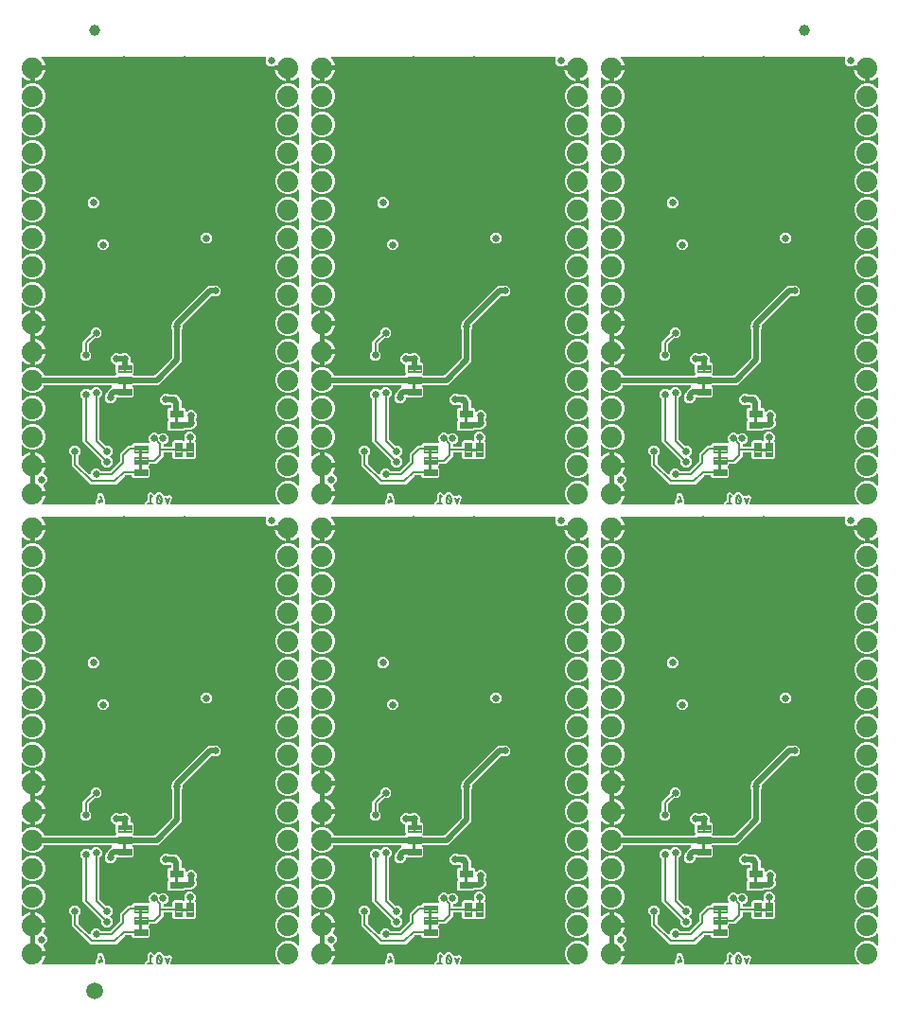
<source format=gbl>
G04 EAGLE Gerber RS-274X export*
G75*
%MOMM*%
%FSLAX34Y34*%
%LPD*%
%INBottom Copper*%
%IPPOS*%
%AMOC8*
5,1,8,0,0,1.08239X$1,22.5*%
G01*
%ADD10C,0.127000*%
%ADD11C,0.203200*%
%ADD12C,0.099059*%
%ADD13C,0.635000*%
%ADD14C,1.879600*%
%ADD15C,1.000000*%
%ADD16C,1.500000*%
%ADD17C,0.508000*%

G36*
X68199Y414279D02*
X68199Y414279D01*
X68229Y414276D01*
X68340Y414299D01*
X68452Y414315D01*
X68479Y414327D01*
X68507Y414332D01*
X68608Y414384D01*
X68711Y414431D01*
X68734Y414450D01*
X68760Y414463D01*
X68842Y414541D01*
X68928Y414614D01*
X68944Y414639D01*
X68966Y414659D01*
X69023Y414757D01*
X69086Y414851D01*
X69095Y414879D01*
X69109Y414904D01*
X69137Y415014D01*
X69172Y415122D01*
X69172Y415151D01*
X69180Y415180D01*
X69176Y415293D01*
X69179Y415406D01*
X69171Y415435D01*
X69171Y415464D01*
X69136Y415572D01*
X69107Y415681D01*
X69092Y415707D01*
X69083Y415735D01*
X69037Y415798D01*
X68962Y415926D01*
X68916Y415969D01*
X68888Y416008D01*
X68876Y416020D01*
X68876Y418336D01*
X69594Y419054D01*
X69647Y419124D01*
X69707Y419188D01*
X69732Y419237D01*
X69765Y419282D01*
X69796Y419363D01*
X69836Y419441D01*
X69844Y419489D01*
X69866Y419547D01*
X69877Y419676D01*
X70668Y420466D01*
X70720Y420535D01*
X70779Y420598D01*
X70805Y420648D01*
X70839Y420694D01*
X70869Y420774D01*
X70909Y420851D01*
X70920Y420906D01*
X70940Y420959D01*
X70947Y421045D01*
X70964Y421130D01*
X70958Y421179D01*
X70963Y421243D01*
X70935Y421385D01*
X70926Y421463D01*
X70697Y422265D01*
X71822Y424289D01*
X74048Y424925D01*
X76072Y423800D01*
X77473Y418895D01*
X77509Y418814D01*
X77536Y418729D01*
X77564Y418691D01*
X77589Y418635D01*
X77686Y418520D01*
X77731Y418456D01*
X77852Y418336D01*
X77852Y417712D01*
X77889Y417446D01*
X77891Y417433D01*
X78062Y416833D01*
X77980Y416684D01*
X77948Y416601D01*
X77907Y416522D01*
X77899Y416475D01*
X77878Y416418D01*
X77865Y416268D01*
X77852Y416191D01*
X77852Y416020D01*
X77839Y416008D01*
X77822Y415984D01*
X77799Y415965D01*
X77736Y415871D01*
X77668Y415781D01*
X77658Y415753D01*
X77642Y415729D01*
X77607Y415621D01*
X77567Y415515D01*
X77565Y415486D01*
X77556Y415458D01*
X77553Y415345D01*
X77543Y415232D01*
X77549Y415203D01*
X77548Y415174D01*
X77577Y415064D01*
X77599Y414953D01*
X77613Y414927D01*
X77620Y414899D01*
X77678Y414801D01*
X77730Y414701D01*
X77751Y414679D01*
X77766Y414654D01*
X77848Y414577D01*
X77926Y414495D01*
X77951Y414480D01*
X77973Y414460D01*
X78074Y414408D01*
X78171Y414351D01*
X78200Y414344D01*
X78226Y414330D01*
X78303Y414317D01*
X78447Y414281D01*
X78509Y414283D01*
X78557Y414275D01*
X112566Y414275D01*
X112624Y414283D01*
X112683Y414281D01*
X112764Y414303D01*
X112848Y414315D01*
X112901Y414338D01*
X112958Y414353D01*
X113030Y414396D01*
X113107Y414431D01*
X113152Y414469D01*
X113202Y414498D01*
X113260Y414560D01*
X113324Y414614D01*
X113357Y414663D01*
X113397Y414706D01*
X113435Y414781D01*
X113482Y414851D01*
X113500Y414907D01*
X113526Y414959D01*
X113538Y415027D01*
X113568Y415122D01*
X113570Y415222D01*
X113582Y415290D01*
X113582Y416112D01*
X115074Y417604D01*
X115075Y417604D01*
X115147Y417648D01*
X115224Y417682D01*
X115269Y417720D01*
X115319Y417750D01*
X115377Y417811D01*
X115441Y417866D01*
X115473Y417914D01*
X115513Y417957D01*
X115552Y418032D01*
X115599Y418102D01*
X115616Y418158D01*
X115643Y418210D01*
X115654Y418278D01*
X115684Y418373D01*
X115687Y418473D01*
X115698Y418541D01*
X115698Y422542D01*
X115689Y422605D01*
X115692Y422654D01*
X115597Y423506D01*
X115621Y423545D01*
X115629Y423576D01*
X115643Y423604D01*
X115656Y423681D01*
X115659Y423692D01*
X116271Y424305D01*
X116309Y424356D01*
X116346Y424388D01*
X116881Y425058D01*
X116925Y425069D01*
X116953Y425085D01*
X116983Y425095D01*
X117047Y425140D01*
X117056Y425146D01*
X117922Y425146D01*
X117985Y425155D01*
X118034Y425152D01*
X118886Y425247D01*
X118925Y425224D01*
X118956Y425216D01*
X118984Y425201D01*
X119061Y425188D01*
X119072Y425186D01*
X119684Y424573D01*
X119735Y424535D01*
X119768Y424498D01*
X121216Y423341D01*
X121294Y423294D01*
X121366Y423241D01*
X121415Y423222D01*
X121460Y423196D01*
X121548Y423173D01*
X121633Y423142D01*
X121685Y423138D01*
X121735Y423125D01*
X121826Y423127D01*
X121916Y423120D01*
X121967Y423131D01*
X122020Y423132D01*
X122106Y423160D01*
X122195Y423178D01*
X122241Y423203D01*
X122290Y423219D01*
X122366Y423269D01*
X122446Y423311D01*
X122483Y423348D01*
X122527Y423377D01*
X122585Y423446D01*
X122650Y423509D01*
X122672Y423549D01*
X122710Y423594D01*
X122731Y423641D01*
X124838Y425146D01*
X127389Y425146D01*
X129464Y423663D01*
X129644Y423139D01*
X129669Y423090D01*
X129685Y423039D01*
X129733Y422964D01*
X129773Y422885D01*
X129810Y422846D01*
X129840Y422800D01*
X129907Y422742D01*
X129967Y422678D01*
X130014Y422650D01*
X130055Y422614D01*
X130135Y422577D01*
X130211Y422532D01*
X130264Y422518D01*
X130313Y422495D01*
X130401Y422482D01*
X130486Y422460D01*
X130540Y422461D01*
X130594Y422453D01*
X130665Y422464D01*
X130770Y422466D01*
X130860Y422494D01*
X130926Y422505D01*
X131806Y422798D01*
X132860Y422271D01*
X132876Y422266D01*
X132890Y422257D01*
X133011Y422221D01*
X133130Y422181D01*
X133146Y422180D01*
X133163Y422175D01*
X133289Y422174D01*
X133414Y422169D01*
X133430Y422173D01*
X133447Y422173D01*
X133515Y422194D01*
X133690Y422236D01*
X133731Y422260D01*
X133768Y422271D01*
X134822Y422798D01*
X136719Y422166D01*
X137613Y420377D01*
X136025Y415611D01*
X136010Y415533D01*
X135986Y415458D01*
X135985Y415394D01*
X135973Y415331D01*
X135981Y415253D01*
X135979Y415174D01*
X135995Y415112D01*
X136002Y415049D01*
X136031Y414975D01*
X136051Y414899D01*
X136083Y414844D01*
X136107Y414785D01*
X136156Y414722D01*
X136196Y414654D01*
X136243Y414611D01*
X136282Y414560D01*
X136346Y414514D01*
X136404Y414460D01*
X136460Y414431D01*
X136512Y414393D01*
X136586Y414366D01*
X136657Y414330D01*
X136711Y414321D01*
X136779Y414296D01*
X136911Y414288D01*
X136988Y414275D01*
X232948Y414275D01*
X232977Y414279D01*
X233006Y414276D01*
X233117Y414299D01*
X233229Y414315D01*
X233256Y414327D01*
X233285Y414332D01*
X233386Y414385D01*
X233489Y414431D01*
X233511Y414450D01*
X233537Y414463D01*
X233619Y414541D01*
X233706Y414614D01*
X233722Y414639D01*
X233743Y414659D01*
X233801Y414757D01*
X233863Y414851D01*
X233872Y414879D01*
X233887Y414904D01*
X233915Y415014D01*
X233949Y415122D01*
X233950Y415152D01*
X233957Y415180D01*
X233954Y415293D01*
X233957Y415406D01*
X233949Y415435D01*
X233948Y415464D01*
X233913Y415572D01*
X233885Y415681D01*
X233870Y415707D01*
X233861Y415735D01*
X233815Y415798D01*
X233739Y415926D01*
X233694Y415969D01*
X233666Y416008D01*
X231825Y417849D01*
X230123Y421957D01*
X230123Y426403D01*
X231825Y430511D01*
X234969Y433655D01*
X239077Y435357D01*
X243523Y435357D01*
X247631Y433655D01*
X249472Y431814D01*
X249496Y431796D01*
X249515Y431774D01*
X249567Y431739D01*
X249589Y431719D01*
X249620Y431703D01*
X249699Y431643D01*
X249727Y431633D01*
X249751Y431617D01*
X249859Y431582D01*
X249965Y431542D01*
X249994Y431540D01*
X250022Y431531D01*
X250136Y431528D01*
X250248Y431518D01*
X250277Y431524D01*
X250306Y431523D01*
X250416Y431552D01*
X250527Y431574D01*
X250553Y431588D01*
X250581Y431595D01*
X250679Y431653D01*
X250779Y431705D01*
X250801Y431726D01*
X250826Y431741D01*
X250903Y431823D01*
X250985Y431901D01*
X251000Y431926D01*
X251020Y431948D01*
X251072Y432049D01*
X251129Y432146D01*
X251136Y432175D01*
X251150Y432201D01*
X251163Y432278D01*
X251179Y432344D01*
X251191Y432381D01*
X251192Y432392D01*
X251199Y432422D01*
X251197Y432484D01*
X251205Y432532D01*
X251205Y441228D01*
X251201Y441257D01*
X251204Y441286D01*
X251181Y441397D01*
X251165Y441509D01*
X251153Y441536D01*
X251148Y441565D01*
X251095Y441666D01*
X251049Y441769D01*
X251030Y441791D01*
X251017Y441817D01*
X250939Y441899D01*
X250866Y441986D01*
X250841Y442002D01*
X250821Y442023D01*
X250723Y442081D01*
X250629Y442143D01*
X250601Y442152D01*
X250576Y442167D01*
X250466Y442195D01*
X250358Y442229D01*
X250328Y442230D01*
X250300Y442237D01*
X250187Y442234D01*
X250074Y442237D01*
X250045Y442229D01*
X250016Y442228D01*
X249908Y442193D01*
X249799Y442165D01*
X249773Y442150D01*
X249745Y442141D01*
X249682Y442095D01*
X249554Y442019D01*
X249511Y441974D01*
X249472Y441946D01*
X247631Y440105D01*
X243523Y438403D01*
X239077Y438403D01*
X234969Y440105D01*
X231825Y443249D01*
X230123Y447357D01*
X230123Y451803D01*
X231825Y455911D01*
X234969Y459055D01*
X239077Y460757D01*
X243523Y460757D01*
X247631Y459055D01*
X249472Y457214D01*
X249496Y457196D01*
X249515Y457174D01*
X249609Y457111D01*
X249699Y457043D01*
X249727Y457033D01*
X249751Y457017D01*
X249859Y456982D01*
X249965Y456942D01*
X249994Y456940D01*
X250022Y456931D01*
X250136Y456928D01*
X250248Y456918D01*
X250277Y456924D01*
X250306Y456923D01*
X250416Y456952D01*
X250527Y456974D01*
X250553Y456988D01*
X250581Y456995D01*
X250679Y457053D01*
X250779Y457105D01*
X250801Y457126D01*
X250826Y457141D01*
X250903Y457223D01*
X250985Y457301D01*
X251000Y457326D01*
X251020Y457348D01*
X251072Y457449D01*
X251129Y457546D01*
X251136Y457575D01*
X251150Y457601D01*
X251163Y457678D01*
X251199Y457822D01*
X251197Y457884D01*
X251205Y457932D01*
X251205Y466628D01*
X251201Y466657D01*
X251204Y466686D01*
X251181Y466797D01*
X251165Y466909D01*
X251153Y466936D01*
X251148Y466965D01*
X251095Y467066D01*
X251049Y467169D01*
X251030Y467191D01*
X251017Y467217D01*
X250939Y467299D01*
X250866Y467386D01*
X250841Y467402D01*
X250821Y467423D01*
X250723Y467481D01*
X250629Y467543D01*
X250601Y467552D01*
X250576Y467567D01*
X250466Y467595D01*
X250358Y467629D01*
X250328Y467630D01*
X250300Y467637D01*
X250187Y467634D01*
X250074Y467637D01*
X250045Y467629D01*
X250016Y467628D01*
X249908Y467593D01*
X249799Y467565D01*
X249773Y467550D01*
X249745Y467541D01*
X249682Y467495D01*
X249554Y467419D01*
X249511Y467374D01*
X249472Y467346D01*
X247631Y465505D01*
X243523Y463803D01*
X239077Y463803D01*
X234969Y465505D01*
X231825Y468649D01*
X230123Y472757D01*
X230123Y477203D01*
X231825Y481311D01*
X234969Y484455D01*
X239077Y486157D01*
X243523Y486157D01*
X247631Y484455D01*
X249472Y482614D01*
X249496Y482596D01*
X249515Y482574D01*
X249609Y482511D01*
X249699Y482443D01*
X249727Y482433D01*
X249751Y482417D01*
X249859Y482382D01*
X249965Y482342D01*
X249994Y482340D01*
X250022Y482331D01*
X250136Y482328D01*
X250248Y482318D01*
X250277Y482324D01*
X250306Y482323D01*
X250416Y482352D01*
X250527Y482374D01*
X250553Y482388D01*
X250581Y482395D01*
X250679Y482453D01*
X250779Y482505D01*
X250801Y482526D01*
X250826Y482541D01*
X250903Y482623D01*
X250985Y482701D01*
X251000Y482726D01*
X251020Y482748D01*
X251072Y482849D01*
X251129Y482946D01*
X251136Y482975D01*
X251150Y483001D01*
X251163Y483078D01*
X251199Y483222D01*
X251197Y483284D01*
X251205Y483332D01*
X251205Y492028D01*
X251201Y492057D01*
X251204Y492086D01*
X251181Y492197D01*
X251165Y492309D01*
X251153Y492336D01*
X251148Y492365D01*
X251095Y492466D01*
X251049Y492569D01*
X251030Y492591D01*
X251017Y492617D01*
X250939Y492699D01*
X250866Y492786D01*
X250841Y492802D01*
X250821Y492823D01*
X250723Y492881D01*
X250629Y492943D01*
X250601Y492952D01*
X250576Y492967D01*
X250466Y492995D01*
X250358Y493029D01*
X250328Y493030D01*
X250300Y493037D01*
X250187Y493034D01*
X250074Y493037D01*
X250045Y493029D01*
X250016Y493028D01*
X249908Y492993D01*
X249799Y492965D01*
X249773Y492950D01*
X249745Y492941D01*
X249682Y492895D01*
X249554Y492819D01*
X249511Y492774D01*
X249472Y492746D01*
X247631Y490905D01*
X243523Y489203D01*
X239077Y489203D01*
X234969Y490905D01*
X231825Y494049D01*
X230123Y498157D01*
X230123Y502603D01*
X231825Y506711D01*
X234969Y509855D01*
X239077Y511557D01*
X243523Y511557D01*
X247631Y509855D01*
X249472Y508014D01*
X249496Y507996D01*
X249515Y507974D01*
X249609Y507911D01*
X249699Y507843D01*
X249727Y507833D01*
X249751Y507817D01*
X249859Y507782D01*
X249965Y507742D01*
X249994Y507740D01*
X250022Y507731D01*
X250136Y507728D01*
X250248Y507718D01*
X250277Y507724D01*
X250306Y507723D01*
X250416Y507752D01*
X250527Y507774D01*
X250553Y507788D01*
X250581Y507795D01*
X250679Y507853D01*
X250779Y507905D01*
X250801Y507926D01*
X250826Y507941D01*
X250903Y508023D01*
X250985Y508101D01*
X251000Y508126D01*
X251020Y508148D01*
X251072Y508249D01*
X251129Y508346D01*
X251136Y508375D01*
X251150Y508401D01*
X251163Y508478D01*
X251199Y508622D01*
X251197Y508684D01*
X251205Y508732D01*
X251205Y517428D01*
X251201Y517457D01*
X251204Y517486D01*
X251181Y517597D01*
X251165Y517709D01*
X251153Y517736D01*
X251148Y517765D01*
X251095Y517866D01*
X251049Y517969D01*
X251030Y517991D01*
X251017Y518017D01*
X250939Y518099D01*
X250866Y518186D01*
X250841Y518202D01*
X250821Y518223D01*
X250723Y518281D01*
X250629Y518343D01*
X250601Y518352D01*
X250576Y518367D01*
X250466Y518395D01*
X250358Y518429D01*
X250328Y518430D01*
X250300Y518437D01*
X250187Y518434D01*
X250074Y518437D01*
X250045Y518429D01*
X250016Y518428D01*
X249908Y518393D01*
X249799Y518365D01*
X249773Y518350D01*
X249745Y518341D01*
X249682Y518295D01*
X249554Y518219D01*
X249511Y518174D01*
X249472Y518146D01*
X247631Y516305D01*
X243523Y514603D01*
X239077Y514603D01*
X234969Y516305D01*
X231825Y519449D01*
X230123Y523557D01*
X230123Y528003D01*
X231825Y532111D01*
X234969Y535255D01*
X239077Y536957D01*
X243523Y536957D01*
X247631Y535255D01*
X249472Y533414D01*
X249496Y533396D01*
X249515Y533374D01*
X249609Y533311D01*
X249699Y533243D01*
X249727Y533233D01*
X249751Y533217D01*
X249859Y533182D01*
X249965Y533142D01*
X249994Y533140D01*
X250022Y533131D01*
X250136Y533128D01*
X250248Y533118D01*
X250277Y533124D01*
X250306Y533123D01*
X250416Y533152D01*
X250527Y533174D01*
X250553Y533188D01*
X250581Y533195D01*
X250679Y533253D01*
X250779Y533305D01*
X250801Y533326D01*
X250826Y533341D01*
X250903Y533423D01*
X250985Y533501D01*
X251000Y533526D01*
X251020Y533548D01*
X251072Y533649D01*
X251129Y533746D01*
X251136Y533775D01*
X251150Y533801D01*
X251163Y533878D01*
X251199Y534022D01*
X251197Y534084D01*
X251205Y534132D01*
X251205Y542828D01*
X251201Y542857D01*
X251204Y542886D01*
X251181Y542997D01*
X251165Y543109D01*
X251153Y543136D01*
X251148Y543165D01*
X251095Y543266D01*
X251049Y543369D01*
X251030Y543391D01*
X251017Y543417D01*
X250939Y543499D01*
X250866Y543586D01*
X250841Y543602D01*
X250821Y543623D01*
X250723Y543681D01*
X250629Y543743D01*
X250601Y543752D01*
X250576Y543767D01*
X250466Y543795D01*
X250358Y543829D01*
X250328Y543830D01*
X250300Y543837D01*
X250187Y543834D01*
X250074Y543837D01*
X250045Y543829D01*
X250016Y543828D01*
X249908Y543793D01*
X249799Y543765D01*
X249773Y543750D01*
X249745Y543741D01*
X249682Y543695D01*
X249554Y543619D01*
X249511Y543574D01*
X249472Y543546D01*
X247631Y541705D01*
X243523Y540003D01*
X239077Y540003D01*
X234969Y541705D01*
X231825Y544849D01*
X230123Y548957D01*
X230123Y553403D01*
X231825Y557511D01*
X234969Y560655D01*
X239077Y562357D01*
X243523Y562357D01*
X247631Y560655D01*
X249472Y558814D01*
X249496Y558796D01*
X249515Y558774D01*
X249609Y558711D01*
X249699Y558643D01*
X249727Y558633D01*
X249751Y558617D01*
X249859Y558582D01*
X249965Y558542D01*
X249994Y558540D01*
X250022Y558531D01*
X250136Y558528D01*
X250248Y558518D01*
X250277Y558524D01*
X250306Y558523D01*
X250416Y558552D01*
X250527Y558574D01*
X250553Y558588D01*
X250581Y558595D01*
X250679Y558653D01*
X250779Y558705D01*
X250801Y558726D01*
X250826Y558741D01*
X250903Y558823D01*
X250985Y558901D01*
X251000Y558926D01*
X251020Y558948D01*
X251072Y559049D01*
X251129Y559146D01*
X251136Y559175D01*
X251150Y559201D01*
X251163Y559278D01*
X251199Y559422D01*
X251197Y559484D01*
X251205Y559532D01*
X251205Y568228D01*
X251201Y568257D01*
X251204Y568286D01*
X251181Y568397D01*
X251165Y568509D01*
X251153Y568536D01*
X251148Y568565D01*
X251095Y568666D01*
X251049Y568769D01*
X251030Y568791D01*
X251017Y568817D01*
X250939Y568899D01*
X250866Y568986D01*
X250841Y569002D01*
X250821Y569023D01*
X250723Y569081D01*
X250629Y569143D01*
X250601Y569152D01*
X250576Y569167D01*
X250466Y569195D01*
X250358Y569229D01*
X250328Y569230D01*
X250300Y569237D01*
X250187Y569234D01*
X250074Y569237D01*
X250045Y569229D01*
X250016Y569228D01*
X249908Y569193D01*
X249799Y569165D01*
X249773Y569150D01*
X249745Y569141D01*
X249682Y569095D01*
X249554Y569019D01*
X249511Y568974D01*
X249472Y568946D01*
X247631Y567105D01*
X243523Y565403D01*
X239077Y565403D01*
X234969Y567105D01*
X231825Y570249D01*
X230123Y574357D01*
X230123Y578803D01*
X231825Y582911D01*
X234969Y586055D01*
X239077Y587757D01*
X243523Y587757D01*
X247631Y586055D01*
X249472Y584214D01*
X249496Y584196D01*
X249515Y584174D01*
X249609Y584111D01*
X249699Y584043D01*
X249727Y584033D01*
X249751Y584017D01*
X249859Y583982D01*
X249965Y583942D01*
X249994Y583940D01*
X250022Y583931D01*
X250136Y583928D01*
X250248Y583918D01*
X250277Y583924D01*
X250306Y583923D01*
X250416Y583952D01*
X250527Y583974D01*
X250553Y583988D01*
X250581Y583995D01*
X250679Y584053D01*
X250779Y584105D01*
X250801Y584126D01*
X250826Y584141D01*
X250903Y584223D01*
X250985Y584301D01*
X251000Y584326D01*
X251020Y584348D01*
X251072Y584449D01*
X251129Y584546D01*
X251136Y584575D01*
X251150Y584601D01*
X251163Y584678D01*
X251199Y584822D01*
X251197Y584884D01*
X251205Y584932D01*
X251205Y593628D01*
X251201Y593657D01*
X251204Y593686D01*
X251181Y593797D01*
X251165Y593909D01*
X251153Y593936D01*
X251148Y593965D01*
X251095Y594066D01*
X251049Y594169D01*
X251030Y594191D01*
X251017Y594217D01*
X250939Y594299D01*
X250866Y594386D01*
X250841Y594402D01*
X250821Y594423D01*
X250723Y594481D01*
X250629Y594543D01*
X250601Y594552D01*
X250576Y594567D01*
X250466Y594595D01*
X250358Y594629D01*
X250328Y594630D01*
X250300Y594637D01*
X250187Y594634D01*
X250074Y594637D01*
X250045Y594629D01*
X250016Y594628D01*
X249908Y594593D01*
X249799Y594565D01*
X249773Y594550D01*
X249745Y594541D01*
X249682Y594495D01*
X249554Y594419D01*
X249511Y594374D01*
X249472Y594346D01*
X247631Y592505D01*
X243523Y590803D01*
X239077Y590803D01*
X234969Y592505D01*
X231825Y595649D01*
X230123Y599757D01*
X230123Y604203D01*
X231825Y608311D01*
X234969Y611455D01*
X239077Y613157D01*
X243523Y613157D01*
X247631Y611455D01*
X249472Y609614D01*
X249496Y609596D01*
X249515Y609574D01*
X249609Y609511D01*
X249699Y609443D01*
X249727Y609433D01*
X249751Y609417D01*
X249859Y609382D01*
X249965Y609342D01*
X249994Y609340D01*
X250022Y609331D01*
X250136Y609328D01*
X250248Y609318D01*
X250277Y609324D01*
X250306Y609323D01*
X250416Y609352D01*
X250527Y609374D01*
X250553Y609388D01*
X250581Y609395D01*
X250679Y609453D01*
X250779Y609505D01*
X250801Y609526D01*
X250826Y609541D01*
X250903Y609623D01*
X250985Y609701D01*
X251000Y609726D01*
X251020Y609748D01*
X251072Y609849D01*
X251129Y609946D01*
X251136Y609975D01*
X251150Y610001D01*
X251163Y610078D01*
X251199Y610222D01*
X251197Y610284D01*
X251205Y610332D01*
X251205Y619028D01*
X251201Y619057D01*
X251204Y619086D01*
X251181Y619197D01*
X251165Y619309D01*
X251153Y619336D01*
X251148Y619365D01*
X251095Y619466D01*
X251049Y619569D01*
X251030Y619591D01*
X251017Y619617D01*
X250939Y619699D01*
X250866Y619786D01*
X250841Y619802D01*
X250821Y619823D01*
X250723Y619881D01*
X250629Y619943D01*
X250601Y619952D01*
X250576Y619967D01*
X250466Y619995D01*
X250358Y620029D01*
X250328Y620030D01*
X250300Y620037D01*
X250187Y620034D01*
X250074Y620037D01*
X250045Y620029D01*
X250016Y620028D01*
X249908Y619993D01*
X249799Y619965D01*
X249773Y619950D01*
X249745Y619941D01*
X249682Y619895D01*
X249554Y619819D01*
X249511Y619774D01*
X249472Y619746D01*
X247631Y617905D01*
X243523Y616203D01*
X239077Y616203D01*
X234969Y617905D01*
X231825Y621049D01*
X230123Y625157D01*
X230123Y629603D01*
X231825Y633711D01*
X234969Y636855D01*
X239077Y638557D01*
X243523Y638557D01*
X247631Y636855D01*
X249472Y635014D01*
X249496Y634996D01*
X249515Y634974D01*
X249609Y634911D01*
X249699Y634843D01*
X249727Y634833D01*
X249751Y634817D01*
X249859Y634782D01*
X249965Y634742D01*
X249994Y634740D01*
X250022Y634731D01*
X250136Y634728D01*
X250248Y634718D01*
X250277Y634724D01*
X250306Y634723D01*
X250416Y634752D01*
X250527Y634774D01*
X250553Y634788D01*
X250581Y634795D01*
X250679Y634853D01*
X250779Y634905D01*
X250801Y634926D01*
X250826Y634941D01*
X250903Y635023D01*
X250985Y635101D01*
X251000Y635126D01*
X251020Y635148D01*
X251072Y635249D01*
X251129Y635346D01*
X251136Y635375D01*
X251150Y635401D01*
X251163Y635478D01*
X251199Y635622D01*
X251197Y635684D01*
X251205Y635732D01*
X251205Y644428D01*
X251201Y644457D01*
X251204Y644486D01*
X251181Y644597D01*
X251165Y644709D01*
X251153Y644736D01*
X251148Y644765D01*
X251095Y644866D01*
X251049Y644969D01*
X251030Y644991D01*
X251017Y645017D01*
X250939Y645099D01*
X250866Y645186D01*
X250841Y645202D01*
X250821Y645223D01*
X250723Y645281D01*
X250629Y645343D01*
X250601Y645352D01*
X250576Y645367D01*
X250466Y645395D01*
X250358Y645429D01*
X250328Y645430D01*
X250300Y645437D01*
X250187Y645434D01*
X250074Y645437D01*
X250045Y645429D01*
X250016Y645428D01*
X249908Y645393D01*
X249799Y645365D01*
X249773Y645350D01*
X249745Y645341D01*
X249682Y645295D01*
X249554Y645219D01*
X249511Y645174D01*
X249472Y645146D01*
X247631Y643305D01*
X243523Y641603D01*
X239077Y641603D01*
X234969Y643305D01*
X231825Y646449D01*
X230123Y650557D01*
X230123Y655003D01*
X231825Y659111D01*
X234969Y662255D01*
X239077Y663957D01*
X243523Y663957D01*
X247631Y662255D01*
X249472Y660414D01*
X249496Y660396D01*
X249515Y660374D01*
X249609Y660311D01*
X249699Y660243D01*
X249727Y660233D01*
X249751Y660217D01*
X249859Y660182D01*
X249965Y660142D01*
X249994Y660140D01*
X250022Y660131D01*
X250136Y660128D01*
X250248Y660118D01*
X250277Y660124D01*
X250306Y660123D01*
X250416Y660152D01*
X250527Y660174D01*
X250553Y660188D01*
X250581Y660195D01*
X250679Y660253D01*
X250779Y660305D01*
X250801Y660326D01*
X250826Y660341D01*
X250903Y660423D01*
X250985Y660501D01*
X251000Y660526D01*
X251020Y660548D01*
X251072Y660649D01*
X251129Y660746D01*
X251136Y660775D01*
X251150Y660801D01*
X251163Y660878D01*
X251199Y661022D01*
X251197Y661084D01*
X251205Y661132D01*
X251205Y669828D01*
X251201Y669857D01*
X251204Y669886D01*
X251181Y669997D01*
X251165Y670109D01*
X251153Y670136D01*
X251148Y670165D01*
X251095Y670266D01*
X251049Y670369D01*
X251030Y670391D01*
X251017Y670417D01*
X250939Y670499D01*
X250866Y670586D01*
X250841Y670602D01*
X250821Y670623D01*
X250723Y670681D01*
X250629Y670743D01*
X250601Y670752D01*
X250576Y670767D01*
X250466Y670795D01*
X250358Y670829D01*
X250328Y670830D01*
X250300Y670837D01*
X250187Y670834D01*
X250074Y670837D01*
X250045Y670829D01*
X250016Y670828D01*
X249908Y670793D01*
X249799Y670765D01*
X249773Y670750D01*
X249745Y670741D01*
X249682Y670695D01*
X249554Y670619D01*
X249511Y670574D01*
X249472Y670546D01*
X247631Y668705D01*
X243523Y667003D01*
X239077Y667003D01*
X234969Y668705D01*
X231825Y671849D01*
X230123Y675957D01*
X230123Y680403D01*
X231825Y684511D01*
X234969Y687655D01*
X239077Y689357D01*
X243523Y689357D01*
X247631Y687655D01*
X249472Y685814D01*
X249496Y685796D01*
X249515Y685774D01*
X249609Y685711D01*
X249699Y685643D01*
X249727Y685633D01*
X249751Y685617D01*
X249859Y685582D01*
X249965Y685542D01*
X249994Y685540D01*
X250022Y685531D01*
X250136Y685528D01*
X250248Y685518D01*
X250277Y685524D01*
X250306Y685523D01*
X250416Y685552D01*
X250527Y685574D01*
X250553Y685588D01*
X250581Y685595D01*
X250679Y685653D01*
X250779Y685705D01*
X250801Y685726D01*
X250826Y685741D01*
X250903Y685823D01*
X250985Y685901D01*
X251000Y685926D01*
X251020Y685948D01*
X251072Y686049D01*
X251129Y686146D01*
X251136Y686175D01*
X251150Y686201D01*
X251163Y686278D01*
X251199Y686422D01*
X251197Y686484D01*
X251205Y686532D01*
X251205Y695228D01*
X251201Y695257D01*
X251204Y695286D01*
X251181Y695397D01*
X251165Y695509D01*
X251153Y695536D01*
X251148Y695565D01*
X251095Y695666D01*
X251049Y695769D01*
X251030Y695791D01*
X251017Y695817D01*
X250939Y695899D01*
X250866Y695986D01*
X250841Y696002D01*
X250821Y696023D01*
X250723Y696081D01*
X250629Y696143D01*
X250601Y696152D01*
X250576Y696167D01*
X250466Y696195D01*
X250358Y696229D01*
X250328Y696230D01*
X250300Y696237D01*
X250187Y696234D01*
X250074Y696237D01*
X250045Y696229D01*
X250016Y696228D01*
X249908Y696193D01*
X249799Y696165D01*
X249773Y696150D01*
X249745Y696141D01*
X249682Y696095D01*
X249554Y696019D01*
X249511Y695974D01*
X249472Y695946D01*
X247631Y694105D01*
X243523Y692403D01*
X239077Y692403D01*
X234969Y694105D01*
X231825Y697249D01*
X230123Y701357D01*
X230123Y705803D01*
X231825Y709911D01*
X234969Y713055D01*
X239077Y714757D01*
X243523Y714757D01*
X247631Y713055D01*
X249472Y711214D01*
X249496Y711196D01*
X249515Y711174D01*
X249609Y711111D01*
X249699Y711043D01*
X249727Y711033D01*
X249751Y711017D01*
X249859Y710982D01*
X249965Y710942D01*
X249994Y710940D01*
X250022Y710931D01*
X250136Y710928D01*
X250248Y710918D01*
X250277Y710924D01*
X250306Y710923D01*
X250416Y710952D01*
X250527Y710974D01*
X250553Y710988D01*
X250581Y710995D01*
X250679Y711053D01*
X250779Y711105D01*
X250801Y711126D01*
X250826Y711141D01*
X250903Y711223D01*
X250985Y711301D01*
X251000Y711326D01*
X251020Y711348D01*
X251072Y711449D01*
X251129Y711546D01*
X251136Y711575D01*
X251150Y711601D01*
X251163Y711678D01*
X251199Y711822D01*
X251197Y711884D01*
X251205Y711932D01*
X251205Y720628D01*
X251201Y720657D01*
X251204Y720686D01*
X251181Y720797D01*
X251165Y720909D01*
X251153Y720936D01*
X251148Y720965D01*
X251095Y721066D01*
X251049Y721169D01*
X251030Y721191D01*
X251017Y721217D01*
X250939Y721299D01*
X250866Y721386D01*
X250841Y721402D01*
X250821Y721423D01*
X250723Y721481D01*
X250629Y721543D01*
X250601Y721552D01*
X250576Y721567D01*
X250466Y721595D01*
X250358Y721629D01*
X250328Y721630D01*
X250300Y721637D01*
X250187Y721634D01*
X250074Y721637D01*
X250045Y721629D01*
X250016Y721628D01*
X249908Y721593D01*
X249799Y721565D01*
X249773Y721550D01*
X249745Y721541D01*
X249682Y721495D01*
X249554Y721419D01*
X249511Y721374D01*
X249472Y721346D01*
X247631Y719505D01*
X243523Y717803D01*
X239077Y717803D01*
X234969Y719505D01*
X231825Y722649D01*
X230123Y726757D01*
X230123Y731203D01*
X231825Y735311D01*
X234969Y738455D01*
X239077Y740157D01*
X243523Y740157D01*
X247631Y738455D01*
X249472Y736614D01*
X249496Y736596D01*
X249515Y736574D01*
X249609Y736511D01*
X249699Y736443D01*
X249727Y736433D01*
X249751Y736417D01*
X249859Y736382D01*
X249965Y736342D01*
X249994Y736340D01*
X250022Y736331D01*
X250136Y736328D01*
X250248Y736318D01*
X250277Y736324D01*
X250306Y736323D01*
X250416Y736352D01*
X250527Y736374D01*
X250553Y736388D01*
X250581Y736395D01*
X250679Y736453D01*
X250779Y736505D01*
X250801Y736526D01*
X250826Y736541D01*
X250903Y736623D01*
X250985Y736701D01*
X251000Y736726D01*
X251020Y736748D01*
X251072Y736849D01*
X251129Y736946D01*
X251136Y736975D01*
X251150Y737001D01*
X251163Y737078D01*
X251199Y737222D01*
X251197Y737284D01*
X251205Y737332D01*
X251205Y746028D01*
X251201Y746057D01*
X251204Y746086D01*
X251181Y746197D01*
X251165Y746309D01*
X251153Y746336D01*
X251148Y746365D01*
X251095Y746466D01*
X251049Y746569D01*
X251030Y746591D01*
X251017Y746617D01*
X250939Y746699D01*
X250866Y746786D01*
X250841Y746802D01*
X250821Y746823D01*
X250723Y746881D01*
X250629Y746943D01*
X250601Y746952D01*
X250576Y746967D01*
X250466Y746995D01*
X250358Y747029D01*
X250328Y747030D01*
X250300Y747037D01*
X250187Y747034D01*
X250074Y747037D01*
X250045Y747029D01*
X250016Y747028D01*
X249908Y746993D01*
X249799Y746965D01*
X249773Y746950D01*
X249745Y746941D01*
X249682Y746895D01*
X249554Y746819D01*
X249511Y746774D01*
X249472Y746746D01*
X247631Y744905D01*
X243523Y743203D01*
X239077Y743203D01*
X234969Y744905D01*
X231825Y748049D01*
X230123Y752157D01*
X230123Y756603D01*
X231825Y760711D01*
X234969Y763855D01*
X239077Y765557D01*
X243523Y765557D01*
X247631Y763855D01*
X249472Y762014D01*
X249496Y761996D01*
X249515Y761974D01*
X249609Y761911D01*
X249699Y761843D01*
X249727Y761833D01*
X249751Y761817D01*
X249859Y761782D01*
X249965Y761742D01*
X249994Y761740D01*
X250022Y761731D01*
X250136Y761728D01*
X250248Y761718D01*
X250277Y761724D01*
X250306Y761723D01*
X250416Y761752D01*
X250527Y761774D01*
X250553Y761788D01*
X250581Y761795D01*
X250679Y761853D01*
X250779Y761905D01*
X250801Y761926D01*
X250826Y761941D01*
X250903Y762023D01*
X250985Y762101D01*
X251000Y762126D01*
X251020Y762148D01*
X251072Y762249D01*
X251129Y762346D01*
X251136Y762375D01*
X251150Y762401D01*
X251163Y762478D01*
X251199Y762622D01*
X251197Y762684D01*
X251205Y762732D01*
X251205Y771428D01*
X251201Y771457D01*
X251204Y771486D01*
X251181Y771597D01*
X251165Y771709D01*
X251153Y771736D01*
X251148Y771765D01*
X251095Y771866D01*
X251049Y771969D01*
X251030Y771991D01*
X251017Y772017D01*
X250939Y772099D01*
X250866Y772186D01*
X250841Y772202D01*
X250821Y772223D01*
X250723Y772281D01*
X250629Y772343D01*
X250601Y772352D01*
X250576Y772367D01*
X250466Y772395D01*
X250358Y772429D01*
X250328Y772430D01*
X250300Y772437D01*
X250187Y772434D01*
X250074Y772437D01*
X250045Y772429D01*
X250016Y772428D01*
X249908Y772393D01*
X249799Y772365D01*
X249773Y772350D01*
X249745Y772341D01*
X249682Y772295D01*
X249554Y772219D01*
X249511Y772174D01*
X249472Y772146D01*
X247631Y770305D01*
X243523Y768603D01*
X239077Y768603D01*
X234969Y770305D01*
X231825Y773449D01*
X230123Y777557D01*
X230123Y782003D01*
X231825Y786111D01*
X234969Y789255D01*
X239077Y790957D01*
X243523Y790957D01*
X247631Y789255D01*
X249472Y787414D01*
X249496Y787396D01*
X249515Y787374D01*
X249609Y787311D01*
X249699Y787243D01*
X249727Y787233D01*
X249751Y787217D01*
X249859Y787182D01*
X249965Y787142D01*
X249994Y787140D01*
X250022Y787131D01*
X250136Y787128D01*
X250248Y787118D01*
X250277Y787124D01*
X250306Y787123D01*
X250416Y787152D01*
X250527Y787174D01*
X250553Y787188D01*
X250581Y787195D01*
X250679Y787253D01*
X250779Y787305D01*
X250801Y787326D01*
X250826Y787341D01*
X250903Y787423D01*
X250985Y787501D01*
X251000Y787526D01*
X251020Y787548D01*
X251072Y787649D01*
X251129Y787746D01*
X251136Y787775D01*
X251150Y787801D01*
X251163Y787878D01*
X251199Y788022D01*
X251197Y788084D01*
X251205Y788132D01*
X251205Y795750D01*
X251201Y795779D01*
X251204Y795809D01*
X251181Y795920D01*
X251165Y796032D01*
X251153Y796059D01*
X251148Y796087D01*
X251096Y796188D01*
X251049Y796291D01*
X251030Y796314D01*
X251017Y796340D01*
X250939Y796422D01*
X250866Y796508D01*
X250841Y796525D01*
X250821Y796546D01*
X250723Y796603D01*
X250629Y796666D01*
X250601Y796675D01*
X250576Y796690D01*
X250466Y796717D01*
X250358Y796752D01*
X250329Y796752D01*
X250300Y796760D01*
X250187Y796756D01*
X250074Y796759D01*
X250045Y796752D01*
X250016Y796751D01*
X249908Y796716D01*
X249799Y796687D01*
X249773Y796672D01*
X249745Y796663D01*
X249681Y796617D01*
X249554Y796542D01*
X249511Y796496D01*
X249472Y796468D01*
X249078Y796074D01*
X247557Y794969D01*
X245883Y794116D01*
X244096Y793535D01*
X243331Y793414D01*
X243331Y804164D01*
X243324Y804217D01*
X243325Y804247D01*
X243324Y804250D01*
X243325Y804280D01*
X243303Y804362D01*
X243291Y804445D01*
X243267Y804499D01*
X243253Y804555D01*
X243210Y804628D01*
X243175Y804705D01*
X243137Y804749D01*
X243107Y804800D01*
X243046Y804857D01*
X242991Y804922D01*
X242943Y804954D01*
X242900Y804994D01*
X242825Y805033D01*
X242755Y805079D01*
X242699Y805097D01*
X242647Y805124D01*
X242579Y805135D01*
X242484Y805165D01*
X242384Y805168D01*
X242316Y805179D01*
X241299Y805179D01*
X241299Y806196D01*
X241292Y806249D01*
X241292Y806278D01*
X241292Y806281D01*
X241292Y806312D01*
X241271Y806394D01*
X241259Y806477D01*
X241235Y806531D01*
X241221Y806587D01*
X241178Y806660D01*
X241143Y806737D01*
X241105Y806782D01*
X241075Y806832D01*
X241014Y806890D01*
X240959Y806954D01*
X240911Y806986D01*
X240868Y807026D01*
X240793Y807065D01*
X240723Y807111D01*
X240667Y807129D01*
X240615Y807156D01*
X240547Y807167D01*
X240452Y807197D01*
X240352Y807200D01*
X240284Y807211D01*
X229362Y807211D01*
X229276Y807199D01*
X229188Y807196D01*
X229136Y807179D01*
X229081Y807171D01*
X229001Y807136D01*
X228918Y807109D01*
X228879Y807081D01*
X228821Y807055D01*
X228708Y806959D01*
X228645Y806914D01*
X228278Y806547D01*
X224174Y806547D01*
X221272Y809449D01*
X221272Y813641D01*
X221303Y813739D01*
X221344Y813845D01*
X221346Y813874D01*
X221355Y813902D01*
X221358Y814015D01*
X221367Y814128D01*
X221361Y814157D01*
X221362Y814186D01*
X221334Y814296D01*
X221311Y814407D01*
X221298Y814433D01*
X221290Y814461D01*
X221233Y814559D01*
X221180Y814659D01*
X221160Y814681D01*
X221145Y814706D01*
X221063Y814783D01*
X220985Y814865D01*
X220959Y814880D01*
X220938Y814900D01*
X220837Y814952D01*
X220739Y815009D01*
X220711Y815016D01*
X220685Y815030D01*
X220607Y815043D01*
X220464Y815079D01*
X220401Y815077D01*
X220354Y815085D01*
X22130Y815085D01*
X22101Y815081D01*
X22071Y815084D01*
X21960Y815061D01*
X21848Y815045D01*
X21821Y815033D01*
X21793Y815028D01*
X21692Y814976D01*
X21589Y814929D01*
X21566Y814910D01*
X21540Y814897D01*
X21458Y814819D01*
X21372Y814746D01*
X21355Y814721D01*
X21334Y814701D01*
X21277Y814603D01*
X21214Y814509D01*
X21205Y814481D01*
X21190Y814456D01*
X21163Y814346D01*
X21128Y814238D01*
X21128Y814209D01*
X21120Y814180D01*
X21124Y814067D01*
X21121Y813954D01*
X21128Y813925D01*
X21129Y813896D01*
X21164Y813788D01*
X21193Y813679D01*
X21208Y813653D01*
X21217Y813625D01*
X21263Y813561D01*
X21338Y813434D01*
X21384Y813391D01*
X21412Y813352D01*
X21806Y812958D01*
X22911Y811437D01*
X23764Y809763D01*
X24345Y807976D01*
X24466Y807211D01*
X13716Y807211D01*
X13658Y807203D01*
X13600Y807205D01*
X13518Y807183D01*
X13435Y807171D01*
X13381Y807147D01*
X13325Y807133D01*
X13252Y807090D01*
X13175Y807055D01*
X13131Y807017D01*
X13080Y806987D01*
X13023Y806926D01*
X12958Y806871D01*
X12926Y806823D01*
X12886Y806780D01*
X12847Y806705D01*
X12801Y806635D01*
X12783Y806579D01*
X12756Y806527D01*
X12745Y806459D01*
X12715Y806364D01*
X12712Y806264D01*
X12701Y806196D01*
X12701Y805179D01*
X11684Y805179D01*
X11626Y805171D01*
X11568Y805172D01*
X11486Y805151D01*
X11403Y805139D01*
X11349Y805115D01*
X11293Y805101D01*
X11220Y805058D01*
X11143Y805023D01*
X11098Y804985D01*
X11048Y804955D01*
X10990Y804894D01*
X10926Y804839D01*
X10894Y804791D01*
X10854Y804748D01*
X10815Y804673D01*
X10769Y804603D01*
X10751Y804547D01*
X10724Y804495D01*
X10713Y804427D01*
X10683Y804332D01*
X10680Y804232D01*
X10669Y804164D01*
X10669Y793414D01*
X9904Y793535D01*
X8117Y794116D01*
X6443Y794969D01*
X4922Y796074D01*
X4528Y796468D01*
X4504Y796486D01*
X4485Y796508D01*
X4391Y796571D01*
X4301Y796639D01*
X4273Y796650D01*
X4249Y796666D01*
X4141Y796700D01*
X4035Y796740D01*
X4006Y796743D01*
X3978Y796752D01*
X3865Y796755D01*
X3752Y796764D01*
X3723Y796758D01*
X3694Y796759D01*
X3584Y796730D01*
X3473Y796708D01*
X3447Y796695D01*
X3419Y796687D01*
X3321Y796629D01*
X3221Y796577D01*
X3199Y796557D01*
X3174Y796542D01*
X3097Y796459D01*
X3015Y796381D01*
X3000Y796356D01*
X2980Y796335D01*
X2928Y796234D01*
X2871Y796136D01*
X2864Y796108D01*
X2850Y796081D01*
X2837Y796004D01*
X2801Y795860D01*
X2803Y795798D01*
X2795Y795750D01*
X2795Y788132D01*
X2799Y788103D01*
X2796Y788074D01*
X2819Y787963D01*
X2835Y787851D01*
X2847Y787824D01*
X2852Y787795D01*
X2905Y787694D01*
X2951Y787591D01*
X2970Y787569D01*
X2983Y787543D01*
X3061Y787461D01*
X3134Y787374D01*
X3159Y787358D01*
X3179Y787337D01*
X3277Y787279D01*
X3371Y787217D01*
X3399Y787208D01*
X3424Y787193D01*
X3534Y787165D01*
X3642Y787131D01*
X3672Y787130D01*
X3700Y787123D01*
X3813Y787126D01*
X3926Y787123D01*
X3955Y787131D01*
X3984Y787132D01*
X4092Y787167D01*
X4201Y787195D01*
X4227Y787210D01*
X4255Y787219D01*
X4318Y787265D01*
X4446Y787341D01*
X4489Y787386D01*
X4528Y787414D01*
X6369Y789255D01*
X10477Y790957D01*
X14923Y790957D01*
X19031Y789255D01*
X22175Y786111D01*
X23877Y782003D01*
X23877Y777557D01*
X22175Y773449D01*
X19031Y770305D01*
X14923Y768603D01*
X10477Y768603D01*
X6369Y770305D01*
X4528Y772146D01*
X4504Y772164D01*
X4485Y772186D01*
X4391Y772249D01*
X4301Y772317D01*
X4273Y772327D01*
X4249Y772343D01*
X4141Y772378D01*
X4035Y772418D01*
X4006Y772420D01*
X3978Y772429D01*
X3864Y772432D01*
X3752Y772442D01*
X3723Y772436D01*
X3694Y772437D01*
X3584Y772408D01*
X3473Y772386D01*
X3447Y772372D01*
X3419Y772365D01*
X3321Y772307D01*
X3221Y772255D01*
X3199Y772234D01*
X3174Y772219D01*
X3097Y772137D01*
X3015Y772059D01*
X3000Y772034D01*
X2980Y772012D01*
X2928Y771911D01*
X2871Y771814D01*
X2864Y771785D01*
X2850Y771759D01*
X2837Y771682D01*
X2801Y771538D01*
X2803Y771476D01*
X2795Y771428D01*
X2795Y762732D01*
X2799Y762703D01*
X2796Y762674D01*
X2819Y762563D01*
X2835Y762451D01*
X2847Y762424D01*
X2852Y762395D01*
X2905Y762294D01*
X2951Y762191D01*
X2970Y762169D01*
X2983Y762143D01*
X3061Y762061D01*
X3134Y761974D01*
X3159Y761958D01*
X3179Y761937D01*
X3277Y761879D01*
X3371Y761817D01*
X3399Y761808D01*
X3424Y761793D01*
X3534Y761765D01*
X3642Y761731D01*
X3672Y761730D01*
X3700Y761723D01*
X3813Y761726D01*
X3926Y761723D01*
X3955Y761731D01*
X3984Y761732D01*
X4092Y761767D01*
X4201Y761795D01*
X4227Y761810D01*
X4255Y761819D01*
X4318Y761865D01*
X4446Y761941D01*
X4489Y761986D01*
X4528Y762014D01*
X6369Y763855D01*
X10477Y765557D01*
X14923Y765557D01*
X19031Y763855D01*
X22175Y760711D01*
X23877Y756603D01*
X23877Y752157D01*
X22175Y748049D01*
X19031Y744905D01*
X14923Y743203D01*
X10477Y743203D01*
X6369Y744905D01*
X4528Y746746D01*
X4504Y746764D01*
X4485Y746786D01*
X4391Y746849D01*
X4301Y746917D01*
X4273Y746927D01*
X4249Y746943D01*
X4141Y746978D01*
X4035Y747018D01*
X4006Y747020D01*
X3978Y747029D01*
X3864Y747032D01*
X3752Y747042D01*
X3723Y747036D01*
X3694Y747037D01*
X3584Y747008D01*
X3473Y746986D01*
X3447Y746972D01*
X3419Y746965D01*
X3321Y746907D01*
X3221Y746855D01*
X3199Y746834D01*
X3174Y746819D01*
X3097Y746737D01*
X3015Y746659D01*
X3000Y746634D01*
X2980Y746612D01*
X2928Y746511D01*
X2871Y746414D01*
X2864Y746385D01*
X2850Y746359D01*
X2837Y746282D01*
X2801Y746138D01*
X2803Y746076D01*
X2795Y746028D01*
X2795Y737332D01*
X2799Y737303D01*
X2796Y737274D01*
X2819Y737163D01*
X2835Y737051D01*
X2847Y737024D01*
X2852Y736995D01*
X2905Y736894D01*
X2951Y736791D01*
X2970Y736769D01*
X2983Y736743D01*
X3061Y736661D01*
X3134Y736574D01*
X3159Y736558D01*
X3179Y736537D01*
X3277Y736479D01*
X3371Y736417D01*
X3399Y736408D01*
X3424Y736393D01*
X3534Y736365D01*
X3642Y736331D01*
X3672Y736330D01*
X3700Y736323D01*
X3813Y736326D01*
X3926Y736323D01*
X3955Y736331D01*
X3984Y736332D01*
X4092Y736367D01*
X4201Y736395D01*
X4227Y736410D01*
X4255Y736419D01*
X4318Y736465D01*
X4446Y736541D01*
X4489Y736586D01*
X4528Y736614D01*
X6369Y738455D01*
X10477Y740157D01*
X14923Y740157D01*
X19031Y738455D01*
X22175Y735311D01*
X23877Y731203D01*
X23877Y726757D01*
X22175Y722649D01*
X19031Y719505D01*
X14923Y717803D01*
X10477Y717803D01*
X6369Y719505D01*
X4528Y721346D01*
X4504Y721364D01*
X4485Y721386D01*
X4391Y721449D01*
X4301Y721517D01*
X4273Y721527D01*
X4249Y721543D01*
X4141Y721578D01*
X4035Y721618D01*
X4006Y721620D01*
X3978Y721629D01*
X3864Y721632D01*
X3752Y721642D01*
X3723Y721636D01*
X3694Y721637D01*
X3584Y721608D01*
X3473Y721586D01*
X3447Y721572D01*
X3419Y721565D01*
X3321Y721507D01*
X3221Y721455D01*
X3199Y721434D01*
X3174Y721419D01*
X3097Y721337D01*
X3015Y721259D01*
X3000Y721234D01*
X2980Y721212D01*
X2928Y721111D01*
X2871Y721014D01*
X2864Y720985D01*
X2850Y720959D01*
X2837Y720882D01*
X2801Y720738D01*
X2803Y720676D01*
X2795Y720628D01*
X2795Y711932D01*
X2799Y711903D01*
X2796Y711874D01*
X2819Y711763D01*
X2835Y711651D01*
X2847Y711624D01*
X2852Y711595D01*
X2905Y711494D01*
X2951Y711391D01*
X2970Y711369D01*
X2983Y711343D01*
X3061Y711261D01*
X3134Y711174D01*
X3159Y711158D01*
X3179Y711137D01*
X3277Y711079D01*
X3371Y711017D01*
X3399Y711008D01*
X3424Y710993D01*
X3534Y710965D01*
X3642Y710931D01*
X3672Y710930D01*
X3700Y710923D01*
X3813Y710926D01*
X3926Y710923D01*
X3955Y710931D01*
X3984Y710932D01*
X4092Y710967D01*
X4201Y710995D01*
X4227Y711010D01*
X4255Y711019D01*
X4318Y711065D01*
X4446Y711141D01*
X4489Y711186D01*
X4528Y711214D01*
X6369Y713055D01*
X10477Y714757D01*
X14923Y714757D01*
X19031Y713055D01*
X22175Y709911D01*
X23877Y705803D01*
X23877Y701357D01*
X22175Y697249D01*
X19031Y694105D01*
X14923Y692403D01*
X10477Y692403D01*
X6369Y694105D01*
X4528Y695946D01*
X4504Y695964D01*
X4485Y695986D01*
X4391Y696049D01*
X4301Y696117D01*
X4273Y696127D01*
X4249Y696143D01*
X4141Y696178D01*
X4035Y696218D01*
X4006Y696220D01*
X3978Y696229D01*
X3864Y696232D01*
X3752Y696242D01*
X3723Y696236D01*
X3694Y696237D01*
X3584Y696208D01*
X3473Y696186D01*
X3447Y696172D01*
X3419Y696165D01*
X3321Y696107D01*
X3221Y696055D01*
X3199Y696034D01*
X3174Y696019D01*
X3097Y695937D01*
X3015Y695859D01*
X3000Y695834D01*
X2980Y695812D01*
X2928Y695711D01*
X2871Y695614D01*
X2864Y695585D01*
X2850Y695559D01*
X2837Y695482D01*
X2801Y695338D01*
X2803Y695276D01*
X2795Y695228D01*
X2795Y686532D01*
X2799Y686503D01*
X2796Y686474D01*
X2819Y686363D01*
X2835Y686251D01*
X2847Y686224D01*
X2852Y686195D01*
X2905Y686094D01*
X2951Y685991D01*
X2970Y685969D01*
X2983Y685943D01*
X3061Y685861D01*
X3134Y685774D01*
X3159Y685758D01*
X3179Y685737D01*
X3277Y685679D01*
X3371Y685617D01*
X3399Y685608D01*
X3424Y685593D01*
X3534Y685565D01*
X3642Y685531D01*
X3672Y685530D01*
X3700Y685523D01*
X3813Y685526D01*
X3926Y685523D01*
X3955Y685531D01*
X3984Y685532D01*
X4092Y685567D01*
X4201Y685595D01*
X4227Y685610D01*
X4255Y685619D01*
X4318Y685665D01*
X4446Y685741D01*
X4489Y685786D01*
X4528Y685814D01*
X6369Y687655D01*
X10477Y689357D01*
X14923Y689357D01*
X19031Y687655D01*
X22175Y684511D01*
X23877Y680403D01*
X23877Y675957D01*
X22175Y671849D01*
X19031Y668705D01*
X14923Y667003D01*
X10477Y667003D01*
X6369Y668705D01*
X4528Y670546D01*
X4504Y670564D01*
X4485Y670586D01*
X4391Y670649D01*
X4301Y670717D01*
X4273Y670727D01*
X4249Y670743D01*
X4141Y670778D01*
X4035Y670818D01*
X4006Y670820D01*
X3978Y670829D01*
X3864Y670832D01*
X3752Y670842D01*
X3723Y670836D01*
X3694Y670837D01*
X3584Y670808D01*
X3473Y670786D01*
X3447Y670772D01*
X3419Y670765D01*
X3321Y670707D01*
X3221Y670655D01*
X3199Y670634D01*
X3174Y670619D01*
X3097Y670537D01*
X3015Y670459D01*
X3000Y670434D01*
X2980Y670412D01*
X2928Y670311D01*
X2871Y670214D01*
X2864Y670185D01*
X2850Y670159D01*
X2837Y670082D01*
X2801Y669938D01*
X2803Y669876D01*
X2795Y669828D01*
X2795Y661132D01*
X2799Y661103D01*
X2796Y661074D01*
X2819Y660963D01*
X2835Y660851D01*
X2847Y660824D01*
X2852Y660795D01*
X2905Y660694D01*
X2951Y660591D01*
X2970Y660569D01*
X2983Y660543D01*
X3061Y660461D01*
X3134Y660374D01*
X3159Y660358D01*
X3179Y660337D01*
X3277Y660279D01*
X3371Y660217D01*
X3399Y660208D01*
X3424Y660193D01*
X3534Y660165D01*
X3642Y660131D01*
X3672Y660130D01*
X3700Y660123D01*
X3813Y660126D01*
X3926Y660123D01*
X3955Y660131D01*
X3984Y660132D01*
X4092Y660167D01*
X4201Y660195D01*
X4227Y660210D01*
X4255Y660219D01*
X4318Y660265D01*
X4446Y660341D01*
X4489Y660386D01*
X4528Y660414D01*
X6369Y662255D01*
X10477Y663957D01*
X14923Y663957D01*
X19031Y662255D01*
X22175Y659111D01*
X23877Y655003D01*
X23877Y650557D01*
X22175Y646449D01*
X19031Y643305D01*
X14923Y641603D01*
X10477Y641603D01*
X6369Y643305D01*
X4528Y645146D01*
X4504Y645164D01*
X4485Y645186D01*
X4391Y645249D01*
X4301Y645317D01*
X4273Y645327D01*
X4249Y645343D01*
X4141Y645378D01*
X4035Y645418D01*
X4006Y645420D01*
X3978Y645429D01*
X3864Y645432D01*
X3752Y645442D01*
X3723Y645436D01*
X3694Y645437D01*
X3584Y645408D01*
X3473Y645386D01*
X3447Y645372D01*
X3419Y645365D01*
X3321Y645307D01*
X3221Y645255D01*
X3199Y645234D01*
X3174Y645219D01*
X3097Y645137D01*
X3015Y645059D01*
X3000Y645034D01*
X2980Y645012D01*
X2928Y644911D01*
X2871Y644814D01*
X2864Y644785D01*
X2850Y644759D01*
X2837Y644682D01*
X2801Y644538D01*
X2803Y644476D01*
X2795Y644428D01*
X2795Y635732D01*
X2799Y635703D01*
X2796Y635674D01*
X2819Y635563D01*
X2835Y635451D01*
X2847Y635424D01*
X2852Y635395D01*
X2905Y635294D01*
X2951Y635191D01*
X2970Y635169D01*
X2983Y635143D01*
X3061Y635061D01*
X3134Y634974D01*
X3159Y634958D01*
X3179Y634937D01*
X3277Y634879D01*
X3371Y634817D01*
X3399Y634808D01*
X3424Y634793D01*
X3534Y634765D01*
X3642Y634731D01*
X3672Y634730D01*
X3700Y634723D01*
X3813Y634726D01*
X3926Y634723D01*
X3955Y634731D01*
X3984Y634732D01*
X4092Y634767D01*
X4201Y634795D01*
X4227Y634810D01*
X4255Y634819D01*
X4318Y634865D01*
X4446Y634941D01*
X4489Y634986D01*
X4528Y635014D01*
X6369Y636855D01*
X10477Y638557D01*
X14923Y638557D01*
X19031Y636855D01*
X22175Y633711D01*
X23877Y629603D01*
X23877Y625157D01*
X22175Y621049D01*
X19031Y617905D01*
X14923Y616203D01*
X10477Y616203D01*
X6369Y617905D01*
X4528Y619746D01*
X4504Y619764D01*
X4485Y619786D01*
X4391Y619849D01*
X4301Y619917D01*
X4273Y619927D01*
X4249Y619943D01*
X4141Y619978D01*
X4035Y620018D01*
X4006Y620020D01*
X3978Y620029D01*
X3864Y620032D01*
X3752Y620042D01*
X3723Y620036D01*
X3694Y620037D01*
X3584Y620008D01*
X3473Y619986D01*
X3447Y619972D01*
X3419Y619965D01*
X3321Y619907D01*
X3221Y619855D01*
X3199Y619834D01*
X3174Y619819D01*
X3097Y619737D01*
X3015Y619659D01*
X3000Y619634D01*
X2980Y619612D01*
X2928Y619511D01*
X2871Y619414D01*
X2864Y619385D01*
X2850Y619359D01*
X2837Y619282D01*
X2801Y619138D01*
X2803Y619076D01*
X2795Y619028D01*
X2795Y610332D01*
X2799Y610303D01*
X2796Y610274D01*
X2819Y610163D01*
X2835Y610051D01*
X2847Y610024D01*
X2852Y609995D01*
X2905Y609894D01*
X2951Y609791D01*
X2970Y609769D01*
X2983Y609743D01*
X3061Y609661D01*
X3134Y609574D01*
X3159Y609558D01*
X3179Y609537D01*
X3277Y609479D01*
X3371Y609417D01*
X3399Y609408D01*
X3424Y609393D01*
X3534Y609365D01*
X3642Y609331D01*
X3672Y609330D01*
X3700Y609323D01*
X3813Y609326D01*
X3926Y609323D01*
X3955Y609331D01*
X3984Y609332D01*
X4092Y609367D01*
X4201Y609395D01*
X4227Y609410D01*
X4255Y609419D01*
X4318Y609465D01*
X4446Y609541D01*
X4489Y609586D01*
X4528Y609614D01*
X6369Y611455D01*
X10477Y613157D01*
X14923Y613157D01*
X19031Y611455D01*
X22175Y608311D01*
X23877Y604203D01*
X23877Y599757D01*
X22175Y595649D01*
X19031Y592505D01*
X14923Y590803D01*
X10477Y590803D01*
X6369Y592505D01*
X4528Y594346D01*
X4504Y594364D01*
X4485Y594386D01*
X4391Y594449D01*
X4301Y594517D01*
X4273Y594527D01*
X4249Y594543D01*
X4141Y594578D01*
X4035Y594618D01*
X4006Y594620D01*
X3978Y594629D01*
X3864Y594632D01*
X3752Y594642D01*
X3723Y594636D01*
X3694Y594637D01*
X3584Y594608D01*
X3473Y594586D01*
X3447Y594572D01*
X3419Y594565D01*
X3321Y594507D01*
X3221Y594455D01*
X3199Y594434D01*
X3174Y594419D01*
X3097Y594337D01*
X3015Y594259D01*
X3000Y594234D01*
X2980Y594212D01*
X2928Y594111D01*
X2871Y594014D01*
X2864Y593985D01*
X2850Y593959D01*
X2837Y593882D01*
X2801Y593738D01*
X2803Y593676D01*
X2795Y593628D01*
X2795Y586010D01*
X2799Y585981D01*
X2796Y585951D01*
X2819Y585840D01*
X2835Y585728D01*
X2847Y585701D01*
X2852Y585673D01*
X2904Y585572D01*
X2951Y585469D01*
X2970Y585446D01*
X2983Y585420D01*
X3061Y585338D01*
X3134Y585252D01*
X3159Y585235D01*
X3179Y585214D01*
X3277Y585157D01*
X3371Y585094D01*
X3399Y585085D01*
X3424Y585070D01*
X3534Y585043D01*
X3642Y585008D01*
X3671Y585008D01*
X3700Y585000D01*
X3813Y585004D01*
X3926Y585001D01*
X3955Y585008D01*
X3984Y585009D01*
X4092Y585044D01*
X4201Y585073D01*
X4227Y585088D01*
X4255Y585097D01*
X4319Y585143D01*
X4446Y585218D01*
X4489Y585264D01*
X4528Y585292D01*
X4922Y585686D01*
X6443Y586791D01*
X8117Y587644D01*
X9904Y588225D01*
X10669Y588346D01*
X10669Y577596D01*
X10677Y577538D01*
X10675Y577480D01*
X10697Y577398D01*
X10709Y577315D01*
X10733Y577261D01*
X10747Y577205D01*
X10790Y577132D01*
X10825Y577055D01*
X10863Y577011D01*
X10893Y576960D01*
X10954Y576903D01*
X11009Y576838D01*
X11057Y576806D01*
X11100Y576766D01*
X11175Y576727D01*
X11245Y576681D01*
X11301Y576663D01*
X11353Y576636D01*
X11421Y576625D01*
X11516Y576595D01*
X11616Y576592D01*
X11684Y576581D01*
X12701Y576581D01*
X12701Y576579D01*
X11684Y576579D01*
X11626Y576571D01*
X11568Y576572D01*
X11486Y576551D01*
X11403Y576539D01*
X11349Y576515D01*
X11293Y576501D01*
X11220Y576458D01*
X11143Y576423D01*
X11098Y576385D01*
X11048Y576355D01*
X10990Y576294D01*
X10926Y576239D01*
X10894Y576191D01*
X10854Y576148D01*
X10815Y576073D01*
X10769Y576003D01*
X10751Y575947D01*
X10724Y575895D01*
X10713Y575827D01*
X10683Y575732D01*
X10680Y575632D01*
X10669Y575564D01*
X10669Y552196D01*
X10677Y552138D01*
X10675Y552080D01*
X10697Y551998D01*
X10709Y551915D01*
X10733Y551861D01*
X10747Y551805D01*
X10790Y551732D01*
X10825Y551655D01*
X10863Y551611D01*
X10893Y551560D01*
X10954Y551503D01*
X11009Y551438D01*
X11057Y551406D01*
X11100Y551366D01*
X11175Y551327D01*
X11245Y551281D01*
X11301Y551263D01*
X11353Y551236D01*
X11421Y551225D01*
X11516Y551195D01*
X11616Y551192D01*
X11684Y551181D01*
X12701Y551181D01*
X12701Y551179D01*
X11684Y551179D01*
X11626Y551171D01*
X11568Y551172D01*
X11486Y551151D01*
X11403Y551139D01*
X11349Y551115D01*
X11293Y551101D01*
X11220Y551058D01*
X11143Y551023D01*
X11098Y550985D01*
X11048Y550955D01*
X10990Y550894D01*
X10926Y550839D01*
X10894Y550791D01*
X10854Y550748D01*
X10815Y550673D01*
X10769Y550603D01*
X10751Y550547D01*
X10724Y550495D01*
X10713Y550427D01*
X10683Y550332D01*
X10680Y550232D01*
X10669Y550164D01*
X10669Y539414D01*
X9904Y539535D01*
X8117Y540116D01*
X6443Y540969D01*
X4922Y542074D01*
X4528Y542468D01*
X4504Y542486D01*
X4485Y542508D01*
X4391Y542571D01*
X4301Y542639D01*
X4273Y542650D01*
X4249Y542666D01*
X4141Y542700D01*
X4035Y542740D01*
X4006Y542743D01*
X3978Y542752D01*
X3865Y542755D01*
X3752Y542764D01*
X3723Y542758D01*
X3694Y542759D01*
X3584Y542730D01*
X3473Y542708D01*
X3447Y542695D01*
X3419Y542687D01*
X3321Y542629D01*
X3221Y542577D01*
X3199Y542557D01*
X3174Y542542D01*
X3097Y542459D01*
X3015Y542381D01*
X3000Y542356D01*
X2980Y542335D01*
X2928Y542234D01*
X2871Y542136D01*
X2864Y542108D01*
X2850Y542081D01*
X2837Y542004D01*
X2801Y541860D01*
X2803Y541798D01*
X2795Y541750D01*
X2795Y534132D01*
X2799Y534103D01*
X2796Y534074D01*
X2819Y533963D01*
X2835Y533851D01*
X2847Y533824D01*
X2852Y533795D01*
X2905Y533694D01*
X2951Y533591D01*
X2970Y533569D01*
X2983Y533543D01*
X3061Y533461D01*
X3134Y533374D01*
X3159Y533358D01*
X3179Y533337D01*
X3277Y533279D01*
X3371Y533217D01*
X3399Y533208D01*
X3424Y533193D01*
X3534Y533165D01*
X3642Y533131D01*
X3672Y533130D01*
X3700Y533123D01*
X3813Y533126D01*
X3926Y533123D01*
X3955Y533131D01*
X3984Y533132D01*
X4092Y533167D01*
X4201Y533195D01*
X4227Y533210D01*
X4255Y533219D01*
X4318Y533265D01*
X4446Y533341D01*
X4489Y533386D01*
X4528Y533414D01*
X6369Y535255D01*
X10477Y536957D01*
X14923Y536957D01*
X19031Y535255D01*
X22175Y532111D01*
X22749Y530725D01*
X22750Y530724D01*
X22750Y530723D01*
X22822Y530602D01*
X22894Y530481D01*
X22895Y530480D01*
X22896Y530478D01*
X23000Y530381D01*
X23100Y530285D01*
X23102Y530285D01*
X23103Y530284D01*
X23229Y530219D01*
X23353Y530155D01*
X23355Y530155D01*
X23356Y530154D01*
X23371Y530152D01*
X23632Y530100D01*
X23662Y530103D01*
X23687Y530099D01*
X87017Y530099D01*
X87046Y530103D01*
X87075Y530100D01*
X87186Y530123D01*
X87298Y530139D01*
X87325Y530151D01*
X87354Y530156D01*
X87455Y530209D01*
X87558Y530255D01*
X87580Y530274D01*
X87606Y530287D01*
X87688Y530365D01*
X87775Y530438D01*
X87791Y530463D01*
X87812Y530483D01*
X87870Y530581D01*
X87932Y530675D01*
X87941Y530703D01*
X87956Y530728D01*
X87984Y530838D01*
X88018Y530946D01*
X88019Y530976D01*
X88026Y531004D01*
X88023Y531117D01*
X88025Y531230D01*
X88018Y531259D01*
X88017Y531288D01*
X87982Y531396D01*
X87954Y531505D01*
X87939Y531531D01*
X87930Y531559D01*
X87884Y531623D01*
X87808Y531750D01*
X87763Y531793D01*
X87735Y531832D01*
X87121Y532445D01*
X87121Y538912D01*
X87113Y538970D01*
X87115Y539028D01*
X87093Y539110D01*
X87081Y539193D01*
X87058Y539247D01*
X87043Y539303D01*
X87000Y539376D01*
X86965Y539453D01*
X86927Y539497D01*
X86898Y539548D01*
X86836Y539605D01*
X86782Y539670D01*
X86733Y539702D01*
X86690Y539742D01*
X86615Y539781D01*
X86545Y539827D01*
X86489Y539845D01*
X86437Y539872D01*
X86369Y539883D01*
X86274Y539913D01*
X86174Y539916D01*
X86106Y539927D01*
X85654Y539927D01*
X82752Y542829D01*
X82752Y546933D01*
X85654Y549835D01*
X89758Y549835D01*
X90147Y549446D01*
X90216Y549394D01*
X90280Y549334D01*
X90330Y549308D01*
X90374Y549275D01*
X90455Y549244D01*
X90533Y549204D01*
X90581Y549196D01*
X90639Y549174D01*
X90787Y549162D01*
X90864Y549149D01*
X92143Y549149D01*
X92229Y549161D01*
X92317Y549164D01*
X92369Y549181D01*
X92424Y549189D01*
X92504Y549224D01*
X92587Y549251D01*
X92626Y549279D01*
X92683Y549305D01*
X92797Y549401D01*
X92860Y549446D01*
X93198Y549784D01*
X97302Y549784D01*
X100204Y546882D01*
X100204Y542627D01*
X100202Y542621D01*
X100161Y542515D01*
X100159Y542486D01*
X100150Y542458D01*
X100147Y542345D01*
X100138Y542232D01*
X100144Y542203D01*
X100143Y542174D01*
X100171Y542064D01*
X100194Y541953D01*
X100207Y541927D01*
X100215Y541899D01*
X100272Y541801D01*
X100325Y541701D01*
X100345Y541679D01*
X100360Y541654D01*
X100443Y541577D01*
X100520Y541495D01*
X100546Y541480D01*
X100567Y541460D01*
X100668Y541408D01*
X100766Y541351D01*
X100794Y541344D01*
X100820Y541330D01*
X100898Y541317D01*
X101041Y541281D01*
X101104Y541283D01*
X101151Y541275D01*
X102047Y541275D01*
X103379Y539943D01*
X103379Y532445D01*
X102765Y531832D01*
X102748Y531808D01*
X102725Y531789D01*
X102662Y531695D01*
X102594Y531605D01*
X102584Y531577D01*
X102568Y531553D01*
X102533Y531445D01*
X102493Y531339D01*
X102491Y531310D01*
X102482Y531282D01*
X102479Y531168D01*
X102470Y531056D01*
X102475Y531027D01*
X102475Y530998D01*
X102503Y530888D01*
X102525Y530777D01*
X102539Y530751D01*
X102546Y530723D01*
X102604Y530625D01*
X102656Y530525D01*
X102677Y530503D01*
X102692Y530478D01*
X102774Y530401D01*
X102852Y530319D01*
X102877Y530304D01*
X102899Y530284D01*
X103000Y530232D01*
X103097Y530175D01*
X103126Y530168D01*
X103152Y530154D01*
X103229Y530141D01*
X103373Y530105D01*
X103435Y530107D01*
X103483Y530099D01*
X121616Y530099D01*
X121702Y530111D01*
X121790Y530114D01*
X121842Y530131D01*
X121897Y530139D01*
X121977Y530174D01*
X122060Y530201D01*
X122099Y530229D01*
X122156Y530255D01*
X122270Y530351D01*
X122333Y530396D01*
X137370Y545433D01*
X137422Y545502D01*
X137482Y545566D01*
X137508Y545616D01*
X137541Y545660D01*
X137572Y545741D01*
X137612Y545819D01*
X137620Y545867D01*
X137642Y545925D01*
X137654Y546073D01*
X137667Y546150D01*
X137667Y570475D01*
X137655Y570562D01*
X137652Y570649D01*
X137635Y570702D01*
X137627Y570757D01*
X137592Y570837D01*
X137565Y570920D01*
X137537Y570959D01*
X137511Y571016D01*
X137415Y571129D01*
X137370Y571193D01*
X137032Y571531D01*
X137032Y575635D01*
X137370Y575972D01*
X137423Y576042D01*
X137482Y576106D01*
X137508Y576155D01*
X137541Y576199D01*
X137572Y576281D01*
X137612Y576359D01*
X137620Y576407D01*
X137642Y576465D01*
X137647Y576528D01*
X137653Y576547D01*
X137655Y576618D01*
X137667Y576690D01*
X137667Y577810D01*
X169661Y609804D01*
X173143Y609804D01*
X173230Y609816D01*
X173317Y609819D01*
X173370Y609836D01*
X173425Y609844D01*
X173504Y609879D01*
X173588Y609906D01*
X173627Y609934D01*
X173684Y609960D01*
X173797Y610056D01*
X173861Y610101D01*
X174199Y610439D01*
X178303Y610439D01*
X181204Y607537D01*
X181204Y603433D01*
X178303Y600531D01*
X174199Y600531D01*
X174119Y600611D01*
X174072Y600646D01*
X174032Y600689D01*
X173959Y600731D01*
X173892Y600782D01*
X173837Y600803D01*
X173787Y600832D01*
X173705Y600853D01*
X173626Y600883D01*
X173568Y600888D01*
X173511Y600902D01*
X173427Y600900D01*
X173343Y600907D01*
X173286Y600895D01*
X173227Y600893D01*
X173147Y600867D01*
X173064Y600851D01*
X173012Y600824D01*
X172957Y600806D01*
X172901Y600766D01*
X172812Y600720D01*
X172740Y600651D01*
X172683Y600611D01*
X147237Y575165D01*
X147185Y575095D01*
X147125Y575031D01*
X147099Y574982D01*
X147066Y574937D01*
X147035Y574856D01*
X146995Y574778D01*
X146987Y574730D01*
X146965Y574672D01*
X146953Y574524D01*
X146940Y574447D01*
X146940Y571531D01*
X146602Y571193D01*
X146550Y571123D01*
X146490Y571059D01*
X146464Y571010D01*
X146431Y570966D01*
X146400Y570884D01*
X146360Y570806D01*
X146352Y570759D01*
X146330Y570700D01*
X146318Y570553D01*
X146305Y570475D01*
X146305Y542152D01*
X125614Y521461D01*
X103483Y521461D01*
X103454Y521457D01*
X103425Y521460D01*
X103314Y521437D01*
X103202Y521421D01*
X103175Y521409D01*
X103146Y521404D01*
X103045Y521351D01*
X102942Y521305D01*
X102920Y521286D01*
X102894Y521273D01*
X102812Y521195D01*
X102725Y521122D01*
X102709Y521097D01*
X102688Y521077D01*
X102630Y520979D01*
X102568Y520885D01*
X102559Y520857D01*
X102544Y520832D01*
X102516Y520722D01*
X102482Y520614D01*
X102481Y520584D01*
X102474Y520556D01*
X102477Y520443D01*
X102475Y520330D01*
X102482Y520301D01*
X102483Y520272D01*
X102518Y520164D01*
X102546Y520055D01*
X102561Y520029D01*
X102570Y520001D01*
X102616Y519937D01*
X102692Y519810D01*
X102737Y519767D01*
X102765Y519728D01*
X103379Y519115D01*
X103379Y511617D01*
X102047Y510285D01*
X88519Y510285D01*
X88461Y510277D01*
X88403Y510279D01*
X88321Y510257D01*
X88237Y510245D01*
X88184Y510222D01*
X88128Y510207D01*
X88055Y510164D01*
X87978Y510129D01*
X87933Y510091D01*
X87883Y510062D01*
X87825Y510000D01*
X87761Y509946D01*
X87729Y509897D01*
X87689Y509854D01*
X87650Y509779D01*
X87603Y509709D01*
X87586Y509653D01*
X87559Y509601D01*
X87548Y509533D01*
X87518Y509438D01*
X87515Y509338D01*
X87504Y509270D01*
X87504Y507853D01*
X84602Y504951D01*
X80498Y504951D01*
X77596Y507853D01*
X77596Y511957D01*
X77934Y512295D01*
X77986Y512364D01*
X78046Y512428D01*
X78072Y512478D01*
X78105Y512522D01*
X78136Y512603D01*
X78176Y512681D01*
X78184Y512729D01*
X78206Y512787D01*
X78218Y512935D01*
X78231Y513012D01*
X78231Y514234D01*
X81058Y517061D01*
X83726Y519728D01*
X83743Y519752D01*
X83766Y519771D01*
X83828Y519865D01*
X83896Y519955D01*
X83907Y519983D01*
X83923Y520007D01*
X83957Y520115D01*
X83998Y520221D01*
X84000Y520250D01*
X84009Y520278D01*
X84012Y520392D01*
X84021Y520504D01*
X84015Y520533D01*
X84016Y520562D01*
X83988Y520672D01*
X83965Y520783D01*
X83952Y520809D01*
X83944Y520837D01*
X83887Y520935D01*
X83834Y521035D01*
X83814Y521057D01*
X83799Y521082D01*
X83717Y521159D01*
X83639Y521241D01*
X83613Y521256D01*
X83592Y521276D01*
X83491Y521328D01*
X83393Y521385D01*
X83365Y521392D01*
X83339Y521406D01*
X83261Y521419D01*
X83118Y521455D01*
X83055Y521453D01*
X83008Y521461D01*
X23687Y521461D01*
X23686Y521461D01*
X23684Y521461D01*
X23544Y521441D01*
X23406Y521421D01*
X23404Y521421D01*
X23403Y521421D01*
X23277Y521364D01*
X23146Y521305D01*
X23145Y521304D01*
X23144Y521303D01*
X23036Y521212D01*
X22929Y521122D01*
X22928Y521120D01*
X22927Y521119D01*
X22919Y521106D01*
X22772Y520885D01*
X22762Y520856D01*
X22749Y520835D01*
X22175Y519449D01*
X19031Y516305D01*
X14923Y514603D01*
X10477Y514603D01*
X6369Y516305D01*
X4528Y518146D01*
X4504Y518164D01*
X4485Y518186D01*
X4391Y518249D01*
X4301Y518317D01*
X4273Y518327D01*
X4249Y518343D01*
X4141Y518378D01*
X4035Y518418D01*
X4006Y518420D01*
X3978Y518429D01*
X3864Y518432D01*
X3752Y518442D01*
X3723Y518436D01*
X3694Y518437D01*
X3584Y518408D01*
X3473Y518386D01*
X3447Y518372D01*
X3419Y518365D01*
X3321Y518307D01*
X3221Y518255D01*
X3199Y518234D01*
X3174Y518219D01*
X3097Y518137D01*
X3015Y518059D01*
X3000Y518034D01*
X2980Y518012D01*
X2928Y517911D01*
X2871Y517814D01*
X2864Y517785D01*
X2850Y517759D01*
X2837Y517682D01*
X2801Y517538D01*
X2803Y517476D01*
X2795Y517428D01*
X2795Y508732D01*
X2799Y508703D01*
X2796Y508674D01*
X2819Y508563D01*
X2835Y508451D01*
X2847Y508424D01*
X2852Y508395D01*
X2905Y508294D01*
X2951Y508191D01*
X2970Y508169D01*
X2983Y508143D01*
X3061Y508061D01*
X3134Y507974D01*
X3159Y507958D01*
X3179Y507937D01*
X3277Y507879D01*
X3371Y507817D01*
X3399Y507808D01*
X3424Y507793D01*
X3534Y507765D01*
X3642Y507731D01*
X3672Y507730D01*
X3700Y507723D01*
X3813Y507726D01*
X3926Y507723D01*
X3955Y507731D01*
X3984Y507732D01*
X4092Y507767D01*
X4201Y507795D01*
X4227Y507810D01*
X4255Y507819D01*
X4318Y507865D01*
X4446Y507941D01*
X4489Y507986D01*
X4528Y508014D01*
X6369Y509855D01*
X10477Y511557D01*
X14923Y511557D01*
X19031Y509855D01*
X22175Y506711D01*
X23877Y502603D01*
X23877Y498157D01*
X22175Y494049D01*
X19031Y490905D01*
X14923Y489203D01*
X10477Y489203D01*
X6369Y490905D01*
X4528Y492746D01*
X4504Y492764D01*
X4485Y492786D01*
X4391Y492849D01*
X4301Y492917D01*
X4273Y492927D01*
X4249Y492943D01*
X4141Y492978D01*
X4035Y493018D01*
X4006Y493020D01*
X3978Y493029D01*
X3864Y493032D01*
X3752Y493042D01*
X3723Y493036D01*
X3694Y493037D01*
X3584Y493008D01*
X3473Y492986D01*
X3447Y492972D01*
X3419Y492965D01*
X3321Y492907D01*
X3221Y492855D01*
X3199Y492834D01*
X3174Y492819D01*
X3097Y492737D01*
X3015Y492659D01*
X3000Y492634D01*
X2980Y492612D01*
X2928Y492511D01*
X2871Y492414D01*
X2864Y492385D01*
X2850Y492359D01*
X2837Y492282D01*
X2801Y492138D01*
X2803Y492076D01*
X2795Y492028D01*
X2795Y483332D01*
X2799Y483303D01*
X2796Y483274D01*
X2819Y483163D01*
X2835Y483051D01*
X2847Y483024D01*
X2852Y482995D01*
X2905Y482894D01*
X2951Y482791D01*
X2970Y482769D01*
X2983Y482743D01*
X3061Y482661D01*
X3134Y482574D01*
X3159Y482558D01*
X3179Y482537D01*
X3277Y482479D01*
X3371Y482417D01*
X3399Y482408D01*
X3424Y482393D01*
X3534Y482365D01*
X3642Y482331D01*
X3672Y482330D01*
X3700Y482323D01*
X3813Y482326D01*
X3926Y482323D01*
X3955Y482331D01*
X3984Y482332D01*
X4092Y482367D01*
X4201Y482395D01*
X4227Y482410D01*
X4255Y482419D01*
X4318Y482465D01*
X4446Y482541D01*
X4489Y482586D01*
X4528Y482614D01*
X6369Y484455D01*
X10477Y486157D01*
X14923Y486157D01*
X19031Y484455D01*
X22175Y481311D01*
X23877Y477203D01*
X23877Y472757D01*
X22175Y468649D01*
X19031Y465505D01*
X14923Y463803D01*
X10477Y463803D01*
X6369Y465505D01*
X4528Y467346D01*
X4504Y467364D01*
X4485Y467386D01*
X4391Y467449D01*
X4301Y467517D01*
X4273Y467527D01*
X4249Y467543D01*
X4141Y467578D01*
X4035Y467618D01*
X4006Y467620D01*
X3978Y467629D01*
X3864Y467632D01*
X3752Y467642D01*
X3723Y467636D01*
X3694Y467637D01*
X3584Y467608D01*
X3473Y467586D01*
X3447Y467572D01*
X3419Y467565D01*
X3321Y467507D01*
X3221Y467455D01*
X3199Y467434D01*
X3174Y467419D01*
X3097Y467337D01*
X3015Y467259D01*
X3000Y467234D01*
X2980Y467212D01*
X2928Y467111D01*
X2871Y467014D01*
X2864Y466985D01*
X2850Y466959D01*
X2837Y466882D01*
X2801Y466738D01*
X2803Y466676D01*
X2795Y466628D01*
X2795Y459010D01*
X2799Y458981D01*
X2796Y458951D01*
X2819Y458840D01*
X2835Y458728D01*
X2847Y458701D01*
X2852Y458673D01*
X2904Y458572D01*
X2951Y458469D01*
X2970Y458446D01*
X2983Y458420D01*
X3061Y458338D01*
X3134Y458252D01*
X3159Y458235D01*
X3179Y458214D01*
X3277Y458157D01*
X3371Y458094D01*
X3399Y458085D01*
X3424Y458070D01*
X3534Y458043D01*
X3642Y458008D01*
X3671Y458008D01*
X3700Y458000D01*
X3813Y458004D01*
X3926Y458001D01*
X3955Y458008D01*
X3984Y458009D01*
X4092Y458044D01*
X4201Y458073D01*
X4227Y458088D01*
X4255Y458097D01*
X4319Y458143D01*
X4446Y458218D01*
X4489Y458264D01*
X4528Y458292D01*
X4922Y458686D01*
X6443Y459791D01*
X8117Y460644D01*
X9904Y461225D01*
X10669Y461346D01*
X10669Y450596D01*
X10677Y450538D01*
X10675Y450480D01*
X10697Y450398D01*
X10709Y450315D01*
X10733Y450261D01*
X10747Y450205D01*
X10790Y450132D01*
X10825Y450055D01*
X10863Y450011D01*
X10893Y449960D01*
X10954Y449903D01*
X11009Y449838D01*
X11057Y449806D01*
X11100Y449766D01*
X11175Y449727D01*
X11245Y449681D01*
X11301Y449663D01*
X11353Y449636D01*
X11421Y449625D01*
X11516Y449595D01*
X11616Y449592D01*
X11684Y449581D01*
X12701Y449581D01*
X12701Y449579D01*
X11684Y449579D01*
X11626Y449571D01*
X11568Y449572D01*
X11486Y449551D01*
X11403Y449539D01*
X11349Y449515D01*
X11293Y449501D01*
X11220Y449458D01*
X11143Y449423D01*
X11098Y449385D01*
X11048Y449355D01*
X10990Y449294D01*
X10926Y449239D01*
X10894Y449191D01*
X10854Y449148D01*
X10815Y449073D01*
X10769Y449003D01*
X10751Y448947D01*
X10724Y448895D01*
X10713Y448827D01*
X10683Y448732D01*
X10680Y448632D01*
X10669Y448564D01*
X10669Y425196D01*
X10677Y425138D01*
X10675Y425080D01*
X10697Y424998D01*
X10709Y424915D01*
X10733Y424861D01*
X10747Y424805D01*
X10790Y424732D01*
X10825Y424655D01*
X10863Y424611D01*
X10893Y424560D01*
X10954Y424503D01*
X11009Y424438D01*
X11057Y424406D01*
X11100Y424366D01*
X11175Y424327D01*
X11245Y424281D01*
X11301Y424263D01*
X11353Y424236D01*
X11421Y424225D01*
X11516Y424195D01*
X11616Y424192D01*
X11684Y424181D01*
X12701Y424181D01*
X12701Y423164D01*
X12709Y423106D01*
X12708Y423048D01*
X12729Y422966D01*
X12741Y422883D01*
X12765Y422829D01*
X12779Y422773D01*
X12822Y422700D01*
X12857Y422623D01*
X12895Y422578D01*
X12925Y422528D01*
X12986Y422470D01*
X13041Y422406D01*
X13089Y422374D01*
X13132Y422334D01*
X13207Y422295D01*
X13277Y422249D01*
X13333Y422231D01*
X13385Y422204D01*
X13453Y422193D01*
X13548Y422163D01*
X13648Y422160D01*
X13716Y422149D01*
X24466Y422149D01*
X24345Y421384D01*
X23764Y419597D01*
X22911Y417923D01*
X21806Y416402D01*
X21412Y416008D01*
X21394Y415984D01*
X21372Y415965D01*
X21309Y415871D01*
X21241Y415781D01*
X21230Y415753D01*
X21214Y415729D01*
X21180Y415621D01*
X21140Y415515D01*
X21137Y415486D01*
X21128Y415458D01*
X21125Y415345D01*
X21116Y415232D01*
X21122Y415203D01*
X21121Y415174D01*
X21150Y415064D01*
X21172Y414953D01*
X21185Y414927D01*
X21193Y414899D01*
X21251Y414801D01*
X21303Y414701D01*
X21323Y414679D01*
X21338Y414654D01*
X21421Y414577D01*
X21499Y414495D01*
X21524Y414480D01*
X21545Y414460D01*
X21646Y414408D01*
X21744Y414351D01*
X21772Y414344D01*
X21799Y414330D01*
X21876Y414317D01*
X22020Y414281D01*
X22082Y414283D01*
X22130Y414275D01*
X68170Y414275D01*
X68199Y414279D01*
G37*
G36*
X68199Y2799D02*
X68199Y2799D01*
X68229Y2796D01*
X68340Y2819D01*
X68452Y2835D01*
X68479Y2847D01*
X68507Y2852D01*
X68608Y2904D01*
X68711Y2951D01*
X68734Y2970D01*
X68760Y2983D01*
X68842Y3061D01*
X68928Y3134D01*
X68944Y3159D01*
X68966Y3179D01*
X69023Y3277D01*
X69086Y3371D01*
X69095Y3399D01*
X69109Y3424D01*
X69137Y3534D01*
X69172Y3642D01*
X69172Y3671D01*
X69180Y3700D01*
X69176Y3813D01*
X69179Y3926D01*
X69171Y3955D01*
X69171Y3984D01*
X69136Y4092D01*
X69107Y4201D01*
X69092Y4227D01*
X69083Y4255D01*
X69037Y4318D01*
X68962Y4446D01*
X68916Y4489D01*
X68888Y4528D01*
X68876Y4540D01*
X68876Y6856D01*
X69594Y7574D01*
X69647Y7644D01*
X69707Y7708D01*
X69732Y7757D01*
X69765Y7802D01*
X69796Y7883D01*
X69836Y7961D01*
X69844Y8009D01*
X69866Y8067D01*
X69877Y8196D01*
X70668Y8986D01*
X70720Y9055D01*
X70779Y9118D01*
X70805Y9168D01*
X70839Y9214D01*
X70869Y9294D01*
X70909Y9371D01*
X70920Y9426D01*
X70940Y9479D01*
X70947Y9565D01*
X70964Y9650D01*
X70958Y9699D01*
X70963Y9763D01*
X70935Y9905D01*
X70926Y9983D01*
X70697Y10785D01*
X71822Y12809D01*
X74048Y13445D01*
X76072Y12320D01*
X77473Y7415D01*
X77509Y7334D01*
X77536Y7249D01*
X77564Y7211D01*
X77589Y7155D01*
X77686Y7040D01*
X77731Y6976D01*
X77852Y6856D01*
X77852Y6232D01*
X77889Y5966D01*
X77891Y5953D01*
X78062Y5353D01*
X77980Y5204D01*
X77948Y5121D01*
X77907Y5042D01*
X77899Y4995D01*
X77878Y4938D01*
X77865Y4788D01*
X77852Y4711D01*
X77852Y4540D01*
X77839Y4528D01*
X77822Y4504D01*
X77799Y4485D01*
X77736Y4391D01*
X77668Y4301D01*
X77658Y4273D01*
X77642Y4249D01*
X77607Y4141D01*
X77567Y4035D01*
X77565Y4006D01*
X77556Y3978D01*
X77553Y3865D01*
X77543Y3752D01*
X77549Y3723D01*
X77548Y3694D01*
X77577Y3584D01*
X77599Y3473D01*
X77613Y3447D01*
X77620Y3419D01*
X77678Y3321D01*
X77730Y3221D01*
X77751Y3199D01*
X77766Y3174D01*
X77848Y3097D01*
X77926Y3015D01*
X77951Y3000D01*
X77973Y2980D01*
X78074Y2928D01*
X78171Y2871D01*
X78200Y2864D01*
X78226Y2850D01*
X78303Y2837D01*
X78447Y2801D01*
X78509Y2803D01*
X78557Y2795D01*
X112566Y2795D01*
X112624Y2803D01*
X112683Y2801D01*
X112764Y2823D01*
X112848Y2835D01*
X112901Y2858D01*
X112958Y2873D01*
X113030Y2916D01*
X113107Y2951D01*
X113152Y2989D01*
X113202Y3018D01*
X113260Y3080D01*
X113324Y3134D01*
X113357Y3183D01*
X113397Y3226D01*
X113435Y3301D01*
X113482Y3371D01*
X113500Y3427D01*
X113526Y3479D01*
X113538Y3547D01*
X113568Y3642D01*
X113570Y3742D01*
X113582Y3810D01*
X113582Y4632D01*
X115074Y6124D01*
X115075Y6124D01*
X115147Y6168D01*
X115224Y6202D01*
X115269Y6240D01*
X115319Y6270D01*
X115377Y6331D01*
X115441Y6386D01*
X115473Y6434D01*
X115513Y6477D01*
X115552Y6552D01*
X115599Y6622D01*
X115616Y6678D01*
X115643Y6730D01*
X115654Y6798D01*
X115684Y6893D01*
X115687Y6993D01*
X115698Y7061D01*
X115698Y11062D01*
X115689Y11125D01*
X115692Y11174D01*
X115597Y12026D01*
X115621Y12065D01*
X115629Y12096D01*
X115643Y12124D01*
X115656Y12201D01*
X115659Y12212D01*
X116271Y12825D01*
X116309Y12876D01*
X116346Y12908D01*
X116881Y13578D01*
X116925Y13589D01*
X116953Y13605D01*
X116983Y13615D01*
X117047Y13660D01*
X117056Y13666D01*
X117922Y13666D01*
X117985Y13675D01*
X118034Y13672D01*
X118886Y13767D01*
X118925Y13744D01*
X118956Y13736D01*
X118984Y13721D01*
X119061Y13708D01*
X119072Y13706D01*
X119684Y13093D01*
X119735Y13055D01*
X119768Y13018D01*
X121216Y11861D01*
X121294Y11814D01*
X121366Y11761D01*
X121415Y11742D01*
X121460Y11716D01*
X121548Y11693D01*
X121633Y11662D01*
X121685Y11658D01*
X121735Y11645D01*
X121826Y11647D01*
X121916Y11640D01*
X121967Y11651D01*
X122020Y11652D01*
X122106Y11680D01*
X122195Y11698D01*
X122241Y11723D01*
X122290Y11739D01*
X122366Y11789D01*
X122446Y11831D01*
X122483Y11868D01*
X122527Y11897D01*
X122585Y11966D01*
X122650Y12029D01*
X122672Y12069D01*
X122710Y12114D01*
X122731Y12161D01*
X124838Y13666D01*
X127389Y13666D01*
X129464Y12183D01*
X129644Y11659D01*
X129669Y11610D01*
X129685Y11559D01*
X129733Y11484D01*
X129773Y11405D01*
X129810Y11366D01*
X129840Y11320D01*
X129907Y11262D01*
X129967Y11198D01*
X130014Y11170D01*
X130055Y11134D01*
X130135Y11097D01*
X130211Y11052D01*
X130264Y11038D01*
X130313Y11015D01*
X130401Y11002D01*
X130486Y10980D01*
X130540Y10981D01*
X130594Y10973D01*
X130665Y10984D01*
X130770Y10986D01*
X130860Y11014D01*
X130926Y11025D01*
X131806Y11318D01*
X132860Y10791D01*
X132876Y10786D01*
X132890Y10777D01*
X133011Y10741D01*
X133130Y10701D01*
X133146Y10700D01*
X133163Y10695D01*
X133289Y10694D01*
X133414Y10689D01*
X133430Y10693D01*
X133447Y10693D01*
X133515Y10714D01*
X133690Y10756D01*
X133731Y10780D01*
X133768Y10791D01*
X134822Y11318D01*
X136719Y10686D01*
X137613Y8897D01*
X136025Y4131D01*
X136010Y4053D01*
X135986Y3978D01*
X135985Y3914D01*
X135973Y3851D01*
X135981Y3773D01*
X135979Y3694D01*
X135995Y3632D01*
X136002Y3569D01*
X136031Y3495D01*
X136051Y3419D01*
X136083Y3364D01*
X136107Y3305D01*
X136156Y3242D01*
X136196Y3174D01*
X136243Y3131D01*
X136282Y3080D01*
X136346Y3034D01*
X136404Y2980D01*
X136460Y2951D01*
X136512Y2913D01*
X136586Y2886D01*
X136657Y2850D01*
X136711Y2841D01*
X136779Y2816D01*
X136911Y2808D01*
X136988Y2795D01*
X232948Y2795D01*
X232977Y2799D01*
X233006Y2796D01*
X233117Y2819D01*
X233229Y2835D01*
X233256Y2847D01*
X233285Y2852D01*
X233386Y2905D01*
X233489Y2951D01*
X233511Y2970D01*
X233537Y2983D01*
X233619Y3061D01*
X233706Y3134D01*
X233722Y3159D01*
X233743Y3179D01*
X233801Y3277D01*
X233863Y3371D01*
X233872Y3399D01*
X233887Y3424D01*
X233915Y3534D01*
X233949Y3642D01*
X233950Y3672D01*
X233957Y3700D01*
X233954Y3813D01*
X233957Y3926D01*
X233949Y3955D01*
X233948Y3984D01*
X233913Y4092D01*
X233885Y4201D01*
X233870Y4227D01*
X233861Y4255D01*
X233815Y4318D01*
X233739Y4446D01*
X233694Y4489D01*
X233666Y4528D01*
X231825Y6369D01*
X230123Y10477D01*
X230123Y14923D01*
X231825Y19031D01*
X234969Y22175D01*
X239077Y23877D01*
X243523Y23877D01*
X247631Y22175D01*
X249472Y20334D01*
X249496Y20316D01*
X249515Y20294D01*
X249567Y20259D01*
X249589Y20239D01*
X249620Y20223D01*
X249699Y20163D01*
X249727Y20153D01*
X249751Y20137D01*
X249859Y20102D01*
X249965Y20062D01*
X249994Y20060D01*
X250022Y20051D01*
X250136Y20048D01*
X250248Y20038D01*
X250277Y20044D01*
X250306Y20043D01*
X250416Y20072D01*
X250527Y20094D01*
X250553Y20108D01*
X250581Y20115D01*
X250679Y20173D01*
X250779Y20225D01*
X250801Y20246D01*
X250826Y20261D01*
X250903Y20343D01*
X250985Y20421D01*
X251000Y20446D01*
X251020Y20468D01*
X251072Y20569D01*
X251129Y20666D01*
X251136Y20695D01*
X251150Y20721D01*
X251163Y20798D01*
X251179Y20864D01*
X251191Y20901D01*
X251192Y20912D01*
X251199Y20942D01*
X251197Y21004D01*
X251205Y21052D01*
X251205Y29748D01*
X251201Y29777D01*
X251204Y29806D01*
X251181Y29917D01*
X251165Y30029D01*
X251153Y30056D01*
X251148Y30085D01*
X251095Y30186D01*
X251049Y30289D01*
X251030Y30311D01*
X251017Y30337D01*
X250939Y30419D01*
X250866Y30506D01*
X250841Y30522D01*
X250821Y30543D01*
X250723Y30601D01*
X250629Y30663D01*
X250601Y30672D01*
X250576Y30687D01*
X250466Y30715D01*
X250358Y30749D01*
X250328Y30750D01*
X250300Y30757D01*
X250187Y30754D01*
X250074Y30757D01*
X250045Y30749D01*
X250016Y30748D01*
X249908Y30713D01*
X249799Y30685D01*
X249773Y30670D01*
X249745Y30661D01*
X249682Y30615D01*
X249554Y30539D01*
X249511Y30494D01*
X249472Y30466D01*
X247631Y28625D01*
X243523Y26923D01*
X239077Y26923D01*
X234969Y28625D01*
X231825Y31769D01*
X230123Y35877D01*
X230123Y40323D01*
X231825Y44431D01*
X234969Y47575D01*
X239077Y49277D01*
X243523Y49277D01*
X247631Y47575D01*
X249472Y45734D01*
X249496Y45716D01*
X249515Y45694D01*
X249609Y45631D01*
X249699Y45563D01*
X249727Y45553D01*
X249751Y45537D01*
X249859Y45502D01*
X249965Y45462D01*
X249994Y45460D01*
X250022Y45451D01*
X250136Y45448D01*
X250248Y45438D01*
X250277Y45444D01*
X250306Y45443D01*
X250416Y45472D01*
X250527Y45494D01*
X250553Y45508D01*
X250581Y45515D01*
X250679Y45573D01*
X250779Y45625D01*
X250801Y45646D01*
X250826Y45661D01*
X250903Y45743D01*
X250985Y45821D01*
X251000Y45846D01*
X251020Y45868D01*
X251072Y45969D01*
X251129Y46066D01*
X251136Y46095D01*
X251150Y46121D01*
X251163Y46198D01*
X251199Y46342D01*
X251197Y46404D01*
X251205Y46452D01*
X251205Y55148D01*
X251201Y55177D01*
X251204Y55206D01*
X251181Y55317D01*
X251165Y55429D01*
X251153Y55456D01*
X251148Y55485D01*
X251095Y55586D01*
X251049Y55689D01*
X251030Y55711D01*
X251017Y55737D01*
X250939Y55819D01*
X250866Y55906D01*
X250841Y55922D01*
X250821Y55943D01*
X250723Y56001D01*
X250629Y56063D01*
X250601Y56072D01*
X250576Y56087D01*
X250466Y56115D01*
X250358Y56149D01*
X250328Y56150D01*
X250300Y56157D01*
X250187Y56154D01*
X250074Y56157D01*
X250045Y56149D01*
X250016Y56148D01*
X249908Y56113D01*
X249799Y56085D01*
X249773Y56070D01*
X249745Y56061D01*
X249682Y56015D01*
X249554Y55939D01*
X249511Y55894D01*
X249472Y55866D01*
X247631Y54025D01*
X243523Y52323D01*
X239077Y52323D01*
X234969Y54025D01*
X231825Y57169D01*
X230123Y61277D01*
X230123Y65723D01*
X231825Y69831D01*
X234969Y72975D01*
X239077Y74677D01*
X243523Y74677D01*
X247631Y72975D01*
X249472Y71134D01*
X249496Y71116D01*
X249515Y71094D01*
X249609Y71031D01*
X249699Y70963D01*
X249727Y70953D01*
X249751Y70937D01*
X249859Y70902D01*
X249965Y70862D01*
X249994Y70860D01*
X250022Y70851D01*
X250136Y70848D01*
X250248Y70838D01*
X250277Y70844D01*
X250306Y70843D01*
X250416Y70872D01*
X250527Y70894D01*
X250553Y70908D01*
X250581Y70915D01*
X250679Y70973D01*
X250779Y71025D01*
X250801Y71046D01*
X250826Y71061D01*
X250903Y71143D01*
X250985Y71221D01*
X251000Y71246D01*
X251020Y71268D01*
X251072Y71369D01*
X251129Y71466D01*
X251136Y71495D01*
X251150Y71521D01*
X251163Y71598D01*
X251199Y71742D01*
X251197Y71804D01*
X251205Y71852D01*
X251205Y80548D01*
X251201Y80577D01*
X251204Y80606D01*
X251181Y80717D01*
X251165Y80829D01*
X251153Y80856D01*
X251148Y80885D01*
X251095Y80986D01*
X251049Y81089D01*
X251030Y81111D01*
X251017Y81137D01*
X250939Y81219D01*
X250866Y81306D01*
X250841Y81322D01*
X250821Y81343D01*
X250723Y81401D01*
X250629Y81463D01*
X250601Y81472D01*
X250576Y81487D01*
X250466Y81515D01*
X250358Y81549D01*
X250328Y81550D01*
X250300Y81557D01*
X250187Y81554D01*
X250074Y81557D01*
X250045Y81549D01*
X250016Y81548D01*
X249908Y81513D01*
X249799Y81485D01*
X249773Y81470D01*
X249745Y81461D01*
X249682Y81415D01*
X249554Y81339D01*
X249511Y81294D01*
X249472Y81266D01*
X247631Y79425D01*
X243523Y77723D01*
X239077Y77723D01*
X234969Y79425D01*
X231825Y82569D01*
X230123Y86677D01*
X230123Y91123D01*
X231825Y95231D01*
X234969Y98375D01*
X239077Y100077D01*
X243523Y100077D01*
X247631Y98375D01*
X249472Y96534D01*
X249496Y96516D01*
X249515Y96494D01*
X249609Y96431D01*
X249699Y96363D01*
X249727Y96353D01*
X249751Y96337D01*
X249859Y96302D01*
X249965Y96262D01*
X249994Y96260D01*
X250022Y96251D01*
X250136Y96248D01*
X250248Y96238D01*
X250277Y96244D01*
X250306Y96243D01*
X250416Y96272D01*
X250527Y96294D01*
X250553Y96308D01*
X250581Y96315D01*
X250679Y96373D01*
X250779Y96425D01*
X250801Y96446D01*
X250826Y96461D01*
X250903Y96543D01*
X250985Y96621D01*
X251000Y96646D01*
X251020Y96668D01*
X251072Y96769D01*
X251129Y96866D01*
X251136Y96895D01*
X251150Y96921D01*
X251163Y96998D01*
X251199Y97142D01*
X251197Y97204D01*
X251205Y97252D01*
X251205Y105948D01*
X251201Y105977D01*
X251204Y106006D01*
X251181Y106117D01*
X251165Y106229D01*
X251153Y106256D01*
X251148Y106285D01*
X251095Y106386D01*
X251049Y106489D01*
X251030Y106511D01*
X251017Y106537D01*
X250939Y106619D01*
X250866Y106706D01*
X250841Y106722D01*
X250821Y106743D01*
X250723Y106801D01*
X250629Y106863D01*
X250601Y106872D01*
X250576Y106887D01*
X250466Y106915D01*
X250358Y106949D01*
X250328Y106950D01*
X250300Y106957D01*
X250187Y106954D01*
X250074Y106957D01*
X250045Y106949D01*
X250016Y106948D01*
X249908Y106913D01*
X249799Y106885D01*
X249773Y106870D01*
X249745Y106861D01*
X249682Y106815D01*
X249554Y106739D01*
X249511Y106694D01*
X249472Y106666D01*
X247631Y104825D01*
X243523Y103123D01*
X239077Y103123D01*
X234969Y104825D01*
X231825Y107969D01*
X230123Y112077D01*
X230123Y116523D01*
X231825Y120631D01*
X234969Y123775D01*
X239077Y125477D01*
X243523Y125477D01*
X247631Y123775D01*
X249472Y121934D01*
X249496Y121916D01*
X249515Y121894D01*
X249609Y121831D01*
X249699Y121763D01*
X249727Y121753D01*
X249751Y121737D01*
X249859Y121702D01*
X249965Y121662D01*
X249994Y121660D01*
X250022Y121651D01*
X250136Y121648D01*
X250248Y121638D01*
X250277Y121644D01*
X250306Y121643D01*
X250416Y121672D01*
X250527Y121694D01*
X250553Y121708D01*
X250581Y121715D01*
X250679Y121773D01*
X250779Y121825D01*
X250801Y121846D01*
X250826Y121861D01*
X250903Y121943D01*
X250985Y122021D01*
X251000Y122046D01*
X251020Y122068D01*
X251072Y122169D01*
X251129Y122266D01*
X251136Y122295D01*
X251150Y122321D01*
X251163Y122398D01*
X251199Y122542D01*
X251197Y122604D01*
X251205Y122652D01*
X251205Y131348D01*
X251201Y131377D01*
X251204Y131406D01*
X251181Y131517D01*
X251165Y131629D01*
X251153Y131656D01*
X251148Y131685D01*
X251095Y131786D01*
X251049Y131889D01*
X251030Y131911D01*
X251017Y131937D01*
X250939Y132019D01*
X250866Y132106D01*
X250841Y132122D01*
X250821Y132143D01*
X250723Y132201D01*
X250629Y132263D01*
X250601Y132272D01*
X250576Y132287D01*
X250466Y132315D01*
X250358Y132349D01*
X250328Y132350D01*
X250300Y132357D01*
X250187Y132354D01*
X250074Y132357D01*
X250045Y132349D01*
X250016Y132348D01*
X249908Y132313D01*
X249799Y132285D01*
X249773Y132270D01*
X249745Y132261D01*
X249682Y132215D01*
X249554Y132139D01*
X249511Y132094D01*
X249472Y132066D01*
X247631Y130225D01*
X243523Y128523D01*
X239077Y128523D01*
X234969Y130225D01*
X231825Y133369D01*
X230123Y137477D01*
X230123Y141923D01*
X231825Y146031D01*
X234969Y149175D01*
X239077Y150877D01*
X243523Y150877D01*
X247631Y149175D01*
X249472Y147334D01*
X249496Y147316D01*
X249515Y147294D01*
X249609Y147231D01*
X249699Y147163D01*
X249727Y147153D01*
X249751Y147137D01*
X249859Y147102D01*
X249965Y147062D01*
X249994Y147060D01*
X250022Y147051D01*
X250136Y147048D01*
X250248Y147038D01*
X250277Y147044D01*
X250306Y147043D01*
X250416Y147072D01*
X250527Y147094D01*
X250553Y147108D01*
X250581Y147115D01*
X250679Y147173D01*
X250779Y147225D01*
X250801Y147246D01*
X250826Y147261D01*
X250903Y147343D01*
X250985Y147421D01*
X251000Y147446D01*
X251020Y147468D01*
X251072Y147569D01*
X251129Y147666D01*
X251136Y147695D01*
X251150Y147721D01*
X251163Y147798D01*
X251199Y147942D01*
X251197Y148004D01*
X251205Y148052D01*
X251205Y156748D01*
X251201Y156777D01*
X251204Y156806D01*
X251181Y156917D01*
X251165Y157029D01*
X251153Y157056D01*
X251148Y157085D01*
X251095Y157186D01*
X251049Y157289D01*
X251030Y157311D01*
X251017Y157337D01*
X250939Y157419D01*
X250866Y157506D01*
X250841Y157522D01*
X250821Y157543D01*
X250723Y157601D01*
X250629Y157663D01*
X250601Y157672D01*
X250576Y157687D01*
X250466Y157715D01*
X250358Y157749D01*
X250328Y157750D01*
X250300Y157757D01*
X250187Y157754D01*
X250074Y157757D01*
X250045Y157749D01*
X250016Y157748D01*
X249908Y157713D01*
X249799Y157685D01*
X249773Y157670D01*
X249745Y157661D01*
X249682Y157615D01*
X249554Y157539D01*
X249511Y157494D01*
X249472Y157466D01*
X247631Y155625D01*
X243523Y153923D01*
X239077Y153923D01*
X234969Y155625D01*
X231825Y158769D01*
X230123Y162877D01*
X230123Y167323D01*
X231825Y171431D01*
X234969Y174575D01*
X239077Y176277D01*
X243523Y176277D01*
X247631Y174575D01*
X249472Y172734D01*
X249496Y172716D01*
X249515Y172694D01*
X249609Y172631D01*
X249699Y172563D01*
X249727Y172553D01*
X249751Y172537D01*
X249859Y172502D01*
X249965Y172462D01*
X249994Y172460D01*
X250022Y172451D01*
X250136Y172448D01*
X250248Y172438D01*
X250277Y172444D01*
X250306Y172443D01*
X250416Y172472D01*
X250527Y172494D01*
X250553Y172508D01*
X250581Y172515D01*
X250679Y172573D01*
X250779Y172625D01*
X250801Y172646D01*
X250826Y172661D01*
X250903Y172743D01*
X250985Y172821D01*
X251000Y172846D01*
X251020Y172868D01*
X251072Y172969D01*
X251129Y173066D01*
X251136Y173095D01*
X251150Y173121D01*
X251163Y173198D01*
X251199Y173342D01*
X251197Y173404D01*
X251205Y173452D01*
X251205Y182148D01*
X251201Y182177D01*
X251204Y182206D01*
X251181Y182317D01*
X251165Y182429D01*
X251153Y182456D01*
X251148Y182485D01*
X251095Y182586D01*
X251049Y182689D01*
X251030Y182711D01*
X251017Y182737D01*
X250939Y182819D01*
X250866Y182906D01*
X250841Y182922D01*
X250821Y182943D01*
X250723Y183001D01*
X250629Y183063D01*
X250601Y183072D01*
X250576Y183087D01*
X250466Y183115D01*
X250358Y183149D01*
X250328Y183150D01*
X250300Y183157D01*
X250187Y183154D01*
X250074Y183157D01*
X250045Y183149D01*
X250016Y183148D01*
X249908Y183113D01*
X249799Y183085D01*
X249773Y183070D01*
X249745Y183061D01*
X249682Y183015D01*
X249554Y182939D01*
X249511Y182894D01*
X249472Y182866D01*
X247631Y181025D01*
X243523Y179323D01*
X239077Y179323D01*
X234969Y181025D01*
X231825Y184169D01*
X230123Y188277D01*
X230123Y192723D01*
X231825Y196831D01*
X234969Y199975D01*
X239077Y201677D01*
X243523Y201677D01*
X247631Y199975D01*
X249472Y198134D01*
X249496Y198116D01*
X249515Y198094D01*
X249609Y198031D01*
X249699Y197963D01*
X249727Y197953D01*
X249751Y197937D01*
X249859Y197902D01*
X249965Y197862D01*
X249994Y197860D01*
X250022Y197851D01*
X250136Y197848D01*
X250248Y197838D01*
X250277Y197844D01*
X250306Y197843D01*
X250416Y197872D01*
X250527Y197894D01*
X250553Y197908D01*
X250581Y197915D01*
X250679Y197973D01*
X250779Y198025D01*
X250801Y198046D01*
X250826Y198061D01*
X250903Y198143D01*
X250985Y198221D01*
X251000Y198246D01*
X251020Y198268D01*
X251072Y198369D01*
X251129Y198466D01*
X251136Y198495D01*
X251150Y198521D01*
X251163Y198598D01*
X251199Y198742D01*
X251197Y198804D01*
X251205Y198852D01*
X251205Y207548D01*
X251201Y207577D01*
X251204Y207606D01*
X251181Y207717D01*
X251165Y207829D01*
X251153Y207856D01*
X251148Y207885D01*
X251095Y207986D01*
X251049Y208089D01*
X251030Y208111D01*
X251017Y208137D01*
X250939Y208219D01*
X250866Y208306D01*
X250841Y208322D01*
X250821Y208343D01*
X250723Y208401D01*
X250629Y208463D01*
X250601Y208472D01*
X250576Y208487D01*
X250466Y208515D01*
X250358Y208549D01*
X250328Y208550D01*
X250300Y208557D01*
X250187Y208554D01*
X250074Y208557D01*
X250045Y208549D01*
X250016Y208548D01*
X249908Y208513D01*
X249799Y208485D01*
X249773Y208470D01*
X249745Y208461D01*
X249682Y208415D01*
X249554Y208339D01*
X249511Y208294D01*
X249472Y208266D01*
X247631Y206425D01*
X243523Y204723D01*
X239077Y204723D01*
X234969Y206425D01*
X231825Y209569D01*
X230123Y213677D01*
X230123Y218123D01*
X231825Y222231D01*
X234969Y225375D01*
X239077Y227077D01*
X243523Y227077D01*
X247631Y225375D01*
X249472Y223534D01*
X249496Y223516D01*
X249515Y223494D01*
X249609Y223431D01*
X249699Y223363D01*
X249727Y223353D01*
X249751Y223337D01*
X249859Y223302D01*
X249965Y223262D01*
X249994Y223260D01*
X250022Y223251D01*
X250136Y223248D01*
X250248Y223238D01*
X250277Y223244D01*
X250306Y223243D01*
X250416Y223272D01*
X250527Y223294D01*
X250553Y223308D01*
X250581Y223315D01*
X250679Y223373D01*
X250779Y223425D01*
X250801Y223446D01*
X250826Y223461D01*
X250903Y223543D01*
X250985Y223621D01*
X251000Y223646D01*
X251020Y223668D01*
X251072Y223769D01*
X251129Y223866D01*
X251136Y223895D01*
X251150Y223921D01*
X251163Y223998D01*
X251199Y224142D01*
X251197Y224204D01*
X251205Y224252D01*
X251205Y232948D01*
X251201Y232977D01*
X251204Y233006D01*
X251181Y233117D01*
X251165Y233229D01*
X251153Y233256D01*
X251148Y233285D01*
X251095Y233386D01*
X251049Y233489D01*
X251030Y233511D01*
X251017Y233537D01*
X250939Y233619D01*
X250866Y233706D01*
X250841Y233722D01*
X250821Y233743D01*
X250723Y233801D01*
X250629Y233863D01*
X250601Y233872D01*
X250576Y233887D01*
X250466Y233915D01*
X250358Y233949D01*
X250328Y233950D01*
X250300Y233957D01*
X250187Y233954D01*
X250074Y233957D01*
X250045Y233949D01*
X250016Y233948D01*
X249908Y233913D01*
X249799Y233885D01*
X249773Y233870D01*
X249745Y233861D01*
X249682Y233815D01*
X249554Y233739D01*
X249511Y233694D01*
X249472Y233666D01*
X247631Y231825D01*
X243523Y230123D01*
X239077Y230123D01*
X234969Y231825D01*
X231825Y234969D01*
X230123Y239077D01*
X230123Y243523D01*
X231825Y247631D01*
X234969Y250775D01*
X239077Y252477D01*
X243523Y252477D01*
X247631Y250775D01*
X249472Y248934D01*
X249496Y248916D01*
X249515Y248894D01*
X249609Y248831D01*
X249699Y248763D01*
X249727Y248753D01*
X249751Y248737D01*
X249859Y248702D01*
X249965Y248662D01*
X249994Y248660D01*
X250022Y248651D01*
X250136Y248648D01*
X250248Y248638D01*
X250277Y248644D01*
X250306Y248643D01*
X250416Y248672D01*
X250527Y248694D01*
X250553Y248708D01*
X250581Y248715D01*
X250679Y248773D01*
X250779Y248825D01*
X250801Y248846D01*
X250826Y248861D01*
X250903Y248943D01*
X250985Y249021D01*
X251000Y249046D01*
X251020Y249068D01*
X251072Y249169D01*
X251129Y249266D01*
X251136Y249295D01*
X251150Y249321D01*
X251163Y249398D01*
X251199Y249542D01*
X251197Y249604D01*
X251205Y249652D01*
X251205Y258348D01*
X251201Y258377D01*
X251204Y258406D01*
X251181Y258517D01*
X251165Y258629D01*
X251153Y258656D01*
X251148Y258685D01*
X251095Y258786D01*
X251049Y258889D01*
X251030Y258911D01*
X251017Y258937D01*
X250939Y259019D01*
X250866Y259106D01*
X250841Y259122D01*
X250821Y259143D01*
X250723Y259201D01*
X250629Y259263D01*
X250601Y259272D01*
X250576Y259287D01*
X250466Y259315D01*
X250358Y259349D01*
X250328Y259350D01*
X250300Y259357D01*
X250187Y259354D01*
X250074Y259357D01*
X250045Y259349D01*
X250016Y259348D01*
X249908Y259313D01*
X249799Y259285D01*
X249773Y259270D01*
X249745Y259261D01*
X249682Y259215D01*
X249554Y259139D01*
X249511Y259094D01*
X249472Y259066D01*
X247631Y257225D01*
X243523Y255523D01*
X239077Y255523D01*
X234969Y257225D01*
X231825Y260369D01*
X230123Y264477D01*
X230123Y268923D01*
X231825Y273031D01*
X234969Y276175D01*
X239077Y277877D01*
X243523Y277877D01*
X247631Y276175D01*
X249472Y274334D01*
X249496Y274316D01*
X249515Y274294D01*
X249609Y274231D01*
X249699Y274163D01*
X249727Y274153D01*
X249751Y274137D01*
X249859Y274102D01*
X249965Y274062D01*
X249994Y274060D01*
X250022Y274051D01*
X250136Y274048D01*
X250248Y274038D01*
X250277Y274044D01*
X250306Y274043D01*
X250416Y274072D01*
X250527Y274094D01*
X250553Y274108D01*
X250581Y274115D01*
X250679Y274173D01*
X250779Y274225D01*
X250801Y274246D01*
X250826Y274261D01*
X250903Y274343D01*
X250985Y274421D01*
X251000Y274446D01*
X251020Y274468D01*
X251072Y274569D01*
X251129Y274666D01*
X251136Y274695D01*
X251150Y274721D01*
X251163Y274798D01*
X251199Y274942D01*
X251197Y275004D01*
X251205Y275052D01*
X251205Y283748D01*
X251201Y283777D01*
X251204Y283806D01*
X251181Y283917D01*
X251165Y284029D01*
X251153Y284056D01*
X251148Y284085D01*
X251095Y284186D01*
X251049Y284289D01*
X251030Y284311D01*
X251017Y284337D01*
X250939Y284419D01*
X250866Y284506D01*
X250841Y284522D01*
X250821Y284543D01*
X250723Y284601D01*
X250629Y284663D01*
X250601Y284672D01*
X250576Y284687D01*
X250466Y284715D01*
X250358Y284749D01*
X250328Y284750D01*
X250300Y284757D01*
X250187Y284754D01*
X250074Y284757D01*
X250045Y284749D01*
X250016Y284748D01*
X249908Y284713D01*
X249799Y284685D01*
X249773Y284670D01*
X249745Y284661D01*
X249682Y284615D01*
X249554Y284539D01*
X249511Y284494D01*
X249472Y284466D01*
X247631Y282625D01*
X243523Y280923D01*
X239077Y280923D01*
X234969Y282625D01*
X231825Y285769D01*
X230123Y289877D01*
X230123Y294323D01*
X231825Y298431D01*
X234969Y301575D01*
X239077Y303277D01*
X243523Y303277D01*
X247631Y301575D01*
X249472Y299734D01*
X249496Y299716D01*
X249515Y299694D01*
X249609Y299631D01*
X249699Y299563D01*
X249727Y299553D01*
X249751Y299537D01*
X249859Y299502D01*
X249965Y299462D01*
X249994Y299460D01*
X250022Y299451D01*
X250136Y299448D01*
X250248Y299438D01*
X250277Y299444D01*
X250306Y299443D01*
X250416Y299472D01*
X250527Y299494D01*
X250553Y299508D01*
X250581Y299515D01*
X250679Y299573D01*
X250779Y299625D01*
X250801Y299646D01*
X250826Y299661D01*
X250903Y299743D01*
X250985Y299821D01*
X251000Y299846D01*
X251020Y299868D01*
X251072Y299969D01*
X251129Y300066D01*
X251136Y300095D01*
X251150Y300121D01*
X251163Y300198D01*
X251199Y300342D01*
X251197Y300404D01*
X251205Y300452D01*
X251205Y309148D01*
X251201Y309177D01*
X251204Y309206D01*
X251181Y309317D01*
X251165Y309429D01*
X251153Y309456D01*
X251148Y309485D01*
X251095Y309586D01*
X251049Y309689D01*
X251030Y309711D01*
X251017Y309737D01*
X250939Y309819D01*
X250866Y309906D01*
X250841Y309922D01*
X250821Y309943D01*
X250723Y310001D01*
X250629Y310063D01*
X250601Y310072D01*
X250576Y310087D01*
X250466Y310115D01*
X250358Y310149D01*
X250328Y310150D01*
X250300Y310157D01*
X250187Y310154D01*
X250074Y310157D01*
X250045Y310149D01*
X250016Y310148D01*
X249908Y310113D01*
X249799Y310085D01*
X249773Y310070D01*
X249745Y310061D01*
X249682Y310015D01*
X249554Y309939D01*
X249511Y309894D01*
X249472Y309866D01*
X247631Y308025D01*
X243523Y306323D01*
X239077Y306323D01*
X234969Y308025D01*
X231825Y311169D01*
X230123Y315277D01*
X230123Y319723D01*
X231825Y323831D01*
X234969Y326975D01*
X239077Y328677D01*
X243523Y328677D01*
X247631Y326975D01*
X249472Y325134D01*
X249496Y325116D01*
X249515Y325094D01*
X249609Y325031D01*
X249699Y324963D01*
X249727Y324953D01*
X249751Y324937D01*
X249859Y324902D01*
X249965Y324862D01*
X249994Y324860D01*
X250022Y324851D01*
X250136Y324848D01*
X250248Y324838D01*
X250277Y324844D01*
X250306Y324843D01*
X250416Y324872D01*
X250527Y324894D01*
X250553Y324908D01*
X250581Y324915D01*
X250679Y324973D01*
X250779Y325025D01*
X250801Y325046D01*
X250826Y325061D01*
X250903Y325143D01*
X250985Y325221D01*
X251000Y325246D01*
X251020Y325268D01*
X251072Y325369D01*
X251129Y325466D01*
X251136Y325495D01*
X251150Y325521D01*
X251163Y325598D01*
X251199Y325742D01*
X251197Y325804D01*
X251205Y325852D01*
X251205Y334548D01*
X251201Y334577D01*
X251204Y334606D01*
X251181Y334717D01*
X251165Y334829D01*
X251153Y334856D01*
X251148Y334885D01*
X251095Y334986D01*
X251049Y335089D01*
X251030Y335111D01*
X251017Y335137D01*
X250939Y335219D01*
X250866Y335306D01*
X250841Y335322D01*
X250821Y335343D01*
X250723Y335401D01*
X250629Y335463D01*
X250601Y335472D01*
X250576Y335487D01*
X250466Y335515D01*
X250358Y335549D01*
X250328Y335550D01*
X250300Y335557D01*
X250187Y335554D01*
X250074Y335557D01*
X250045Y335549D01*
X250016Y335548D01*
X249908Y335513D01*
X249799Y335485D01*
X249773Y335470D01*
X249745Y335461D01*
X249682Y335415D01*
X249554Y335339D01*
X249511Y335294D01*
X249472Y335266D01*
X247631Y333425D01*
X243523Y331723D01*
X239077Y331723D01*
X234969Y333425D01*
X231825Y336569D01*
X230123Y340677D01*
X230123Y345123D01*
X231825Y349231D01*
X234969Y352375D01*
X239077Y354077D01*
X243523Y354077D01*
X247631Y352375D01*
X249472Y350534D01*
X249496Y350516D01*
X249515Y350494D01*
X249609Y350431D01*
X249699Y350363D01*
X249727Y350353D01*
X249751Y350337D01*
X249859Y350302D01*
X249965Y350262D01*
X249994Y350260D01*
X250022Y350251D01*
X250136Y350248D01*
X250248Y350238D01*
X250277Y350244D01*
X250306Y350243D01*
X250416Y350272D01*
X250527Y350294D01*
X250553Y350308D01*
X250581Y350315D01*
X250679Y350373D01*
X250779Y350425D01*
X250801Y350446D01*
X250826Y350461D01*
X250903Y350543D01*
X250985Y350621D01*
X251000Y350646D01*
X251020Y350668D01*
X251072Y350769D01*
X251129Y350866D01*
X251136Y350895D01*
X251150Y350921D01*
X251163Y350998D01*
X251199Y351142D01*
X251197Y351204D01*
X251205Y351252D01*
X251205Y359948D01*
X251201Y359977D01*
X251204Y360006D01*
X251181Y360117D01*
X251165Y360229D01*
X251153Y360256D01*
X251148Y360285D01*
X251095Y360386D01*
X251049Y360489D01*
X251030Y360511D01*
X251017Y360537D01*
X250939Y360619D01*
X250866Y360706D01*
X250841Y360722D01*
X250821Y360743D01*
X250723Y360801D01*
X250629Y360863D01*
X250601Y360872D01*
X250576Y360887D01*
X250466Y360915D01*
X250358Y360949D01*
X250328Y360950D01*
X250300Y360957D01*
X250187Y360954D01*
X250074Y360957D01*
X250045Y360949D01*
X250016Y360948D01*
X249908Y360913D01*
X249799Y360885D01*
X249773Y360870D01*
X249745Y360861D01*
X249682Y360815D01*
X249554Y360739D01*
X249511Y360694D01*
X249472Y360666D01*
X247631Y358825D01*
X243523Y357123D01*
X239077Y357123D01*
X234969Y358825D01*
X231825Y361969D01*
X230123Y366077D01*
X230123Y370523D01*
X231825Y374631D01*
X234969Y377775D01*
X239077Y379477D01*
X243523Y379477D01*
X247631Y377775D01*
X249472Y375934D01*
X249496Y375916D01*
X249515Y375894D01*
X249609Y375831D01*
X249699Y375763D01*
X249727Y375753D01*
X249751Y375737D01*
X249859Y375702D01*
X249965Y375662D01*
X249994Y375660D01*
X250022Y375651D01*
X250136Y375648D01*
X250248Y375638D01*
X250277Y375644D01*
X250306Y375643D01*
X250416Y375672D01*
X250527Y375694D01*
X250553Y375708D01*
X250581Y375715D01*
X250679Y375773D01*
X250779Y375825D01*
X250801Y375846D01*
X250826Y375861D01*
X250903Y375943D01*
X250985Y376021D01*
X251000Y376046D01*
X251020Y376068D01*
X251072Y376169D01*
X251129Y376266D01*
X251136Y376295D01*
X251150Y376321D01*
X251163Y376398D01*
X251199Y376542D01*
X251197Y376604D01*
X251205Y376652D01*
X251205Y384270D01*
X251201Y384299D01*
X251204Y384329D01*
X251181Y384440D01*
X251165Y384552D01*
X251153Y384579D01*
X251148Y384607D01*
X251096Y384708D01*
X251049Y384811D01*
X251030Y384834D01*
X251017Y384860D01*
X250939Y384942D01*
X250866Y385028D01*
X250841Y385045D01*
X250821Y385066D01*
X250723Y385123D01*
X250629Y385186D01*
X250601Y385195D01*
X250576Y385210D01*
X250466Y385237D01*
X250358Y385272D01*
X250329Y385272D01*
X250300Y385280D01*
X250187Y385276D01*
X250074Y385279D01*
X250045Y385272D01*
X250016Y385271D01*
X249908Y385236D01*
X249799Y385207D01*
X249773Y385192D01*
X249745Y385183D01*
X249681Y385137D01*
X249554Y385062D01*
X249511Y385016D01*
X249472Y384988D01*
X249078Y384594D01*
X247557Y383489D01*
X245883Y382636D01*
X244096Y382055D01*
X243331Y381934D01*
X243331Y392684D01*
X243324Y392737D01*
X243325Y392767D01*
X243324Y392770D01*
X243325Y392800D01*
X243303Y392882D01*
X243291Y392965D01*
X243267Y393019D01*
X243253Y393075D01*
X243210Y393148D01*
X243175Y393225D01*
X243137Y393269D01*
X243107Y393320D01*
X243046Y393377D01*
X242991Y393442D01*
X242943Y393474D01*
X242900Y393514D01*
X242825Y393553D01*
X242755Y393599D01*
X242699Y393617D01*
X242647Y393644D01*
X242579Y393655D01*
X242484Y393685D01*
X242384Y393688D01*
X242316Y393699D01*
X241299Y393699D01*
X241299Y394716D01*
X241292Y394769D01*
X241292Y394798D01*
X241292Y394801D01*
X241292Y394832D01*
X241271Y394914D01*
X241259Y394997D01*
X241235Y395051D01*
X241221Y395107D01*
X241178Y395180D01*
X241143Y395257D01*
X241105Y395302D01*
X241075Y395352D01*
X241014Y395410D01*
X240959Y395474D01*
X240911Y395506D01*
X240868Y395546D01*
X240793Y395585D01*
X240723Y395631D01*
X240667Y395649D01*
X240615Y395676D01*
X240547Y395687D01*
X240452Y395717D01*
X240352Y395720D01*
X240284Y395731D01*
X229362Y395731D01*
X229276Y395719D01*
X229188Y395716D01*
X229136Y395699D01*
X229081Y395691D01*
X229001Y395656D01*
X228918Y395629D01*
X228878Y395601D01*
X228821Y395575D01*
X228708Y395479D01*
X228644Y395434D01*
X228278Y395067D01*
X224174Y395067D01*
X221272Y397969D01*
X221272Y402161D01*
X221303Y402259D01*
X221344Y402365D01*
X221346Y402394D01*
X221355Y402422D01*
X221358Y402535D01*
X221367Y402648D01*
X221361Y402677D01*
X221362Y402706D01*
X221334Y402816D01*
X221311Y402927D01*
X221298Y402953D01*
X221290Y402981D01*
X221233Y403079D01*
X221180Y403179D01*
X221160Y403201D01*
X221145Y403226D01*
X221063Y403303D01*
X220985Y403385D01*
X220959Y403400D01*
X220938Y403420D01*
X220837Y403472D01*
X220739Y403529D01*
X220711Y403536D01*
X220685Y403550D01*
X220607Y403563D01*
X220464Y403599D01*
X220401Y403597D01*
X220354Y403605D01*
X22130Y403605D01*
X22101Y403601D01*
X22071Y403604D01*
X21960Y403581D01*
X21848Y403565D01*
X21821Y403553D01*
X21793Y403548D01*
X21692Y403496D01*
X21589Y403449D01*
X21566Y403430D01*
X21540Y403417D01*
X21458Y403339D01*
X21372Y403266D01*
X21355Y403241D01*
X21334Y403221D01*
X21277Y403123D01*
X21214Y403029D01*
X21205Y403001D01*
X21190Y402976D01*
X21163Y402866D01*
X21128Y402758D01*
X21128Y402729D01*
X21120Y402700D01*
X21124Y402587D01*
X21121Y402474D01*
X21128Y402445D01*
X21129Y402416D01*
X21164Y402308D01*
X21193Y402199D01*
X21208Y402173D01*
X21217Y402145D01*
X21263Y402081D01*
X21338Y401954D01*
X21384Y401911D01*
X21412Y401872D01*
X21806Y401478D01*
X22911Y399957D01*
X23764Y398283D01*
X24345Y396496D01*
X24466Y395731D01*
X13716Y395731D01*
X13658Y395723D01*
X13600Y395725D01*
X13518Y395703D01*
X13435Y395691D01*
X13381Y395667D01*
X13325Y395653D01*
X13252Y395610D01*
X13175Y395575D01*
X13131Y395537D01*
X13080Y395507D01*
X13023Y395446D01*
X12958Y395391D01*
X12926Y395343D01*
X12886Y395300D01*
X12847Y395225D01*
X12801Y395155D01*
X12783Y395099D01*
X12756Y395047D01*
X12745Y394979D01*
X12715Y394884D01*
X12712Y394784D01*
X12701Y394716D01*
X12701Y393699D01*
X11684Y393699D01*
X11626Y393691D01*
X11568Y393692D01*
X11486Y393671D01*
X11403Y393659D01*
X11349Y393635D01*
X11293Y393621D01*
X11220Y393578D01*
X11143Y393543D01*
X11098Y393505D01*
X11048Y393475D01*
X10990Y393414D01*
X10926Y393359D01*
X10894Y393311D01*
X10854Y393268D01*
X10815Y393193D01*
X10769Y393123D01*
X10751Y393067D01*
X10724Y393015D01*
X10713Y392947D01*
X10683Y392852D01*
X10680Y392752D01*
X10669Y392684D01*
X10669Y381934D01*
X9904Y382055D01*
X8117Y382636D01*
X6443Y383489D01*
X4922Y384594D01*
X4528Y384988D01*
X4504Y385006D01*
X4485Y385028D01*
X4391Y385091D01*
X4301Y385159D01*
X4273Y385170D01*
X4249Y385186D01*
X4141Y385220D01*
X4035Y385260D01*
X4006Y385263D01*
X3978Y385272D01*
X3865Y385275D01*
X3752Y385284D01*
X3723Y385278D01*
X3694Y385279D01*
X3584Y385250D01*
X3473Y385228D01*
X3447Y385215D01*
X3419Y385207D01*
X3321Y385149D01*
X3221Y385097D01*
X3199Y385077D01*
X3174Y385062D01*
X3097Y384979D01*
X3015Y384901D01*
X3000Y384876D01*
X2980Y384855D01*
X2928Y384754D01*
X2871Y384656D01*
X2864Y384628D01*
X2850Y384601D01*
X2837Y384524D01*
X2801Y384380D01*
X2803Y384318D01*
X2795Y384270D01*
X2795Y376652D01*
X2799Y376623D01*
X2796Y376594D01*
X2819Y376483D01*
X2835Y376371D01*
X2847Y376344D01*
X2852Y376315D01*
X2905Y376214D01*
X2951Y376111D01*
X2970Y376089D01*
X2983Y376063D01*
X3061Y375981D01*
X3134Y375894D01*
X3159Y375878D01*
X3179Y375857D01*
X3277Y375799D01*
X3371Y375737D01*
X3399Y375728D01*
X3424Y375713D01*
X3534Y375685D01*
X3642Y375651D01*
X3672Y375650D01*
X3700Y375643D01*
X3813Y375646D01*
X3926Y375643D01*
X3955Y375651D01*
X3984Y375652D01*
X4092Y375687D01*
X4201Y375715D01*
X4227Y375730D01*
X4255Y375739D01*
X4318Y375785D01*
X4446Y375861D01*
X4489Y375906D01*
X4528Y375934D01*
X6369Y377775D01*
X10477Y379477D01*
X14923Y379477D01*
X19031Y377775D01*
X22175Y374631D01*
X23877Y370523D01*
X23877Y366077D01*
X22175Y361969D01*
X19031Y358825D01*
X14923Y357123D01*
X10477Y357123D01*
X6369Y358825D01*
X4528Y360666D01*
X4504Y360684D01*
X4485Y360706D01*
X4391Y360769D01*
X4301Y360837D01*
X4273Y360847D01*
X4249Y360863D01*
X4141Y360898D01*
X4035Y360938D01*
X4006Y360940D01*
X3978Y360949D01*
X3864Y360952D01*
X3752Y360962D01*
X3723Y360956D01*
X3694Y360957D01*
X3584Y360928D01*
X3473Y360906D01*
X3447Y360892D01*
X3419Y360885D01*
X3321Y360827D01*
X3221Y360775D01*
X3199Y360754D01*
X3174Y360739D01*
X3097Y360657D01*
X3015Y360579D01*
X3000Y360554D01*
X2980Y360532D01*
X2928Y360431D01*
X2871Y360334D01*
X2864Y360305D01*
X2850Y360279D01*
X2837Y360202D01*
X2801Y360058D01*
X2803Y359996D01*
X2795Y359948D01*
X2795Y351252D01*
X2799Y351223D01*
X2796Y351194D01*
X2819Y351083D01*
X2835Y350971D01*
X2847Y350944D01*
X2852Y350915D01*
X2905Y350814D01*
X2951Y350711D01*
X2970Y350689D01*
X2983Y350663D01*
X3061Y350581D01*
X3134Y350494D01*
X3159Y350478D01*
X3179Y350457D01*
X3277Y350399D01*
X3371Y350337D01*
X3399Y350328D01*
X3424Y350313D01*
X3534Y350285D01*
X3642Y350251D01*
X3672Y350250D01*
X3700Y350243D01*
X3813Y350246D01*
X3926Y350243D01*
X3955Y350251D01*
X3984Y350252D01*
X4092Y350287D01*
X4201Y350315D01*
X4227Y350330D01*
X4255Y350339D01*
X4318Y350385D01*
X4446Y350461D01*
X4489Y350506D01*
X4528Y350534D01*
X6369Y352375D01*
X10477Y354077D01*
X14923Y354077D01*
X19031Y352375D01*
X22175Y349231D01*
X23877Y345123D01*
X23877Y340677D01*
X22175Y336569D01*
X19031Y333425D01*
X14923Y331723D01*
X10477Y331723D01*
X6369Y333425D01*
X4528Y335266D01*
X4504Y335284D01*
X4485Y335306D01*
X4391Y335369D01*
X4301Y335437D01*
X4273Y335447D01*
X4249Y335463D01*
X4141Y335498D01*
X4035Y335538D01*
X4006Y335540D01*
X3978Y335549D01*
X3864Y335552D01*
X3752Y335562D01*
X3723Y335556D01*
X3694Y335557D01*
X3584Y335528D01*
X3473Y335506D01*
X3447Y335492D01*
X3419Y335485D01*
X3321Y335427D01*
X3221Y335375D01*
X3199Y335354D01*
X3174Y335339D01*
X3097Y335257D01*
X3015Y335179D01*
X3000Y335154D01*
X2980Y335132D01*
X2928Y335031D01*
X2871Y334934D01*
X2864Y334905D01*
X2850Y334879D01*
X2837Y334802D01*
X2801Y334658D01*
X2803Y334596D01*
X2795Y334548D01*
X2795Y325852D01*
X2799Y325823D01*
X2796Y325794D01*
X2819Y325683D01*
X2835Y325571D01*
X2847Y325544D01*
X2852Y325515D01*
X2905Y325414D01*
X2951Y325311D01*
X2970Y325289D01*
X2983Y325263D01*
X3061Y325181D01*
X3134Y325094D01*
X3159Y325078D01*
X3179Y325057D01*
X3277Y324999D01*
X3371Y324937D01*
X3399Y324928D01*
X3424Y324913D01*
X3534Y324885D01*
X3642Y324851D01*
X3672Y324850D01*
X3700Y324843D01*
X3813Y324846D01*
X3926Y324843D01*
X3955Y324851D01*
X3984Y324852D01*
X4092Y324887D01*
X4201Y324915D01*
X4227Y324930D01*
X4255Y324939D01*
X4318Y324985D01*
X4446Y325061D01*
X4489Y325106D01*
X4528Y325134D01*
X6369Y326975D01*
X10477Y328677D01*
X14923Y328677D01*
X19031Y326975D01*
X22175Y323831D01*
X23877Y319723D01*
X23877Y315277D01*
X22175Y311169D01*
X19031Y308025D01*
X14923Y306323D01*
X10477Y306323D01*
X6369Y308025D01*
X4528Y309866D01*
X4504Y309884D01*
X4485Y309906D01*
X4391Y309969D01*
X4301Y310037D01*
X4273Y310047D01*
X4249Y310063D01*
X4141Y310098D01*
X4035Y310138D01*
X4006Y310140D01*
X3978Y310149D01*
X3864Y310152D01*
X3752Y310162D01*
X3723Y310156D01*
X3694Y310157D01*
X3584Y310128D01*
X3473Y310106D01*
X3447Y310092D01*
X3419Y310085D01*
X3321Y310027D01*
X3221Y309975D01*
X3199Y309954D01*
X3174Y309939D01*
X3097Y309857D01*
X3015Y309779D01*
X3000Y309754D01*
X2980Y309732D01*
X2928Y309631D01*
X2871Y309534D01*
X2864Y309505D01*
X2850Y309479D01*
X2837Y309402D01*
X2801Y309258D01*
X2803Y309196D01*
X2795Y309148D01*
X2795Y300452D01*
X2799Y300423D01*
X2796Y300394D01*
X2819Y300283D01*
X2835Y300171D01*
X2847Y300144D01*
X2852Y300115D01*
X2905Y300014D01*
X2951Y299911D01*
X2970Y299889D01*
X2983Y299863D01*
X3061Y299781D01*
X3134Y299694D01*
X3159Y299678D01*
X3179Y299657D01*
X3277Y299599D01*
X3371Y299537D01*
X3399Y299528D01*
X3424Y299513D01*
X3534Y299485D01*
X3642Y299451D01*
X3672Y299450D01*
X3700Y299443D01*
X3813Y299446D01*
X3926Y299443D01*
X3955Y299451D01*
X3984Y299452D01*
X4092Y299487D01*
X4201Y299515D01*
X4227Y299530D01*
X4255Y299539D01*
X4318Y299585D01*
X4446Y299661D01*
X4489Y299706D01*
X4528Y299734D01*
X6369Y301575D01*
X10477Y303277D01*
X14923Y303277D01*
X19031Y301575D01*
X22175Y298431D01*
X23877Y294323D01*
X23877Y289877D01*
X22175Y285769D01*
X19031Y282625D01*
X14923Y280923D01*
X10477Y280923D01*
X6369Y282625D01*
X4528Y284466D01*
X4504Y284484D01*
X4485Y284506D01*
X4391Y284569D01*
X4301Y284637D01*
X4273Y284647D01*
X4249Y284663D01*
X4141Y284698D01*
X4035Y284738D01*
X4006Y284740D01*
X3978Y284749D01*
X3864Y284752D01*
X3752Y284762D01*
X3723Y284756D01*
X3694Y284757D01*
X3584Y284728D01*
X3473Y284706D01*
X3447Y284692D01*
X3419Y284685D01*
X3321Y284627D01*
X3221Y284575D01*
X3199Y284554D01*
X3174Y284539D01*
X3097Y284457D01*
X3015Y284379D01*
X3000Y284354D01*
X2980Y284332D01*
X2928Y284231D01*
X2871Y284134D01*
X2864Y284105D01*
X2850Y284079D01*
X2837Y284002D01*
X2801Y283858D01*
X2803Y283796D01*
X2795Y283748D01*
X2795Y275052D01*
X2799Y275023D01*
X2796Y274994D01*
X2819Y274883D01*
X2835Y274771D01*
X2847Y274744D01*
X2852Y274715D01*
X2905Y274614D01*
X2951Y274511D01*
X2970Y274489D01*
X2983Y274463D01*
X3061Y274381D01*
X3134Y274294D01*
X3159Y274278D01*
X3179Y274257D01*
X3277Y274199D01*
X3371Y274137D01*
X3399Y274128D01*
X3424Y274113D01*
X3534Y274085D01*
X3642Y274051D01*
X3672Y274050D01*
X3700Y274043D01*
X3813Y274046D01*
X3926Y274043D01*
X3955Y274051D01*
X3984Y274052D01*
X4092Y274087D01*
X4201Y274115D01*
X4227Y274130D01*
X4255Y274139D01*
X4318Y274185D01*
X4446Y274261D01*
X4489Y274306D01*
X4528Y274334D01*
X6369Y276175D01*
X10477Y277877D01*
X14923Y277877D01*
X19031Y276175D01*
X22175Y273031D01*
X23877Y268923D01*
X23877Y264477D01*
X22175Y260369D01*
X19031Y257225D01*
X14923Y255523D01*
X10477Y255523D01*
X6369Y257225D01*
X4528Y259066D01*
X4504Y259084D01*
X4485Y259106D01*
X4391Y259169D01*
X4301Y259237D01*
X4273Y259247D01*
X4249Y259263D01*
X4141Y259298D01*
X4035Y259338D01*
X4006Y259340D01*
X3978Y259349D01*
X3864Y259352D01*
X3752Y259362D01*
X3723Y259356D01*
X3694Y259357D01*
X3584Y259328D01*
X3473Y259306D01*
X3447Y259292D01*
X3419Y259285D01*
X3321Y259227D01*
X3221Y259175D01*
X3199Y259154D01*
X3174Y259139D01*
X3097Y259057D01*
X3015Y258979D01*
X3000Y258954D01*
X2980Y258932D01*
X2928Y258831D01*
X2871Y258734D01*
X2864Y258705D01*
X2850Y258679D01*
X2837Y258602D01*
X2801Y258458D01*
X2803Y258396D01*
X2795Y258348D01*
X2795Y249652D01*
X2799Y249623D01*
X2796Y249594D01*
X2819Y249483D01*
X2835Y249371D01*
X2847Y249344D01*
X2852Y249315D01*
X2905Y249214D01*
X2951Y249111D01*
X2970Y249089D01*
X2983Y249063D01*
X3061Y248981D01*
X3134Y248894D01*
X3159Y248878D01*
X3179Y248857D01*
X3277Y248799D01*
X3371Y248737D01*
X3399Y248728D01*
X3424Y248713D01*
X3534Y248685D01*
X3642Y248651D01*
X3672Y248650D01*
X3700Y248643D01*
X3813Y248646D01*
X3926Y248643D01*
X3955Y248651D01*
X3984Y248652D01*
X4092Y248687D01*
X4201Y248715D01*
X4227Y248730D01*
X4255Y248739D01*
X4318Y248785D01*
X4446Y248861D01*
X4489Y248906D01*
X4528Y248934D01*
X6369Y250775D01*
X10477Y252477D01*
X14923Y252477D01*
X19031Y250775D01*
X22175Y247631D01*
X23877Y243523D01*
X23877Y239077D01*
X22175Y234969D01*
X19031Y231825D01*
X14923Y230123D01*
X10477Y230123D01*
X6369Y231825D01*
X4528Y233666D01*
X4504Y233684D01*
X4485Y233706D01*
X4391Y233769D01*
X4301Y233837D01*
X4273Y233847D01*
X4249Y233863D01*
X4141Y233898D01*
X4035Y233938D01*
X4006Y233940D01*
X3978Y233949D01*
X3864Y233952D01*
X3752Y233962D01*
X3723Y233956D01*
X3694Y233957D01*
X3584Y233928D01*
X3473Y233906D01*
X3447Y233892D01*
X3419Y233885D01*
X3321Y233827D01*
X3221Y233775D01*
X3199Y233754D01*
X3174Y233739D01*
X3097Y233657D01*
X3015Y233579D01*
X3000Y233554D01*
X2980Y233532D01*
X2928Y233431D01*
X2871Y233334D01*
X2864Y233305D01*
X2850Y233279D01*
X2837Y233202D01*
X2801Y233058D01*
X2803Y232996D01*
X2795Y232948D01*
X2795Y224252D01*
X2799Y224223D01*
X2796Y224194D01*
X2819Y224083D01*
X2835Y223971D01*
X2847Y223944D01*
X2852Y223915D01*
X2905Y223814D01*
X2951Y223711D01*
X2970Y223689D01*
X2983Y223663D01*
X3061Y223581D01*
X3134Y223494D01*
X3159Y223478D01*
X3179Y223457D01*
X3277Y223399D01*
X3371Y223337D01*
X3399Y223328D01*
X3424Y223313D01*
X3534Y223285D01*
X3642Y223251D01*
X3672Y223250D01*
X3700Y223243D01*
X3813Y223246D01*
X3926Y223243D01*
X3955Y223251D01*
X3984Y223252D01*
X4092Y223287D01*
X4201Y223315D01*
X4227Y223330D01*
X4255Y223339D01*
X4318Y223385D01*
X4446Y223461D01*
X4489Y223506D01*
X4528Y223534D01*
X6369Y225375D01*
X10477Y227077D01*
X14923Y227077D01*
X19031Y225375D01*
X22175Y222231D01*
X23877Y218123D01*
X23877Y213677D01*
X22175Y209569D01*
X19031Y206425D01*
X14923Y204723D01*
X10477Y204723D01*
X6369Y206425D01*
X4528Y208266D01*
X4504Y208284D01*
X4485Y208306D01*
X4391Y208369D01*
X4301Y208437D01*
X4273Y208447D01*
X4249Y208463D01*
X4141Y208498D01*
X4035Y208538D01*
X4006Y208540D01*
X3978Y208549D01*
X3864Y208552D01*
X3752Y208562D01*
X3723Y208556D01*
X3694Y208557D01*
X3584Y208528D01*
X3473Y208506D01*
X3447Y208492D01*
X3419Y208485D01*
X3321Y208427D01*
X3221Y208375D01*
X3199Y208354D01*
X3174Y208339D01*
X3097Y208257D01*
X3015Y208179D01*
X3000Y208154D01*
X2980Y208132D01*
X2928Y208031D01*
X2871Y207934D01*
X2864Y207905D01*
X2850Y207879D01*
X2837Y207802D01*
X2801Y207658D01*
X2803Y207596D01*
X2795Y207548D01*
X2795Y198852D01*
X2799Y198823D01*
X2796Y198794D01*
X2819Y198683D01*
X2835Y198571D01*
X2847Y198544D01*
X2852Y198515D01*
X2905Y198414D01*
X2951Y198311D01*
X2970Y198289D01*
X2983Y198263D01*
X3061Y198181D01*
X3134Y198094D01*
X3159Y198078D01*
X3179Y198057D01*
X3277Y197999D01*
X3371Y197937D01*
X3399Y197928D01*
X3424Y197913D01*
X3534Y197885D01*
X3642Y197851D01*
X3672Y197850D01*
X3700Y197843D01*
X3813Y197846D01*
X3926Y197843D01*
X3955Y197851D01*
X3984Y197852D01*
X4092Y197887D01*
X4201Y197915D01*
X4227Y197930D01*
X4255Y197939D01*
X4318Y197985D01*
X4446Y198061D01*
X4489Y198106D01*
X4528Y198134D01*
X6369Y199975D01*
X10477Y201677D01*
X14923Y201677D01*
X19031Y199975D01*
X22175Y196831D01*
X23877Y192723D01*
X23877Y188277D01*
X22175Y184169D01*
X19031Y181025D01*
X14923Y179323D01*
X10477Y179323D01*
X6369Y181025D01*
X4528Y182866D01*
X4504Y182884D01*
X4485Y182906D01*
X4391Y182969D01*
X4301Y183037D01*
X4273Y183047D01*
X4249Y183063D01*
X4141Y183098D01*
X4035Y183138D01*
X4006Y183140D01*
X3978Y183149D01*
X3864Y183152D01*
X3752Y183162D01*
X3723Y183156D01*
X3694Y183157D01*
X3584Y183128D01*
X3473Y183106D01*
X3447Y183092D01*
X3419Y183085D01*
X3321Y183027D01*
X3221Y182975D01*
X3199Y182954D01*
X3174Y182939D01*
X3097Y182857D01*
X3015Y182779D01*
X3000Y182754D01*
X2980Y182732D01*
X2928Y182631D01*
X2871Y182534D01*
X2864Y182505D01*
X2850Y182479D01*
X2837Y182402D01*
X2801Y182258D01*
X2803Y182196D01*
X2795Y182148D01*
X2795Y174530D01*
X2799Y174501D01*
X2796Y174471D01*
X2819Y174360D01*
X2835Y174248D01*
X2847Y174221D01*
X2852Y174193D01*
X2904Y174092D01*
X2951Y173989D01*
X2970Y173966D01*
X2983Y173940D01*
X3061Y173858D01*
X3134Y173772D01*
X3159Y173755D01*
X3179Y173734D01*
X3277Y173677D01*
X3371Y173614D01*
X3399Y173605D01*
X3424Y173590D01*
X3534Y173563D01*
X3642Y173528D01*
X3671Y173528D01*
X3700Y173520D01*
X3813Y173524D01*
X3926Y173521D01*
X3955Y173528D01*
X3984Y173529D01*
X4092Y173564D01*
X4201Y173593D01*
X4227Y173608D01*
X4255Y173617D01*
X4319Y173663D01*
X4446Y173738D01*
X4489Y173784D01*
X4528Y173812D01*
X4922Y174206D01*
X6443Y175311D01*
X8117Y176164D01*
X9904Y176745D01*
X10669Y176866D01*
X10669Y166116D01*
X10677Y166058D01*
X10675Y166000D01*
X10697Y165918D01*
X10709Y165835D01*
X10733Y165781D01*
X10747Y165725D01*
X10790Y165652D01*
X10825Y165575D01*
X10863Y165531D01*
X10893Y165480D01*
X10954Y165423D01*
X11009Y165358D01*
X11057Y165326D01*
X11100Y165286D01*
X11175Y165247D01*
X11245Y165201D01*
X11301Y165183D01*
X11353Y165156D01*
X11421Y165145D01*
X11516Y165115D01*
X11616Y165112D01*
X11684Y165101D01*
X12701Y165101D01*
X12701Y165099D01*
X11684Y165099D01*
X11626Y165091D01*
X11568Y165092D01*
X11486Y165071D01*
X11403Y165059D01*
X11349Y165035D01*
X11293Y165021D01*
X11220Y164978D01*
X11143Y164943D01*
X11098Y164905D01*
X11048Y164875D01*
X10990Y164814D01*
X10926Y164759D01*
X10894Y164711D01*
X10854Y164668D01*
X10815Y164593D01*
X10769Y164523D01*
X10751Y164467D01*
X10724Y164415D01*
X10713Y164347D01*
X10683Y164252D01*
X10680Y164152D01*
X10669Y164084D01*
X10669Y140716D01*
X10677Y140658D01*
X10675Y140600D01*
X10697Y140518D01*
X10709Y140435D01*
X10733Y140381D01*
X10747Y140325D01*
X10790Y140252D01*
X10825Y140175D01*
X10863Y140131D01*
X10893Y140080D01*
X10954Y140023D01*
X11009Y139958D01*
X11057Y139926D01*
X11100Y139886D01*
X11175Y139847D01*
X11245Y139801D01*
X11301Y139783D01*
X11353Y139756D01*
X11421Y139745D01*
X11516Y139715D01*
X11616Y139712D01*
X11684Y139701D01*
X12701Y139701D01*
X12701Y139699D01*
X11684Y139699D01*
X11626Y139691D01*
X11568Y139692D01*
X11486Y139671D01*
X11403Y139659D01*
X11349Y139635D01*
X11293Y139621D01*
X11220Y139578D01*
X11143Y139543D01*
X11098Y139505D01*
X11048Y139475D01*
X10990Y139414D01*
X10926Y139359D01*
X10894Y139311D01*
X10854Y139268D01*
X10815Y139193D01*
X10769Y139123D01*
X10751Y139067D01*
X10724Y139015D01*
X10713Y138947D01*
X10683Y138852D01*
X10680Y138752D01*
X10669Y138684D01*
X10669Y127934D01*
X9904Y128055D01*
X8117Y128636D01*
X6443Y129489D01*
X4922Y130594D01*
X4528Y130988D01*
X4504Y131006D01*
X4485Y131028D01*
X4391Y131091D01*
X4301Y131159D01*
X4273Y131170D01*
X4249Y131186D01*
X4141Y131220D01*
X4035Y131260D01*
X4006Y131263D01*
X3978Y131272D01*
X3865Y131275D01*
X3752Y131284D01*
X3723Y131278D01*
X3694Y131279D01*
X3584Y131250D01*
X3473Y131228D01*
X3447Y131215D01*
X3419Y131207D01*
X3321Y131149D01*
X3221Y131097D01*
X3199Y131077D01*
X3174Y131062D01*
X3097Y130979D01*
X3015Y130901D01*
X3000Y130876D01*
X2980Y130855D01*
X2928Y130754D01*
X2871Y130656D01*
X2864Y130628D01*
X2850Y130601D01*
X2837Y130524D01*
X2801Y130380D01*
X2803Y130318D01*
X2795Y130270D01*
X2795Y122652D01*
X2799Y122623D01*
X2796Y122594D01*
X2819Y122483D01*
X2835Y122371D01*
X2847Y122344D01*
X2852Y122315D01*
X2905Y122214D01*
X2951Y122111D01*
X2970Y122089D01*
X2983Y122063D01*
X3061Y121981D01*
X3134Y121894D01*
X3159Y121878D01*
X3179Y121857D01*
X3277Y121799D01*
X3371Y121737D01*
X3399Y121728D01*
X3424Y121713D01*
X3534Y121685D01*
X3642Y121651D01*
X3672Y121650D01*
X3700Y121643D01*
X3813Y121646D01*
X3926Y121643D01*
X3955Y121651D01*
X3984Y121652D01*
X4092Y121687D01*
X4201Y121715D01*
X4227Y121730D01*
X4255Y121739D01*
X4318Y121785D01*
X4446Y121861D01*
X4489Y121906D01*
X4528Y121934D01*
X6369Y123775D01*
X10477Y125477D01*
X14923Y125477D01*
X19031Y123775D01*
X22175Y120631D01*
X22749Y119245D01*
X22750Y119244D01*
X22750Y119243D01*
X22822Y119122D01*
X22894Y119001D01*
X22895Y119000D01*
X22896Y118998D01*
X23000Y118901D01*
X23100Y118805D01*
X23102Y118805D01*
X23103Y118804D01*
X23229Y118739D01*
X23353Y118675D01*
X23355Y118675D01*
X23356Y118674D01*
X23371Y118672D01*
X23632Y118620D01*
X23662Y118623D01*
X23687Y118619D01*
X87017Y118619D01*
X87046Y118623D01*
X87075Y118620D01*
X87186Y118643D01*
X87298Y118659D01*
X87325Y118671D01*
X87354Y118676D01*
X87455Y118729D01*
X87558Y118775D01*
X87580Y118794D01*
X87606Y118807D01*
X87688Y118885D01*
X87775Y118958D01*
X87791Y118983D01*
X87812Y119003D01*
X87870Y119101D01*
X87932Y119195D01*
X87941Y119223D01*
X87956Y119248D01*
X87984Y119358D01*
X88018Y119466D01*
X88019Y119496D01*
X88026Y119524D01*
X88023Y119637D01*
X88025Y119750D01*
X88018Y119779D01*
X88017Y119808D01*
X87982Y119916D01*
X87954Y120025D01*
X87939Y120051D01*
X87930Y120079D01*
X87884Y120143D01*
X87808Y120270D01*
X87763Y120313D01*
X87735Y120352D01*
X87121Y120965D01*
X87121Y127432D01*
X87113Y127490D01*
X87115Y127548D01*
X87093Y127630D01*
X87081Y127713D01*
X87058Y127767D01*
X87043Y127823D01*
X87000Y127896D01*
X86965Y127973D01*
X86927Y128017D01*
X86898Y128068D01*
X86836Y128125D01*
X86782Y128190D01*
X86733Y128222D01*
X86690Y128262D01*
X86615Y128301D01*
X86545Y128347D01*
X86489Y128365D01*
X86437Y128392D01*
X86369Y128403D01*
X86274Y128433D01*
X86174Y128436D01*
X86106Y128447D01*
X85654Y128447D01*
X82752Y131349D01*
X82752Y135453D01*
X85654Y138355D01*
X89758Y138355D01*
X90147Y137966D01*
X90216Y137914D01*
X90280Y137854D01*
X90330Y137828D01*
X90374Y137795D01*
X90455Y137764D01*
X90533Y137724D01*
X90581Y137716D01*
X90639Y137694D01*
X90787Y137682D01*
X90864Y137669D01*
X92143Y137669D01*
X92229Y137681D01*
X92317Y137684D01*
X92369Y137701D01*
X92424Y137709D01*
X92504Y137744D01*
X92587Y137771D01*
X92626Y137799D01*
X92683Y137825D01*
X92797Y137921D01*
X92860Y137966D01*
X93198Y138304D01*
X97302Y138304D01*
X100204Y135402D01*
X100204Y131147D01*
X100202Y131141D01*
X100161Y131035D01*
X100159Y131006D01*
X100150Y130978D01*
X100147Y130865D01*
X100138Y130752D01*
X100144Y130723D01*
X100143Y130694D01*
X100171Y130584D01*
X100194Y130473D01*
X100207Y130447D01*
X100215Y130419D01*
X100272Y130321D01*
X100325Y130221D01*
X100345Y130199D01*
X100360Y130174D01*
X100443Y130097D01*
X100520Y130015D01*
X100546Y130000D01*
X100567Y129980D01*
X100668Y129928D01*
X100766Y129871D01*
X100794Y129864D01*
X100820Y129850D01*
X100898Y129837D01*
X101041Y129801D01*
X101104Y129803D01*
X101151Y129795D01*
X102047Y129795D01*
X103379Y128463D01*
X103379Y120965D01*
X102765Y120352D01*
X102748Y120328D01*
X102725Y120309D01*
X102662Y120215D01*
X102594Y120125D01*
X102584Y120097D01*
X102568Y120073D01*
X102533Y119965D01*
X102493Y119859D01*
X102491Y119830D01*
X102482Y119802D01*
X102479Y119688D01*
X102470Y119576D01*
X102475Y119547D01*
X102475Y119518D01*
X102503Y119408D01*
X102525Y119297D01*
X102539Y119271D01*
X102546Y119243D01*
X102604Y119145D01*
X102656Y119045D01*
X102677Y119023D01*
X102692Y118998D01*
X102774Y118921D01*
X102852Y118839D01*
X102877Y118824D01*
X102899Y118804D01*
X103000Y118752D01*
X103097Y118695D01*
X103126Y118688D01*
X103152Y118674D01*
X103229Y118661D01*
X103373Y118625D01*
X103435Y118627D01*
X103483Y118619D01*
X121616Y118619D01*
X121702Y118631D01*
X121790Y118634D01*
X121842Y118651D01*
X121897Y118659D01*
X121977Y118694D01*
X122060Y118721D01*
X122099Y118749D01*
X122156Y118775D01*
X122270Y118871D01*
X122333Y118916D01*
X137370Y133953D01*
X137422Y134022D01*
X137482Y134086D01*
X137508Y134136D01*
X137541Y134180D01*
X137572Y134261D01*
X137612Y134339D01*
X137620Y134387D01*
X137642Y134445D01*
X137654Y134593D01*
X137667Y134670D01*
X137667Y158995D01*
X137655Y159082D01*
X137652Y159169D01*
X137635Y159222D01*
X137627Y159277D01*
X137592Y159357D01*
X137565Y159440D01*
X137537Y159479D01*
X137511Y159536D01*
X137415Y159649D01*
X137370Y159713D01*
X137032Y160051D01*
X137032Y164155D01*
X137370Y164492D01*
X137422Y164562D01*
X137482Y164626D01*
X137508Y164675D01*
X137541Y164720D01*
X137572Y164801D01*
X137612Y164879D01*
X137620Y164927D01*
X137642Y164985D01*
X137647Y165048D01*
X137653Y165067D01*
X137655Y165138D01*
X137667Y165210D01*
X137667Y166330D01*
X169661Y198324D01*
X173143Y198324D01*
X173230Y198336D01*
X173317Y198339D01*
X173370Y198356D01*
X173425Y198364D01*
X173504Y198400D01*
X173588Y198426D01*
X173627Y198454D01*
X173684Y198480D01*
X173797Y198576D01*
X173861Y198621D01*
X174199Y198959D01*
X178303Y198959D01*
X181204Y196057D01*
X181204Y191953D01*
X178303Y189051D01*
X174199Y189051D01*
X174119Y189131D01*
X174072Y189166D01*
X174032Y189209D01*
X173959Y189251D01*
X173892Y189302D01*
X173837Y189323D01*
X173787Y189352D01*
X173705Y189373D01*
X173626Y189403D01*
X173568Y189408D01*
X173511Y189422D01*
X173427Y189420D01*
X173343Y189427D01*
X173286Y189415D01*
X173227Y189413D01*
X173147Y189387D01*
X173064Y189371D01*
X173012Y189344D01*
X172957Y189326D01*
X172901Y189286D01*
X172812Y189240D01*
X172740Y189171D01*
X172683Y189131D01*
X147237Y163685D01*
X147185Y163615D01*
X147125Y163551D01*
X147099Y163502D01*
X147066Y163457D01*
X147035Y163376D01*
X146995Y163298D01*
X146987Y163250D01*
X146965Y163192D01*
X146953Y163044D01*
X146940Y162967D01*
X146940Y160051D01*
X146602Y159713D01*
X146550Y159643D01*
X146490Y159579D01*
X146464Y159530D01*
X146431Y159486D01*
X146400Y159404D01*
X146360Y159326D01*
X146352Y159279D01*
X146330Y159220D01*
X146318Y159073D01*
X146305Y158995D01*
X146305Y130672D01*
X125614Y109981D01*
X103483Y109981D01*
X103454Y109977D01*
X103425Y109980D01*
X103314Y109957D01*
X103202Y109941D01*
X103175Y109929D01*
X103146Y109924D01*
X103045Y109871D01*
X102942Y109825D01*
X102920Y109806D01*
X102894Y109793D01*
X102812Y109715D01*
X102725Y109642D01*
X102709Y109617D01*
X102688Y109597D01*
X102630Y109499D01*
X102568Y109405D01*
X102559Y109377D01*
X102544Y109352D01*
X102516Y109242D01*
X102482Y109134D01*
X102481Y109104D01*
X102474Y109076D01*
X102477Y108963D01*
X102475Y108850D01*
X102482Y108821D01*
X102483Y108792D01*
X102518Y108684D01*
X102546Y108575D01*
X102561Y108549D01*
X102570Y108521D01*
X102616Y108457D01*
X102692Y108330D01*
X102737Y108287D01*
X102765Y108248D01*
X103379Y107635D01*
X103379Y100137D01*
X102047Y98805D01*
X88519Y98805D01*
X88461Y98797D01*
X88403Y98799D01*
X88321Y98777D01*
X88237Y98765D01*
X88184Y98742D01*
X88128Y98727D01*
X88055Y98684D01*
X87978Y98649D01*
X87933Y98611D01*
X87883Y98582D01*
X87825Y98520D01*
X87761Y98466D01*
X87729Y98417D01*
X87689Y98374D01*
X87650Y98299D01*
X87603Y98229D01*
X87586Y98173D01*
X87559Y98121D01*
X87548Y98053D01*
X87518Y97958D01*
X87515Y97858D01*
X87504Y97790D01*
X87504Y96373D01*
X84602Y93471D01*
X80498Y93471D01*
X77596Y96373D01*
X77596Y100477D01*
X77934Y100815D01*
X77986Y100884D01*
X78046Y100948D01*
X78072Y100998D01*
X78105Y101042D01*
X78136Y101123D01*
X78176Y101201D01*
X78184Y101249D01*
X78206Y101307D01*
X78218Y101455D01*
X78231Y101532D01*
X78231Y102754D01*
X81058Y105581D01*
X83726Y108248D01*
X83743Y108272D01*
X83766Y108291D01*
X83828Y108385D01*
X83896Y108475D01*
X83907Y108503D01*
X83923Y108527D01*
X83957Y108635D01*
X83998Y108741D01*
X84000Y108770D01*
X84009Y108798D01*
X84012Y108912D01*
X84021Y109024D01*
X84015Y109053D01*
X84016Y109082D01*
X83988Y109192D01*
X83965Y109303D01*
X83952Y109329D01*
X83944Y109357D01*
X83887Y109455D01*
X83834Y109555D01*
X83814Y109577D01*
X83799Y109602D01*
X83717Y109679D01*
X83639Y109761D01*
X83613Y109776D01*
X83592Y109796D01*
X83491Y109848D01*
X83393Y109905D01*
X83365Y109912D01*
X83339Y109926D01*
X83261Y109939D01*
X83118Y109975D01*
X83055Y109973D01*
X83008Y109981D01*
X23687Y109981D01*
X23686Y109981D01*
X23684Y109981D01*
X23544Y109961D01*
X23406Y109941D01*
X23404Y109941D01*
X23403Y109941D01*
X23277Y109884D01*
X23146Y109825D01*
X23145Y109824D01*
X23144Y109823D01*
X23036Y109732D01*
X22929Y109642D01*
X22928Y109640D01*
X22927Y109639D01*
X22919Y109626D01*
X22772Y109405D01*
X22762Y109376D01*
X22749Y109355D01*
X22175Y107969D01*
X19031Y104825D01*
X14923Y103123D01*
X10477Y103123D01*
X6369Y104825D01*
X4528Y106666D01*
X4504Y106684D01*
X4485Y106706D01*
X4391Y106769D01*
X4301Y106837D01*
X4273Y106847D01*
X4249Y106863D01*
X4141Y106898D01*
X4035Y106938D01*
X4006Y106940D01*
X3978Y106949D01*
X3864Y106952D01*
X3752Y106962D01*
X3723Y106956D01*
X3694Y106957D01*
X3584Y106928D01*
X3473Y106906D01*
X3447Y106892D01*
X3419Y106885D01*
X3321Y106827D01*
X3221Y106775D01*
X3199Y106754D01*
X3174Y106739D01*
X3097Y106657D01*
X3015Y106579D01*
X3000Y106554D01*
X2980Y106532D01*
X2928Y106431D01*
X2871Y106334D01*
X2864Y106305D01*
X2850Y106279D01*
X2837Y106202D01*
X2801Y106058D01*
X2803Y105996D01*
X2795Y105948D01*
X2795Y97252D01*
X2799Y97223D01*
X2796Y97194D01*
X2819Y97083D01*
X2835Y96971D01*
X2847Y96944D01*
X2852Y96915D01*
X2905Y96814D01*
X2951Y96711D01*
X2970Y96689D01*
X2983Y96663D01*
X3061Y96581D01*
X3134Y96494D01*
X3159Y96478D01*
X3179Y96457D01*
X3277Y96399D01*
X3371Y96337D01*
X3399Y96328D01*
X3424Y96313D01*
X3534Y96285D01*
X3642Y96251D01*
X3672Y96250D01*
X3700Y96243D01*
X3813Y96246D01*
X3926Y96243D01*
X3955Y96251D01*
X3984Y96252D01*
X4092Y96287D01*
X4201Y96315D01*
X4227Y96330D01*
X4255Y96339D01*
X4318Y96385D01*
X4446Y96461D01*
X4489Y96506D01*
X4528Y96534D01*
X6369Y98375D01*
X10477Y100077D01*
X14923Y100077D01*
X19031Y98375D01*
X22175Y95231D01*
X23877Y91123D01*
X23877Y86677D01*
X22175Y82569D01*
X19031Y79425D01*
X14923Y77723D01*
X10477Y77723D01*
X6369Y79425D01*
X4528Y81266D01*
X4504Y81284D01*
X4485Y81306D01*
X4391Y81369D01*
X4301Y81437D01*
X4273Y81447D01*
X4249Y81463D01*
X4141Y81498D01*
X4035Y81538D01*
X4006Y81540D01*
X3978Y81549D01*
X3864Y81552D01*
X3752Y81562D01*
X3723Y81556D01*
X3694Y81557D01*
X3584Y81528D01*
X3473Y81506D01*
X3447Y81492D01*
X3419Y81485D01*
X3321Y81427D01*
X3221Y81375D01*
X3199Y81354D01*
X3174Y81339D01*
X3097Y81257D01*
X3015Y81179D01*
X3000Y81154D01*
X2980Y81132D01*
X2928Y81031D01*
X2871Y80934D01*
X2864Y80905D01*
X2850Y80879D01*
X2837Y80802D01*
X2801Y80658D01*
X2803Y80596D01*
X2795Y80548D01*
X2795Y71852D01*
X2799Y71823D01*
X2796Y71794D01*
X2819Y71683D01*
X2835Y71571D01*
X2847Y71544D01*
X2852Y71515D01*
X2905Y71414D01*
X2951Y71311D01*
X2970Y71289D01*
X2983Y71263D01*
X3061Y71181D01*
X3134Y71094D01*
X3159Y71078D01*
X3179Y71057D01*
X3277Y70999D01*
X3371Y70937D01*
X3399Y70928D01*
X3424Y70913D01*
X3534Y70885D01*
X3642Y70851D01*
X3672Y70850D01*
X3700Y70843D01*
X3813Y70846D01*
X3926Y70843D01*
X3955Y70851D01*
X3984Y70852D01*
X4092Y70887D01*
X4201Y70915D01*
X4227Y70930D01*
X4255Y70939D01*
X4318Y70985D01*
X4446Y71061D01*
X4489Y71106D01*
X4528Y71134D01*
X6369Y72975D01*
X10477Y74677D01*
X14923Y74677D01*
X19031Y72975D01*
X22175Y69831D01*
X23877Y65723D01*
X23877Y61277D01*
X22175Y57169D01*
X19031Y54025D01*
X14923Y52323D01*
X10477Y52323D01*
X6369Y54025D01*
X4528Y55866D01*
X4504Y55884D01*
X4485Y55906D01*
X4391Y55969D01*
X4301Y56037D01*
X4273Y56047D01*
X4249Y56063D01*
X4141Y56098D01*
X4035Y56138D01*
X4006Y56140D01*
X3978Y56149D01*
X3864Y56152D01*
X3752Y56162D01*
X3723Y56156D01*
X3694Y56157D01*
X3584Y56128D01*
X3473Y56106D01*
X3447Y56092D01*
X3419Y56085D01*
X3321Y56027D01*
X3221Y55975D01*
X3199Y55954D01*
X3174Y55939D01*
X3097Y55857D01*
X3015Y55779D01*
X3000Y55754D01*
X2980Y55732D01*
X2928Y55631D01*
X2871Y55534D01*
X2864Y55505D01*
X2850Y55479D01*
X2837Y55402D01*
X2801Y55258D01*
X2803Y55196D01*
X2795Y55148D01*
X2795Y47530D01*
X2799Y47501D01*
X2796Y47471D01*
X2819Y47360D01*
X2835Y47248D01*
X2847Y47221D01*
X2852Y47193D01*
X2904Y47092D01*
X2951Y46989D01*
X2970Y46966D01*
X2983Y46940D01*
X3061Y46858D01*
X3134Y46772D01*
X3159Y46755D01*
X3179Y46734D01*
X3277Y46677D01*
X3371Y46614D01*
X3399Y46605D01*
X3424Y46590D01*
X3534Y46563D01*
X3642Y46528D01*
X3671Y46528D01*
X3700Y46520D01*
X3813Y46524D01*
X3926Y46521D01*
X3955Y46528D01*
X3984Y46529D01*
X4092Y46564D01*
X4201Y46593D01*
X4227Y46608D01*
X4255Y46617D01*
X4319Y46663D01*
X4446Y46738D01*
X4489Y46784D01*
X4528Y46812D01*
X4922Y47206D01*
X6443Y48311D01*
X8117Y49164D01*
X9904Y49745D01*
X10669Y49866D01*
X10669Y39116D01*
X10677Y39058D01*
X10675Y39000D01*
X10697Y38918D01*
X10709Y38835D01*
X10733Y38781D01*
X10747Y38725D01*
X10790Y38652D01*
X10825Y38575D01*
X10863Y38531D01*
X10893Y38480D01*
X10954Y38423D01*
X11009Y38358D01*
X11057Y38326D01*
X11100Y38286D01*
X11175Y38247D01*
X11245Y38201D01*
X11301Y38183D01*
X11353Y38156D01*
X11421Y38145D01*
X11516Y38115D01*
X11616Y38112D01*
X11684Y38101D01*
X12701Y38101D01*
X12701Y38099D01*
X11684Y38099D01*
X11626Y38091D01*
X11568Y38092D01*
X11486Y38071D01*
X11403Y38059D01*
X11349Y38035D01*
X11293Y38021D01*
X11220Y37978D01*
X11143Y37943D01*
X11098Y37905D01*
X11048Y37875D01*
X10990Y37814D01*
X10926Y37759D01*
X10894Y37711D01*
X10854Y37668D01*
X10815Y37593D01*
X10769Y37523D01*
X10751Y37467D01*
X10724Y37415D01*
X10713Y37347D01*
X10683Y37252D01*
X10680Y37152D01*
X10669Y37084D01*
X10669Y13716D01*
X10677Y13658D01*
X10675Y13600D01*
X10697Y13518D01*
X10709Y13435D01*
X10733Y13381D01*
X10747Y13325D01*
X10790Y13252D01*
X10825Y13175D01*
X10863Y13131D01*
X10893Y13080D01*
X10954Y13023D01*
X11009Y12958D01*
X11057Y12926D01*
X11100Y12886D01*
X11175Y12847D01*
X11245Y12801D01*
X11301Y12783D01*
X11353Y12756D01*
X11421Y12745D01*
X11516Y12715D01*
X11616Y12712D01*
X11684Y12701D01*
X12701Y12701D01*
X12701Y11684D01*
X12709Y11626D01*
X12708Y11568D01*
X12729Y11486D01*
X12741Y11403D01*
X12765Y11349D01*
X12779Y11293D01*
X12822Y11220D01*
X12857Y11143D01*
X12895Y11098D01*
X12925Y11048D01*
X12986Y10990D01*
X13041Y10926D01*
X13089Y10894D01*
X13132Y10854D01*
X13207Y10815D01*
X13277Y10769D01*
X13333Y10751D01*
X13385Y10724D01*
X13453Y10713D01*
X13548Y10683D01*
X13648Y10680D01*
X13716Y10669D01*
X24466Y10669D01*
X24345Y9904D01*
X23764Y8117D01*
X22911Y6443D01*
X21806Y4922D01*
X21412Y4528D01*
X21394Y4504D01*
X21372Y4485D01*
X21309Y4391D01*
X21241Y4301D01*
X21230Y4273D01*
X21214Y4249D01*
X21180Y4141D01*
X21140Y4035D01*
X21137Y4006D01*
X21128Y3978D01*
X21125Y3865D01*
X21116Y3752D01*
X21122Y3723D01*
X21121Y3694D01*
X21150Y3584D01*
X21172Y3473D01*
X21185Y3447D01*
X21193Y3419D01*
X21251Y3321D01*
X21303Y3221D01*
X21323Y3199D01*
X21338Y3174D01*
X21421Y3097D01*
X21499Y3015D01*
X21524Y3000D01*
X21545Y2980D01*
X21646Y2928D01*
X21744Y2871D01*
X21772Y2864D01*
X21799Y2850D01*
X21876Y2837D01*
X22020Y2801D01*
X22082Y2803D01*
X22130Y2795D01*
X68170Y2795D01*
X68199Y2799D01*
G37*
G36*
X586359Y414279D02*
X586359Y414279D01*
X586389Y414276D01*
X586500Y414299D01*
X586612Y414315D01*
X586639Y414327D01*
X586667Y414332D01*
X586768Y414384D01*
X586871Y414431D01*
X586894Y414450D01*
X586920Y414463D01*
X587002Y414541D01*
X587088Y414614D01*
X587104Y414639D01*
X587126Y414659D01*
X587183Y414757D01*
X587246Y414851D01*
X587255Y414879D01*
X587269Y414904D01*
X587297Y415014D01*
X587332Y415122D01*
X587332Y415151D01*
X587340Y415180D01*
X587336Y415293D01*
X587339Y415406D01*
X587331Y415435D01*
X587331Y415464D01*
X587296Y415572D01*
X587267Y415681D01*
X587252Y415707D01*
X587243Y415735D01*
X587197Y415798D01*
X587122Y415926D01*
X587076Y415969D01*
X587048Y416008D01*
X587036Y416020D01*
X587036Y418336D01*
X587754Y419054D01*
X587807Y419124D01*
X587867Y419188D01*
X587892Y419237D01*
X587925Y419282D01*
X587956Y419363D01*
X587996Y419441D01*
X588004Y419489D01*
X588026Y419547D01*
X588037Y419676D01*
X588828Y420466D01*
X588880Y420535D01*
X588939Y420598D01*
X588965Y420648D01*
X588999Y420694D01*
X589029Y420774D01*
X589069Y420851D01*
X589080Y420906D01*
X589100Y420959D01*
X589107Y421045D01*
X589124Y421130D01*
X589118Y421179D01*
X589123Y421243D01*
X589095Y421385D01*
X589086Y421463D01*
X588857Y422265D01*
X589982Y424289D01*
X592208Y424925D01*
X594232Y423800D01*
X595633Y418895D01*
X595669Y418814D01*
X595696Y418729D01*
X595724Y418691D01*
X595749Y418635D01*
X595846Y418520D01*
X595891Y418456D01*
X596012Y418336D01*
X596012Y417712D01*
X596049Y417446D01*
X596051Y417433D01*
X596222Y416833D01*
X596140Y416684D01*
X596108Y416601D01*
X596067Y416522D01*
X596059Y416475D01*
X596038Y416418D01*
X596025Y416268D01*
X596012Y416191D01*
X596012Y416020D01*
X595999Y416008D01*
X595982Y415984D01*
X595959Y415965D01*
X595896Y415871D01*
X595828Y415781D01*
X595818Y415753D01*
X595802Y415729D01*
X595767Y415621D01*
X595727Y415515D01*
X595725Y415486D01*
X595716Y415458D01*
X595713Y415345D01*
X595703Y415232D01*
X595709Y415203D01*
X595708Y415174D01*
X595737Y415064D01*
X595759Y414953D01*
X595773Y414927D01*
X595780Y414899D01*
X595838Y414801D01*
X595890Y414701D01*
X595911Y414679D01*
X595926Y414654D01*
X596008Y414577D01*
X596086Y414495D01*
X596111Y414480D01*
X596133Y414460D01*
X596234Y414408D01*
X596331Y414351D01*
X596360Y414344D01*
X596386Y414330D01*
X596463Y414317D01*
X596607Y414281D01*
X596669Y414283D01*
X596717Y414275D01*
X630726Y414275D01*
X630784Y414283D01*
X630843Y414281D01*
X630924Y414303D01*
X631008Y414315D01*
X631061Y414338D01*
X631118Y414353D01*
X631190Y414396D01*
X631267Y414431D01*
X631312Y414469D01*
X631362Y414498D01*
X631420Y414560D01*
X631484Y414614D01*
X631517Y414663D01*
X631557Y414706D01*
X631595Y414781D01*
X631642Y414851D01*
X631660Y414907D01*
X631686Y414959D01*
X631698Y415027D01*
X631728Y415122D01*
X631730Y415222D01*
X631742Y415290D01*
X631742Y416112D01*
X633234Y417604D01*
X633235Y417604D01*
X633307Y417648D01*
X633384Y417682D01*
X633429Y417720D01*
X633479Y417750D01*
X633537Y417811D01*
X633601Y417866D01*
X633633Y417914D01*
X633673Y417957D01*
X633712Y418032D01*
X633759Y418102D01*
X633776Y418158D01*
X633803Y418210D01*
X633814Y418278D01*
X633844Y418373D01*
X633847Y418473D01*
X633858Y418541D01*
X633858Y422542D01*
X633849Y422605D01*
X633852Y422654D01*
X633757Y423506D01*
X633781Y423545D01*
X633789Y423576D01*
X633803Y423604D01*
X633816Y423681D01*
X633819Y423692D01*
X634431Y424305D01*
X634469Y424356D01*
X634506Y424388D01*
X635041Y425058D01*
X635085Y425069D01*
X635113Y425085D01*
X635143Y425095D01*
X635207Y425140D01*
X635216Y425146D01*
X636082Y425146D01*
X636145Y425155D01*
X636194Y425152D01*
X637046Y425247D01*
X637085Y425224D01*
X637116Y425216D01*
X637144Y425201D01*
X637221Y425188D01*
X637232Y425186D01*
X637844Y424573D01*
X637895Y424535D01*
X637928Y424498D01*
X639376Y423341D01*
X639454Y423294D01*
X639526Y423241D01*
X639575Y423222D01*
X639620Y423196D01*
X639708Y423173D01*
X639793Y423142D01*
X639845Y423138D01*
X639895Y423125D01*
X639986Y423127D01*
X640076Y423120D01*
X640127Y423131D01*
X640180Y423132D01*
X640266Y423160D01*
X640355Y423178D01*
X640401Y423203D01*
X640450Y423219D01*
X640526Y423269D01*
X640606Y423311D01*
X640643Y423348D01*
X640687Y423377D01*
X640745Y423446D01*
X640810Y423509D01*
X640832Y423549D01*
X640870Y423594D01*
X640891Y423641D01*
X642998Y425146D01*
X645549Y425146D01*
X647624Y423663D01*
X647804Y423139D01*
X647829Y423090D01*
X647845Y423039D01*
X647893Y422964D01*
X647933Y422885D01*
X647970Y422846D01*
X648000Y422800D01*
X648067Y422742D01*
X648127Y422678D01*
X648174Y422650D01*
X648215Y422615D01*
X648295Y422577D01*
X648371Y422532D01*
X648424Y422518D01*
X648473Y422496D01*
X648561Y422482D01*
X648646Y422460D01*
X648700Y422461D01*
X648754Y422453D01*
X648825Y422464D01*
X648930Y422466D01*
X649020Y422495D01*
X649086Y422505D01*
X649966Y422798D01*
X651020Y422271D01*
X651036Y422266D01*
X651050Y422257D01*
X651171Y422221D01*
X651290Y422181D01*
X651306Y422180D01*
X651323Y422175D01*
X651449Y422174D01*
X651574Y422169D01*
X651590Y422173D01*
X651607Y422173D01*
X651675Y422194D01*
X651850Y422236D01*
X651891Y422260D01*
X651928Y422271D01*
X652982Y422798D01*
X654879Y422166D01*
X655773Y420377D01*
X654185Y415611D01*
X654170Y415533D01*
X654146Y415458D01*
X654145Y415394D01*
X654133Y415331D01*
X654141Y415253D01*
X654139Y415174D01*
X654155Y415112D01*
X654162Y415049D01*
X654191Y414975D01*
X654211Y414899D01*
X654243Y414844D01*
X654267Y414785D01*
X654316Y414722D01*
X654356Y414654D01*
X654403Y414611D01*
X654442Y414560D01*
X654506Y414514D01*
X654564Y414460D01*
X654620Y414431D01*
X654672Y414393D01*
X654746Y414366D01*
X654817Y414330D01*
X654871Y414321D01*
X654939Y414296D01*
X655071Y414288D01*
X655148Y414275D01*
X751108Y414275D01*
X751137Y414279D01*
X751166Y414276D01*
X751277Y414299D01*
X751389Y414315D01*
X751416Y414327D01*
X751445Y414332D01*
X751546Y414385D01*
X751649Y414431D01*
X751671Y414450D01*
X751697Y414463D01*
X751779Y414541D01*
X751866Y414614D01*
X751882Y414639D01*
X751903Y414659D01*
X751961Y414757D01*
X752023Y414851D01*
X752032Y414879D01*
X752047Y414904D01*
X752075Y415014D01*
X752109Y415122D01*
X752110Y415152D01*
X752117Y415180D01*
X752114Y415293D01*
X752117Y415406D01*
X752109Y415435D01*
X752108Y415464D01*
X752073Y415572D01*
X752045Y415681D01*
X752030Y415707D01*
X752021Y415735D01*
X751975Y415798D01*
X751899Y415926D01*
X751854Y415969D01*
X751826Y416008D01*
X749985Y417849D01*
X748283Y421957D01*
X748283Y426403D01*
X749985Y430511D01*
X753129Y433655D01*
X757237Y435357D01*
X761683Y435357D01*
X765791Y433655D01*
X767632Y431814D01*
X767656Y431796D01*
X767675Y431774D01*
X767727Y431739D01*
X767749Y431719D01*
X767780Y431703D01*
X767859Y431643D01*
X767887Y431633D01*
X767911Y431617D01*
X768019Y431582D01*
X768125Y431542D01*
X768154Y431540D01*
X768182Y431531D01*
X768296Y431528D01*
X768408Y431518D01*
X768437Y431524D01*
X768466Y431523D01*
X768576Y431552D01*
X768687Y431574D01*
X768713Y431588D01*
X768741Y431595D01*
X768839Y431653D01*
X768939Y431705D01*
X768961Y431726D01*
X768986Y431741D01*
X769063Y431823D01*
X769145Y431901D01*
X769160Y431926D01*
X769180Y431948D01*
X769232Y432049D01*
X769289Y432146D01*
X769296Y432175D01*
X769310Y432201D01*
X769323Y432278D01*
X769339Y432344D01*
X769351Y432381D01*
X769352Y432392D01*
X769359Y432422D01*
X769357Y432484D01*
X769365Y432532D01*
X769365Y441228D01*
X769361Y441257D01*
X769364Y441286D01*
X769341Y441397D01*
X769325Y441509D01*
X769313Y441536D01*
X769308Y441565D01*
X769255Y441666D01*
X769209Y441769D01*
X769190Y441791D01*
X769177Y441817D01*
X769099Y441899D01*
X769026Y441986D01*
X769001Y442002D01*
X768981Y442023D01*
X768883Y442081D01*
X768789Y442143D01*
X768761Y442152D01*
X768736Y442167D01*
X768626Y442195D01*
X768518Y442229D01*
X768488Y442230D01*
X768460Y442237D01*
X768347Y442234D01*
X768234Y442237D01*
X768205Y442229D01*
X768176Y442228D01*
X768068Y442193D01*
X767959Y442165D01*
X767933Y442150D01*
X767905Y442141D01*
X767842Y442095D01*
X767714Y442019D01*
X767671Y441974D01*
X767632Y441946D01*
X765791Y440105D01*
X761683Y438403D01*
X757237Y438403D01*
X753129Y440105D01*
X749985Y443249D01*
X748283Y447357D01*
X748283Y451803D01*
X749985Y455911D01*
X753129Y459055D01*
X757237Y460757D01*
X761683Y460757D01*
X765791Y459055D01*
X767632Y457214D01*
X767656Y457196D01*
X767675Y457174D01*
X767769Y457111D01*
X767859Y457043D01*
X767887Y457033D01*
X767911Y457017D01*
X768019Y456982D01*
X768125Y456942D01*
X768154Y456940D01*
X768182Y456931D01*
X768296Y456928D01*
X768408Y456918D01*
X768437Y456924D01*
X768466Y456923D01*
X768576Y456952D01*
X768687Y456974D01*
X768713Y456988D01*
X768741Y456995D01*
X768839Y457053D01*
X768939Y457105D01*
X768961Y457126D01*
X768986Y457141D01*
X769063Y457223D01*
X769145Y457301D01*
X769160Y457326D01*
X769180Y457348D01*
X769232Y457449D01*
X769289Y457546D01*
X769296Y457575D01*
X769310Y457601D01*
X769323Y457678D01*
X769359Y457822D01*
X769357Y457884D01*
X769365Y457932D01*
X769365Y466628D01*
X769361Y466657D01*
X769364Y466686D01*
X769341Y466797D01*
X769325Y466909D01*
X769313Y466936D01*
X769308Y466965D01*
X769255Y467066D01*
X769209Y467169D01*
X769190Y467191D01*
X769177Y467217D01*
X769099Y467299D01*
X769026Y467386D01*
X769001Y467402D01*
X768981Y467423D01*
X768883Y467481D01*
X768789Y467543D01*
X768761Y467552D01*
X768736Y467567D01*
X768626Y467595D01*
X768518Y467629D01*
X768488Y467630D01*
X768460Y467637D01*
X768347Y467634D01*
X768234Y467637D01*
X768205Y467629D01*
X768176Y467628D01*
X768068Y467593D01*
X767959Y467565D01*
X767933Y467550D01*
X767905Y467541D01*
X767842Y467495D01*
X767714Y467419D01*
X767671Y467374D01*
X767632Y467346D01*
X765791Y465505D01*
X761683Y463803D01*
X757237Y463803D01*
X753129Y465505D01*
X749985Y468649D01*
X748283Y472757D01*
X748283Y477203D01*
X749985Y481311D01*
X753129Y484455D01*
X757237Y486157D01*
X761683Y486157D01*
X765791Y484455D01*
X767632Y482614D01*
X767656Y482596D01*
X767675Y482574D01*
X767769Y482511D01*
X767859Y482443D01*
X767887Y482433D01*
X767911Y482417D01*
X768019Y482382D01*
X768125Y482342D01*
X768154Y482340D01*
X768182Y482331D01*
X768296Y482328D01*
X768408Y482318D01*
X768437Y482324D01*
X768466Y482323D01*
X768576Y482352D01*
X768687Y482374D01*
X768713Y482388D01*
X768741Y482395D01*
X768839Y482453D01*
X768939Y482505D01*
X768961Y482526D01*
X768986Y482541D01*
X769063Y482623D01*
X769145Y482701D01*
X769160Y482726D01*
X769180Y482748D01*
X769232Y482849D01*
X769289Y482946D01*
X769296Y482975D01*
X769310Y483001D01*
X769323Y483078D01*
X769359Y483222D01*
X769357Y483284D01*
X769365Y483332D01*
X769365Y492028D01*
X769361Y492057D01*
X769364Y492086D01*
X769341Y492197D01*
X769325Y492309D01*
X769313Y492336D01*
X769308Y492365D01*
X769255Y492466D01*
X769209Y492569D01*
X769190Y492591D01*
X769177Y492617D01*
X769099Y492699D01*
X769026Y492786D01*
X769001Y492802D01*
X768981Y492823D01*
X768883Y492881D01*
X768789Y492943D01*
X768761Y492952D01*
X768736Y492967D01*
X768626Y492995D01*
X768518Y493029D01*
X768488Y493030D01*
X768460Y493037D01*
X768347Y493034D01*
X768234Y493037D01*
X768205Y493029D01*
X768176Y493028D01*
X768068Y492993D01*
X767959Y492965D01*
X767933Y492950D01*
X767905Y492941D01*
X767842Y492895D01*
X767714Y492819D01*
X767671Y492774D01*
X767632Y492746D01*
X765791Y490905D01*
X761683Y489203D01*
X757237Y489203D01*
X753129Y490905D01*
X749985Y494049D01*
X748283Y498157D01*
X748283Y502603D01*
X749985Y506711D01*
X753129Y509855D01*
X757237Y511557D01*
X761683Y511557D01*
X765791Y509855D01*
X767632Y508014D01*
X767656Y507996D01*
X767675Y507974D01*
X767769Y507911D01*
X767859Y507843D01*
X767887Y507833D01*
X767911Y507817D01*
X768019Y507782D01*
X768125Y507742D01*
X768154Y507740D01*
X768182Y507731D01*
X768296Y507728D01*
X768408Y507718D01*
X768437Y507724D01*
X768466Y507723D01*
X768576Y507752D01*
X768687Y507774D01*
X768713Y507788D01*
X768741Y507795D01*
X768839Y507853D01*
X768939Y507905D01*
X768961Y507926D01*
X768986Y507941D01*
X769063Y508023D01*
X769145Y508101D01*
X769160Y508126D01*
X769180Y508148D01*
X769232Y508249D01*
X769289Y508346D01*
X769296Y508375D01*
X769310Y508401D01*
X769323Y508478D01*
X769359Y508622D01*
X769357Y508684D01*
X769365Y508732D01*
X769365Y517428D01*
X769361Y517457D01*
X769364Y517486D01*
X769341Y517597D01*
X769325Y517709D01*
X769313Y517736D01*
X769308Y517765D01*
X769255Y517866D01*
X769209Y517969D01*
X769190Y517991D01*
X769177Y518017D01*
X769099Y518099D01*
X769026Y518186D01*
X769001Y518202D01*
X768981Y518223D01*
X768883Y518281D01*
X768789Y518343D01*
X768761Y518352D01*
X768736Y518367D01*
X768626Y518395D01*
X768518Y518429D01*
X768488Y518430D01*
X768460Y518437D01*
X768347Y518434D01*
X768234Y518437D01*
X768205Y518429D01*
X768176Y518428D01*
X768068Y518393D01*
X767959Y518365D01*
X767933Y518350D01*
X767905Y518341D01*
X767842Y518295D01*
X767714Y518219D01*
X767671Y518174D01*
X767632Y518146D01*
X765791Y516305D01*
X761683Y514603D01*
X757237Y514603D01*
X753129Y516305D01*
X749985Y519449D01*
X748283Y523557D01*
X748283Y528003D01*
X749985Y532111D01*
X753129Y535255D01*
X757237Y536957D01*
X761683Y536957D01*
X765791Y535255D01*
X767632Y533414D01*
X767656Y533396D01*
X767675Y533374D01*
X767769Y533311D01*
X767859Y533243D01*
X767887Y533233D01*
X767911Y533217D01*
X768019Y533182D01*
X768125Y533142D01*
X768154Y533140D01*
X768182Y533131D01*
X768296Y533128D01*
X768408Y533118D01*
X768437Y533124D01*
X768466Y533123D01*
X768576Y533152D01*
X768687Y533174D01*
X768713Y533188D01*
X768741Y533195D01*
X768839Y533253D01*
X768939Y533305D01*
X768961Y533326D01*
X768986Y533341D01*
X769063Y533423D01*
X769145Y533501D01*
X769160Y533526D01*
X769180Y533548D01*
X769232Y533649D01*
X769289Y533746D01*
X769296Y533775D01*
X769310Y533801D01*
X769323Y533878D01*
X769359Y534022D01*
X769357Y534084D01*
X769365Y534132D01*
X769365Y542828D01*
X769361Y542857D01*
X769364Y542886D01*
X769341Y542997D01*
X769325Y543109D01*
X769313Y543136D01*
X769308Y543165D01*
X769255Y543266D01*
X769209Y543369D01*
X769190Y543391D01*
X769177Y543417D01*
X769099Y543499D01*
X769026Y543586D01*
X769001Y543602D01*
X768981Y543623D01*
X768883Y543681D01*
X768789Y543743D01*
X768761Y543752D01*
X768736Y543767D01*
X768626Y543795D01*
X768518Y543829D01*
X768488Y543830D01*
X768460Y543837D01*
X768347Y543834D01*
X768234Y543837D01*
X768205Y543829D01*
X768176Y543828D01*
X768068Y543793D01*
X767959Y543765D01*
X767933Y543750D01*
X767905Y543741D01*
X767842Y543695D01*
X767714Y543619D01*
X767671Y543574D01*
X767632Y543546D01*
X765791Y541705D01*
X761683Y540003D01*
X757237Y540003D01*
X753129Y541705D01*
X749985Y544849D01*
X748283Y548957D01*
X748283Y553403D01*
X749985Y557511D01*
X753129Y560655D01*
X757237Y562357D01*
X761683Y562357D01*
X765791Y560655D01*
X767632Y558814D01*
X767656Y558796D01*
X767675Y558774D01*
X767769Y558711D01*
X767859Y558643D01*
X767887Y558633D01*
X767911Y558617D01*
X768019Y558582D01*
X768125Y558542D01*
X768154Y558540D01*
X768182Y558531D01*
X768296Y558528D01*
X768408Y558518D01*
X768437Y558524D01*
X768466Y558523D01*
X768576Y558552D01*
X768687Y558574D01*
X768713Y558588D01*
X768741Y558595D01*
X768839Y558653D01*
X768939Y558705D01*
X768961Y558726D01*
X768986Y558741D01*
X769063Y558823D01*
X769145Y558901D01*
X769160Y558926D01*
X769180Y558948D01*
X769232Y559049D01*
X769289Y559146D01*
X769296Y559175D01*
X769310Y559201D01*
X769323Y559278D01*
X769359Y559422D01*
X769357Y559484D01*
X769365Y559532D01*
X769365Y568228D01*
X769361Y568257D01*
X769364Y568286D01*
X769341Y568397D01*
X769325Y568509D01*
X769313Y568536D01*
X769308Y568565D01*
X769255Y568666D01*
X769209Y568769D01*
X769190Y568791D01*
X769177Y568817D01*
X769099Y568899D01*
X769026Y568986D01*
X769001Y569002D01*
X768981Y569023D01*
X768883Y569081D01*
X768789Y569143D01*
X768761Y569152D01*
X768736Y569167D01*
X768626Y569195D01*
X768518Y569229D01*
X768488Y569230D01*
X768460Y569237D01*
X768347Y569234D01*
X768234Y569237D01*
X768205Y569229D01*
X768176Y569228D01*
X768068Y569193D01*
X767959Y569165D01*
X767933Y569150D01*
X767905Y569141D01*
X767842Y569095D01*
X767714Y569019D01*
X767671Y568974D01*
X767632Y568946D01*
X765791Y567105D01*
X761683Y565403D01*
X757237Y565403D01*
X753129Y567105D01*
X749985Y570249D01*
X748283Y574357D01*
X748283Y578803D01*
X749985Y582911D01*
X753129Y586055D01*
X757237Y587757D01*
X761683Y587757D01*
X765791Y586055D01*
X767632Y584214D01*
X767656Y584196D01*
X767675Y584174D01*
X767769Y584111D01*
X767859Y584043D01*
X767887Y584033D01*
X767911Y584017D01*
X768019Y583982D01*
X768125Y583942D01*
X768154Y583940D01*
X768182Y583931D01*
X768296Y583928D01*
X768408Y583918D01*
X768437Y583924D01*
X768466Y583923D01*
X768576Y583952D01*
X768687Y583974D01*
X768713Y583988D01*
X768741Y583995D01*
X768839Y584053D01*
X768939Y584105D01*
X768961Y584126D01*
X768986Y584141D01*
X769063Y584223D01*
X769145Y584301D01*
X769160Y584326D01*
X769180Y584348D01*
X769232Y584449D01*
X769289Y584546D01*
X769296Y584575D01*
X769310Y584601D01*
X769323Y584678D01*
X769359Y584822D01*
X769357Y584884D01*
X769365Y584932D01*
X769365Y593628D01*
X769361Y593657D01*
X769364Y593686D01*
X769341Y593797D01*
X769325Y593909D01*
X769313Y593936D01*
X769308Y593965D01*
X769255Y594066D01*
X769209Y594169D01*
X769190Y594191D01*
X769177Y594217D01*
X769099Y594299D01*
X769026Y594386D01*
X769001Y594402D01*
X768981Y594423D01*
X768883Y594481D01*
X768789Y594543D01*
X768761Y594552D01*
X768736Y594567D01*
X768626Y594595D01*
X768518Y594629D01*
X768488Y594630D01*
X768460Y594637D01*
X768347Y594634D01*
X768234Y594637D01*
X768205Y594629D01*
X768176Y594628D01*
X768068Y594593D01*
X767959Y594565D01*
X767933Y594550D01*
X767905Y594541D01*
X767842Y594495D01*
X767714Y594419D01*
X767671Y594374D01*
X767632Y594346D01*
X765791Y592505D01*
X761683Y590803D01*
X757237Y590803D01*
X753129Y592505D01*
X749985Y595649D01*
X748283Y599757D01*
X748283Y604203D01*
X749985Y608311D01*
X753129Y611455D01*
X757237Y613157D01*
X761683Y613157D01*
X765791Y611455D01*
X767632Y609614D01*
X767656Y609596D01*
X767675Y609574D01*
X767769Y609511D01*
X767859Y609443D01*
X767887Y609433D01*
X767911Y609417D01*
X768019Y609382D01*
X768125Y609342D01*
X768154Y609340D01*
X768182Y609331D01*
X768296Y609328D01*
X768408Y609318D01*
X768437Y609324D01*
X768466Y609323D01*
X768576Y609352D01*
X768687Y609374D01*
X768713Y609388D01*
X768741Y609395D01*
X768839Y609453D01*
X768939Y609505D01*
X768961Y609526D01*
X768986Y609541D01*
X769063Y609623D01*
X769145Y609701D01*
X769160Y609726D01*
X769180Y609748D01*
X769232Y609849D01*
X769289Y609946D01*
X769296Y609975D01*
X769310Y610001D01*
X769323Y610078D01*
X769359Y610222D01*
X769357Y610284D01*
X769365Y610332D01*
X769365Y619028D01*
X769361Y619057D01*
X769364Y619086D01*
X769341Y619197D01*
X769325Y619309D01*
X769313Y619336D01*
X769308Y619365D01*
X769255Y619466D01*
X769209Y619569D01*
X769190Y619591D01*
X769177Y619617D01*
X769099Y619699D01*
X769026Y619786D01*
X769001Y619802D01*
X768981Y619823D01*
X768883Y619881D01*
X768789Y619943D01*
X768761Y619952D01*
X768736Y619967D01*
X768626Y619995D01*
X768518Y620029D01*
X768488Y620030D01*
X768460Y620037D01*
X768347Y620034D01*
X768234Y620037D01*
X768205Y620029D01*
X768176Y620028D01*
X768068Y619993D01*
X767959Y619965D01*
X767933Y619950D01*
X767905Y619941D01*
X767842Y619895D01*
X767714Y619819D01*
X767671Y619774D01*
X767632Y619746D01*
X765791Y617905D01*
X761683Y616203D01*
X757237Y616203D01*
X753129Y617905D01*
X749985Y621049D01*
X748283Y625157D01*
X748283Y629603D01*
X749985Y633711D01*
X753129Y636855D01*
X757237Y638557D01*
X761683Y638557D01*
X765791Y636855D01*
X767632Y635014D01*
X767656Y634996D01*
X767675Y634974D01*
X767769Y634911D01*
X767859Y634843D01*
X767887Y634833D01*
X767911Y634817D01*
X768019Y634782D01*
X768125Y634742D01*
X768154Y634740D01*
X768182Y634731D01*
X768296Y634728D01*
X768408Y634718D01*
X768437Y634724D01*
X768466Y634723D01*
X768576Y634752D01*
X768687Y634774D01*
X768713Y634788D01*
X768741Y634795D01*
X768839Y634853D01*
X768939Y634905D01*
X768961Y634926D01*
X768986Y634941D01*
X769063Y635023D01*
X769145Y635101D01*
X769160Y635126D01*
X769180Y635148D01*
X769232Y635249D01*
X769289Y635346D01*
X769296Y635375D01*
X769310Y635401D01*
X769323Y635478D01*
X769359Y635622D01*
X769357Y635684D01*
X769365Y635732D01*
X769365Y644428D01*
X769361Y644457D01*
X769364Y644486D01*
X769341Y644597D01*
X769325Y644709D01*
X769313Y644736D01*
X769308Y644765D01*
X769255Y644866D01*
X769209Y644969D01*
X769190Y644991D01*
X769177Y645017D01*
X769099Y645099D01*
X769026Y645186D01*
X769001Y645202D01*
X768981Y645223D01*
X768883Y645281D01*
X768789Y645343D01*
X768761Y645352D01*
X768736Y645367D01*
X768626Y645395D01*
X768518Y645429D01*
X768488Y645430D01*
X768460Y645437D01*
X768347Y645434D01*
X768234Y645437D01*
X768205Y645429D01*
X768176Y645428D01*
X768068Y645393D01*
X767959Y645365D01*
X767933Y645350D01*
X767905Y645341D01*
X767842Y645295D01*
X767714Y645219D01*
X767671Y645174D01*
X767632Y645146D01*
X765791Y643305D01*
X761683Y641603D01*
X757237Y641603D01*
X753129Y643305D01*
X749985Y646449D01*
X748283Y650557D01*
X748283Y655003D01*
X749985Y659111D01*
X753129Y662255D01*
X757237Y663957D01*
X761683Y663957D01*
X765791Y662255D01*
X767632Y660414D01*
X767656Y660396D01*
X767675Y660374D01*
X767769Y660311D01*
X767859Y660243D01*
X767887Y660233D01*
X767911Y660217D01*
X768019Y660182D01*
X768125Y660142D01*
X768154Y660140D01*
X768182Y660131D01*
X768296Y660128D01*
X768408Y660118D01*
X768437Y660124D01*
X768466Y660123D01*
X768576Y660152D01*
X768687Y660174D01*
X768713Y660188D01*
X768741Y660195D01*
X768839Y660253D01*
X768939Y660305D01*
X768961Y660326D01*
X768986Y660341D01*
X769063Y660423D01*
X769145Y660501D01*
X769160Y660526D01*
X769180Y660548D01*
X769232Y660649D01*
X769289Y660746D01*
X769296Y660775D01*
X769310Y660801D01*
X769323Y660878D01*
X769359Y661022D01*
X769357Y661084D01*
X769365Y661132D01*
X769365Y669828D01*
X769361Y669857D01*
X769364Y669886D01*
X769341Y669997D01*
X769325Y670109D01*
X769313Y670136D01*
X769308Y670165D01*
X769255Y670266D01*
X769209Y670369D01*
X769190Y670391D01*
X769177Y670417D01*
X769099Y670499D01*
X769026Y670586D01*
X769001Y670602D01*
X768981Y670623D01*
X768883Y670681D01*
X768789Y670743D01*
X768761Y670752D01*
X768736Y670767D01*
X768626Y670795D01*
X768518Y670829D01*
X768488Y670830D01*
X768460Y670837D01*
X768347Y670834D01*
X768234Y670837D01*
X768205Y670829D01*
X768176Y670828D01*
X768068Y670793D01*
X767959Y670765D01*
X767933Y670750D01*
X767905Y670741D01*
X767842Y670695D01*
X767714Y670619D01*
X767671Y670574D01*
X767632Y670546D01*
X765791Y668705D01*
X761683Y667003D01*
X757237Y667003D01*
X753129Y668705D01*
X749985Y671849D01*
X748283Y675957D01*
X748283Y680403D01*
X749985Y684511D01*
X753129Y687655D01*
X757237Y689357D01*
X761683Y689357D01*
X765791Y687655D01*
X767632Y685814D01*
X767656Y685796D01*
X767675Y685774D01*
X767769Y685711D01*
X767859Y685643D01*
X767887Y685633D01*
X767911Y685617D01*
X768019Y685582D01*
X768125Y685542D01*
X768154Y685540D01*
X768182Y685531D01*
X768296Y685528D01*
X768408Y685518D01*
X768437Y685524D01*
X768466Y685523D01*
X768576Y685552D01*
X768687Y685574D01*
X768713Y685588D01*
X768741Y685595D01*
X768839Y685653D01*
X768939Y685705D01*
X768961Y685726D01*
X768986Y685741D01*
X769063Y685823D01*
X769145Y685901D01*
X769160Y685926D01*
X769180Y685948D01*
X769232Y686049D01*
X769289Y686146D01*
X769296Y686175D01*
X769310Y686201D01*
X769323Y686278D01*
X769359Y686422D01*
X769357Y686484D01*
X769365Y686532D01*
X769365Y695228D01*
X769361Y695257D01*
X769364Y695286D01*
X769341Y695397D01*
X769325Y695509D01*
X769313Y695536D01*
X769308Y695565D01*
X769255Y695666D01*
X769209Y695769D01*
X769190Y695791D01*
X769177Y695817D01*
X769099Y695899D01*
X769026Y695986D01*
X769001Y696002D01*
X768981Y696023D01*
X768883Y696081D01*
X768789Y696143D01*
X768761Y696152D01*
X768736Y696167D01*
X768626Y696195D01*
X768518Y696229D01*
X768488Y696230D01*
X768460Y696237D01*
X768347Y696234D01*
X768234Y696237D01*
X768205Y696229D01*
X768176Y696228D01*
X768068Y696193D01*
X767959Y696165D01*
X767933Y696150D01*
X767905Y696141D01*
X767842Y696095D01*
X767714Y696019D01*
X767671Y695974D01*
X767632Y695946D01*
X765791Y694105D01*
X761683Y692403D01*
X757237Y692403D01*
X753129Y694105D01*
X749985Y697249D01*
X748283Y701357D01*
X748283Y705803D01*
X749985Y709911D01*
X753129Y713055D01*
X757237Y714757D01*
X761683Y714757D01*
X765791Y713055D01*
X767632Y711214D01*
X767656Y711196D01*
X767675Y711174D01*
X767769Y711111D01*
X767859Y711043D01*
X767887Y711033D01*
X767911Y711017D01*
X768019Y710982D01*
X768125Y710942D01*
X768154Y710940D01*
X768182Y710931D01*
X768296Y710928D01*
X768408Y710918D01*
X768437Y710924D01*
X768466Y710923D01*
X768576Y710952D01*
X768687Y710974D01*
X768713Y710988D01*
X768741Y710995D01*
X768839Y711053D01*
X768939Y711105D01*
X768961Y711126D01*
X768986Y711141D01*
X769063Y711223D01*
X769145Y711301D01*
X769160Y711326D01*
X769180Y711348D01*
X769232Y711449D01*
X769289Y711546D01*
X769296Y711575D01*
X769310Y711601D01*
X769323Y711678D01*
X769359Y711822D01*
X769357Y711884D01*
X769365Y711932D01*
X769365Y720628D01*
X769361Y720657D01*
X769364Y720686D01*
X769341Y720797D01*
X769325Y720909D01*
X769313Y720936D01*
X769308Y720965D01*
X769255Y721066D01*
X769209Y721169D01*
X769190Y721191D01*
X769177Y721217D01*
X769099Y721299D01*
X769026Y721386D01*
X769001Y721402D01*
X768981Y721423D01*
X768883Y721481D01*
X768789Y721543D01*
X768761Y721552D01*
X768736Y721567D01*
X768626Y721595D01*
X768518Y721629D01*
X768488Y721630D01*
X768460Y721637D01*
X768347Y721634D01*
X768234Y721637D01*
X768205Y721629D01*
X768176Y721628D01*
X768068Y721593D01*
X767959Y721565D01*
X767933Y721550D01*
X767905Y721541D01*
X767842Y721495D01*
X767714Y721419D01*
X767671Y721374D01*
X767632Y721346D01*
X765791Y719505D01*
X761683Y717803D01*
X757237Y717803D01*
X753129Y719505D01*
X749985Y722649D01*
X748283Y726757D01*
X748283Y731203D01*
X749985Y735311D01*
X753129Y738455D01*
X757237Y740157D01*
X761683Y740157D01*
X765791Y738455D01*
X767632Y736614D01*
X767656Y736596D01*
X767675Y736574D01*
X767769Y736511D01*
X767859Y736443D01*
X767887Y736433D01*
X767911Y736417D01*
X768019Y736382D01*
X768125Y736342D01*
X768154Y736340D01*
X768182Y736331D01*
X768296Y736328D01*
X768408Y736318D01*
X768437Y736324D01*
X768466Y736323D01*
X768576Y736352D01*
X768687Y736374D01*
X768713Y736388D01*
X768741Y736395D01*
X768839Y736453D01*
X768939Y736505D01*
X768961Y736526D01*
X768986Y736541D01*
X769063Y736623D01*
X769145Y736701D01*
X769160Y736726D01*
X769180Y736748D01*
X769232Y736849D01*
X769289Y736946D01*
X769296Y736975D01*
X769310Y737001D01*
X769323Y737078D01*
X769359Y737222D01*
X769357Y737284D01*
X769365Y737332D01*
X769365Y746028D01*
X769361Y746057D01*
X769364Y746086D01*
X769341Y746197D01*
X769325Y746309D01*
X769313Y746336D01*
X769308Y746365D01*
X769255Y746466D01*
X769209Y746569D01*
X769190Y746591D01*
X769177Y746617D01*
X769099Y746699D01*
X769026Y746786D01*
X769001Y746802D01*
X768981Y746823D01*
X768883Y746881D01*
X768789Y746943D01*
X768761Y746952D01*
X768736Y746967D01*
X768626Y746995D01*
X768518Y747029D01*
X768488Y747030D01*
X768460Y747037D01*
X768347Y747034D01*
X768234Y747037D01*
X768205Y747029D01*
X768176Y747028D01*
X768068Y746993D01*
X767959Y746965D01*
X767933Y746950D01*
X767905Y746941D01*
X767842Y746895D01*
X767714Y746819D01*
X767671Y746774D01*
X767632Y746746D01*
X765791Y744905D01*
X761683Y743203D01*
X757237Y743203D01*
X753129Y744905D01*
X749985Y748049D01*
X748283Y752157D01*
X748283Y756603D01*
X749985Y760711D01*
X753129Y763855D01*
X757237Y765557D01*
X761683Y765557D01*
X765791Y763855D01*
X767632Y762014D01*
X767656Y761996D01*
X767675Y761974D01*
X767769Y761911D01*
X767859Y761843D01*
X767887Y761833D01*
X767911Y761817D01*
X768019Y761782D01*
X768125Y761742D01*
X768154Y761740D01*
X768182Y761731D01*
X768296Y761728D01*
X768408Y761718D01*
X768437Y761724D01*
X768466Y761723D01*
X768576Y761752D01*
X768687Y761774D01*
X768713Y761788D01*
X768741Y761795D01*
X768839Y761853D01*
X768939Y761905D01*
X768961Y761926D01*
X768986Y761941D01*
X769063Y762023D01*
X769145Y762101D01*
X769160Y762126D01*
X769180Y762148D01*
X769232Y762249D01*
X769289Y762346D01*
X769296Y762375D01*
X769310Y762401D01*
X769323Y762478D01*
X769359Y762622D01*
X769357Y762684D01*
X769365Y762732D01*
X769365Y771428D01*
X769361Y771457D01*
X769364Y771486D01*
X769341Y771597D01*
X769325Y771709D01*
X769313Y771736D01*
X769308Y771765D01*
X769255Y771866D01*
X769209Y771969D01*
X769190Y771991D01*
X769177Y772017D01*
X769099Y772099D01*
X769026Y772186D01*
X769001Y772202D01*
X768981Y772223D01*
X768883Y772281D01*
X768789Y772343D01*
X768761Y772352D01*
X768736Y772367D01*
X768626Y772395D01*
X768518Y772429D01*
X768488Y772430D01*
X768460Y772437D01*
X768347Y772434D01*
X768234Y772437D01*
X768205Y772429D01*
X768176Y772428D01*
X768068Y772393D01*
X767959Y772365D01*
X767933Y772350D01*
X767905Y772341D01*
X767842Y772295D01*
X767714Y772219D01*
X767671Y772174D01*
X767632Y772146D01*
X765791Y770305D01*
X761683Y768603D01*
X757237Y768603D01*
X753129Y770305D01*
X749985Y773449D01*
X748283Y777557D01*
X748283Y782003D01*
X749985Y786111D01*
X753129Y789255D01*
X757237Y790957D01*
X761683Y790957D01*
X765791Y789255D01*
X767632Y787414D01*
X767656Y787396D01*
X767675Y787374D01*
X767769Y787311D01*
X767859Y787243D01*
X767887Y787233D01*
X767911Y787217D01*
X768019Y787182D01*
X768125Y787142D01*
X768154Y787140D01*
X768182Y787131D01*
X768296Y787128D01*
X768408Y787118D01*
X768437Y787124D01*
X768466Y787123D01*
X768576Y787152D01*
X768687Y787174D01*
X768713Y787188D01*
X768741Y787195D01*
X768839Y787253D01*
X768939Y787305D01*
X768961Y787326D01*
X768986Y787341D01*
X769063Y787423D01*
X769145Y787501D01*
X769160Y787526D01*
X769180Y787548D01*
X769232Y787649D01*
X769289Y787746D01*
X769296Y787775D01*
X769310Y787801D01*
X769323Y787878D01*
X769359Y788022D01*
X769357Y788084D01*
X769365Y788132D01*
X769365Y795750D01*
X769361Y795779D01*
X769364Y795809D01*
X769341Y795920D01*
X769325Y796032D01*
X769313Y796059D01*
X769308Y796087D01*
X769256Y796188D01*
X769209Y796291D01*
X769190Y796314D01*
X769177Y796340D01*
X769099Y796422D01*
X769026Y796508D01*
X769001Y796525D01*
X768981Y796546D01*
X768883Y796603D01*
X768789Y796666D01*
X768761Y796675D01*
X768736Y796690D01*
X768626Y796717D01*
X768518Y796752D01*
X768489Y796752D01*
X768460Y796760D01*
X768347Y796756D01*
X768234Y796759D01*
X768205Y796752D01*
X768176Y796751D01*
X768068Y796716D01*
X767959Y796687D01*
X767933Y796672D01*
X767905Y796663D01*
X767841Y796617D01*
X767714Y796542D01*
X767671Y796496D01*
X767632Y796468D01*
X767238Y796074D01*
X765717Y794969D01*
X764043Y794116D01*
X762256Y793535D01*
X761491Y793414D01*
X761491Y804164D01*
X761484Y804217D01*
X761485Y804247D01*
X761484Y804250D01*
X761485Y804280D01*
X761463Y804362D01*
X761451Y804445D01*
X761427Y804499D01*
X761413Y804555D01*
X761370Y804628D01*
X761335Y804705D01*
X761297Y804749D01*
X761267Y804800D01*
X761206Y804857D01*
X761151Y804922D01*
X761103Y804954D01*
X761060Y804994D01*
X760985Y805033D01*
X760915Y805079D01*
X760859Y805097D01*
X760807Y805124D01*
X760739Y805135D01*
X760644Y805165D01*
X760544Y805168D01*
X760476Y805179D01*
X759459Y805179D01*
X759459Y806196D01*
X759452Y806249D01*
X759452Y806278D01*
X759452Y806281D01*
X759452Y806312D01*
X759431Y806394D01*
X759419Y806477D01*
X759395Y806531D01*
X759381Y806587D01*
X759338Y806660D01*
X759303Y806737D01*
X759265Y806782D01*
X759235Y806832D01*
X759174Y806890D01*
X759119Y806954D01*
X759071Y806986D01*
X759028Y807026D01*
X758953Y807065D01*
X758883Y807111D01*
X758827Y807129D01*
X758775Y807156D01*
X758707Y807167D01*
X758612Y807197D01*
X758512Y807200D01*
X758444Y807211D01*
X747522Y807211D01*
X747436Y807199D01*
X747348Y807196D01*
X747296Y807179D01*
X747241Y807171D01*
X747161Y807136D01*
X747078Y807109D01*
X747038Y807081D01*
X746981Y807055D01*
X746868Y806959D01*
X746804Y806914D01*
X746438Y806547D01*
X742334Y806547D01*
X739432Y809449D01*
X739432Y813641D01*
X739463Y813739D01*
X739504Y813845D01*
X739506Y813874D01*
X739515Y813902D01*
X739518Y814015D01*
X739527Y814128D01*
X739521Y814157D01*
X739522Y814186D01*
X739494Y814296D01*
X739471Y814407D01*
X739458Y814433D01*
X739450Y814461D01*
X739393Y814559D01*
X739340Y814659D01*
X739320Y814681D01*
X739305Y814706D01*
X739223Y814783D01*
X739145Y814865D01*
X739119Y814880D01*
X739098Y814900D01*
X738997Y814952D01*
X738899Y815009D01*
X738871Y815016D01*
X738845Y815030D01*
X738767Y815043D01*
X738624Y815079D01*
X738561Y815077D01*
X738514Y815085D01*
X540290Y815085D01*
X540261Y815081D01*
X540231Y815084D01*
X540120Y815061D01*
X540008Y815045D01*
X539981Y815033D01*
X539953Y815028D01*
X539852Y814976D01*
X539749Y814929D01*
X539726Y814910D01*
X539700Y814897D01*
X539618Y814819D01*
X539532Y814746D01*
X539515Y814721D01*
X539494Y814701D01*
X539437Y814603D01*
X539374Y814509D01*
X539365Y814481D01*
X539350Y814456D01*
X539323Y814346D01*
X539288Y814238D01*
X539288Y814209D01*
X539280Y814180D01*
X539284Y814067D01*
X539281Y813954D01*
X539288Y813925D01*
X539289Y813896D01*
X539324Y813788D01*
X539353Y813679D01*
X539368Y813653D01*
X539377Y813625D01*
X539423Y813561D01*
X539498Y813434D01*
X539544Y813391D01*
X539572Y813352D01*
X539966Y812958D01*
X541071Y811437D01*
X541924Y809763D01*
X542505Y807976D01*
X542626Y807211D01*
X531876Y807211D01*
X531818Y807203D01*
X531760Y807205D01*
X531678Y807183D01*
X531595Y807171D01*
X531541Y807147D01*
X531485Y807133D01*
X531412Y807090D01*
X531335Y807055D01*
X531291Y807017D01*
X531240Y806987D01*
X531183Y806926D01*
X531118Y806871D01*
X531086Y806823D01*
X531046Y806780D01*
X531007Y806705D01*
X530961Y806635D01*
X530943Y806579D01*
X530916Y806527D01*
X530905Y806459D01*
X530875Y806364D01*
X530872Y806264D01*
X530861Y806196D01*
X530861Y805179D01*
X529844Y805179D01*
X529786Y805171D01*
X529728Y805172D01*
X529646Y805151D01*
X529563Y805139D01*
X529509Y805115D01*
X529453Y805101D01*
X529380Y805058D01*
X529303Y805023D01*
X529258Y804985D01*
X529208Y804955D01*
X529150Y804894D01*
X529086Y804839D01*
X529054Y804791D01*
X529014Y804748D01*
X528975Y804673D01*
X528929Y804603D01*
X528911Y804547D01*
X528884Y804495D01*
X528873Y804427D01*
X528843Y804332D01*
X528840Y804232D01*
X528829Y804164D01*
X528829Y793414D01*
X528064Y793535D01*
X526277Y794116D01*
X524603Y794969D01*
X523082Y796074D01*
X522688Y796468D01*
X522664Y796486D01*
X522645Y796508D01*
X522551Y796571D01*
X522461Y796639D01*
X522433Y796650D01*
X522409Y796666D01*
X522301Y796700D01*
X522195Y796740D01*
X522166Y796743D01*
X522138Y796752D01*
X522025Y796755D01*
X521912Y796764D01*
X521883Y796758D01*
X521854Y796759D01*
X521744Y796730D01*
X521633Y796708D01*
X521607Y796695D01*
X521579Y796687D01*
X521481Y796629D01*
X521381Y796577D01*
X521359Y796557D01*
X521334Y796542D01*
X521257Y796459D01*
X521175Y796381D01*
X521160Y796356D01*
X521140Y796335D01*
X521088Y796234D01*
X521031Y796136D01*
X521024Y796108D01*
X521010Y796081D01*
X520997Y796004D01*
X520961Y795860D01*
X520963Y795798D01*
X520955Y795750D01*
X520955Y788132D01*
X520959Y788103D01*
X520956Y788074D01*
X520979Y787963D01*
X520995Y787851D01*
X521007Y787824D01*
X521012Y787795D01*
X521065Y787694D01*
X521111Y787591D01*
X521130Y787569D01*
X521143Y787543D01*
X521221Y787461D01*
X521294Y787374D01*
X521319Y787358D01*
X521339Y787337D01*
X521437Y787279D01*
X521531Y787217D01*
X521559Y787208D01*
X521584Y787193D01*
X521694Y787165D01*
X521802Y787131D01*
X521832Y787130D01*
X521860Y787123D01*
X521973Y787126D01*
X522086Y787123D01*
X522115Y787131D01*
X522144Y787132D01*
X522252Y787167D01*
X522361Y787195D01*
X522387Y787210D01*
X522415Y787219D01*
X522478Y787265D01*
X522606Y787341D01*
X522649Y787386D01*
X522688Y787414D01*
X524529Y789255D01*
X528637Y790957D01*
X533083Y790957D01*
X537191Y789255D01*
X540335Y786111D01*
X542037Y782003D01*
X542037Y777557D01*
X540335Y773449D01*
X537191Y770305D01*
X533083Y768603D01*
X528637Y768603D01*
X524529Y770305D01*
X522688Y772146D01*
X522664Y772164D01*
X522645Y772186D01*
X522551Y772249D01*
X522461Y772317D01*
X522433Y772327D01*
X522409Y772343D01*
X522301Y772378D01*
X522195Y772418D01*
X522166Y772420D01*
X522138Y772429D01*
X522024Y772432D01*
X521912Y772442D01*
X521883Y772436D01*
X521854Y772437D01*
X521744Y772408D01*
X521633Y772386D01*
X521607Y772372D01*
X521579Y772365D01*
X521481Y772307D01*
X521381Y772255D01*
X521359Y772234D01*
X521334Y772219D01*
X521257Y772137D01*
X521175Y772059D01*
X521160Y772034D01*
X521140Y772012D01*
X521088Y771911D01*
X521031Y771814D01*
X521024Y771785D01*
X521010Y771759D01*
X520997Y771682D01*
X520961Y771538D01*
X520963Y771476D01*
X520955Y771428D01*
X520955Y762732D01*
X520959Y762703D01*
X520956Y762674D01*
X520979Y762563D01*
X520995Y762451D01*
X521007Y762424D01*
X521012Y762395D01*
X521065Y762294D01*
X521111Y762191D01*
X521130Y762169D01*
X521143Y762143D01*
X521221Y762061D01*
X521294Y761974D01*
X521319Y761958D01*
X521339Y761937D01*
X521437Y761879D01*
X521531Y761817D01*
X521559Y761808D01*
X521584Y761793D01*
X521694Y761765D01*
X521802Y761731D01*
X521832Y761730D01*
X521860Y761723D01*
X521973Y761726D01*
X522086Y761723D01*
X522115Y761731D01*
X522144Y761732D01*
X522252Y761767D01*
X522361Y761795D01*
X522387Y761810D01*
X522415Y761819D01*
X522478Y761865D01*
X522606Y761941D01*
X522649Y761986D01*
X522688Y762014D01*
X524529Y763855D01*
X528637Y765557D01*
X533083Y765557D01*
X537191Y763855D01*
X540335Y760711D01*
X542037Y756603D01*
X542037Y752157D01*
X540335Y748049D01*
X537191Y744905D01*
X533083Y743203D01*
X528637Y743203D01*
X524529Y744905D01*
X522688Y746746D01*
X522664Y746764D01*
X522645Y746786D01*
X522551Y746849D01*
X522461Y746917D01*
X522433Y746927D01*
X522409Y746943D01*
X522301Y746978D01*
X522195Y747018D01*
X522166Y747020D01*
X522138Y747029D01*
X522024Y747032D01*
X521912Y747042D01*
X521883Y747036D01*
X521854Y747037D01*
X521744Y747008D01*
X521633Y746986D01*
X521607Y746972D01*
X521579Y746965D01*
X521481Y746907D01*
X521381Y746855D01*
X521359Y746834D01*
X521334Y746819D01*
X521257Y746737D01*
X521175Y746659D01*
X521160Y746634D01*
X521140Y746612D01*
X521088Y746511D01*
X521031Y746414D01*
X521024Y746385D01*
X521010Y746359D01*
X520997Y746282D01*
X520961Y746138D01*
X520963Y746076D01*
X520955Y746028D01*
X520955Y737332D01*
X520959Y737303D01*
X520956Y737274D01*
X520979Y737163D01*
X520995Y737051D01*
X521007Y737024D01*
X521012Y736995D01*
X521065Y736894D01*
X521111Y736791D01*
X521130Y736769D01*
X521143Y736743D01*
X521221Y736661D01*
X521294Y736574D01*
X521319Y736558D01*
X521339Y736537D01*
X521437Y736479D01*
X521531Y736417D01*
X521559Y736408D01*
X521584Y736393D01*
X521694Y736365D01*
X521802Y736331D01*
X521832Y736330D01*
X521860Y736323D01*
X521973Y736326D01*
X522086Y736323D01*
X522115Y736331D01*
X522144Y736332D01*
X522252Y736367D01*
X522361Y736395D01*
X522387Y736410D01*
X522415Y736419D01*
X522478Y736465D01*
X522606Y736541D01*
X522649Y736586D01*
X522688Y736614D01*
X524529Y738455D01*
X528637Y740157D01*
X533083Y740157D01*
X537191Y738455D01*
X540335Y735311D01*
X542037Y731203D01*
X542037Y726757D01*
X540335Y722649D01*
X537191Y719505D01*
X533083Y717803D01*
X528637Y717803D01*
X524529Y719505D01*
X522688Y721346D01*
X522664Y721364D01*
X522645Y721386D01*
X522551Y721449D01*
X522461Y721517D01*
X522433Y721527D01*
X522409Y721543D01*
X522301Y721578D01*
X522195Y721618D01*
X522166Y721620D01*
X522138Y721629D01*
X522024Y721632D01*
X521912Y721642D01*
X521883Y721636D01*
X521854Y721637D01*
X521744Y721608D01*
X521633Y721586D01*
X521607Y721572D01*
X521579Y721565D01*
X521481Y721507D01*
X521381Y721455D01*
X521359Y721434D01*
X521334Y721419D01*
X521257Y721337D01*
X521175Y721259D01*
X521160Y721234D01*
X521140Y721212D01*
X521088Y721111D01*
X521031Y721014D01*
X521024Y720985D01*
X521010Y720959D01*
X520997Y720882D01*
X520961Y720738D01*
X520963Y720676D01*
X520955Y720628D01*
X520955Y711932D01*
X520959Y711903D01*
X520956Y711874D01*
X520979Y711763D01*
X520995Y711651D01*
X521007Y711624D01*
X521012Y711595D01*
X521065Y711494D01*
X521111Y711391D01*
X521130Y711369D01*
X521143Y711343D01*
X521221Y711261D01*
X521294Y711174D01*
X521319Y711158D01*
X521339Y711137D01*
X521437Y711079D01*
X521531Y711017D01*
X521559Y711008D01*
X521584Y710993D01*
X521694Y710965D01*
X521802Y710931D01*
X521832Y710930D01*
X521860Y710923D01*
X521973Y710926D01*
X522086Y710923D01*
X522115Y710931D01*
X522144Y710932D01*
X522252Y710967D01*
X522361Y710995D01*
X522387Y711010D01*
X522415Y711019D01*
X522478Y711065D01*
X522606Y711141D01*
X522649Y711186D01*
X522688Y711214D01*
X524529Y713055D01*
X528637Y714757D01*
X533083Y714757D01*
X537191Y713055D01*
X540335Y709911D01*
X542037Y705803D01*
X542037Y701357D01*
X540335Y697249D01*
X537191Y694105D01*
X533083Y692403D01*
X528637Y692403D01*
X524529Y694105D01*
X522688Y695946D01*
X522664Y695964D01*
X522645Y695986D01*
X522551Y696049D01*
X522461Y696117D01*
X522433Y696127D01*
X522409Y696143D01*
X522301Y696178D01*
X522195Y696218D01*
X522166Y696220D01*
X522138Y696229D01*
X522024Y696232D01*
X521912Y696242D01*
X521883Y696236D01*
X521854Y696237D01*
X521744Y696208D01*
X521633Y696186D01*
X521607Y696172D01*
X521579Y696165D01*
X521481Y696107D01*
X521381Y696055D01*
X521359Y696034D01*
X521334Y696019D01*
X521257Y695937D01*
X521175Y695859D01*
X521160Y695834D01*
X521140Y695812D01*
X521088Y695711D01*
X521031Y695614D01*
X521024Y695585D01*
X521010Y695559D01*
X520997Y695482D01*
X520961Y695338D01*
X520963Y695276D01*
X520955Y695228D01*
X520955Y686532D01*
X520959Y686503D01*
X520956Y686474D01*
X520979Y686363D01*
X520995Y686251D01*
X521007Y686224D01*
X521012Y686195D01*
X521065Y686094D01*
X521111Y685991D01*
X521130Y685969D01*
X521143Y685943D01*
X521221Y685861D01*
X521294Y685774D01*
X521319Y685758D01*
X521339Y685737D01*
X521437Y685679D01*
X521531Y685617D01*
X521559Y685608D01*
X521584Y685593D01*
X521694Y685565D01*
X521802Y685531D01*
X521832Y685530D01*
X521860Y685523D01*
X521973Y685526D01*
X522086Y685523D01*
X522115Y685531D01*
X522144Y685532D01*
X522252Y685567D01*
X522361Y685595D01*
X522387Y685610D01*
X522415Y685619D01*
X522478Y685665D01*
X522606Y685741D01*
X522649Y685786D01*
X522688Y685814D01*
X524529Y687655D01*
X528637Y689357D01*
X533083Y689357D01*
X537191Y687655D01*
X540335Y684511D01*
X542037Y680403D01*
X542037Y675957D01*
X540335Y671849D01*
X537191Y668705D01*
X533083Y667003D01*
X528637Y667003D01*
X524529Y668705D01*
X522688Y670546D01*
X522664Y670564D01*
X522645Y670586D01*
X522551Y670649D01*
X522461Y670717D01*
X522433Y670727D01*
X522409Y670743D01*
X522301Y670778D01*
X522195Y670818D01*
X522166Y670820D01*
X522138Y670829D01*
X522024Y670832D01*
X521912Y670842D01*
X521883Y670836D01*
X521854Y670837D01*
X521744Y670808D01*
X521633Y670786D01*
X521607Y670772D01*
X521579Y670765D01*
X521481Y670707D01*
X521381Y670655D01*
X521359Y670634D01*
X521334Y670619D01*
X521257Y670537D01*
X521175Y670459D01*
X521160Y670434D01*
X521140Y670412D01*
X521088Y670311D01*
X521031Y670214D01*
X521024Y670185D01*
X521010Y670159D01*
X520997Y670082D01*
X520961Y669938D01*
X520963Y669876D01*
X520955Y669828D01*
X520955Y661132D01*
X520959Y661103D01*
X520956Y661074D01*
X520979Y660963D01*
X520995Y660851D01*
X521007Y660824D01*
X521012Y660795D01*
X521065Y660694D01*
X521111Y660591D01*
X521130Y660569D01*
X521143Y660543D01*
X521221Y660461D01*
X521294Y660374D01*
X521319Y660358D01*
X521339Y660337D01*
X521437Y660279D01*
X521531Y660217D01*
X521559Y660208D01*
X521584Y660193D01*
X521694Y660165D01*
X521802Y660131D01*
X521832Y660130D01*
X521860Y660123D01*
X521973Y660126D01*
X522086Y660123D01*
X522115Y660131D01*
X522144Y660132D01*
X522252Y660167D01*
X522361Y660195D01*
X522387Y660210D01*
X522415Y660219D01*
X522478Y660265D01*
X522606Y660341D01*
X522649Y660386D01*
X522688Y660414D01*
X524529Y662255D01*
X528637Y663957D01*
X533083Y663957D01*
X537191Y662255D01*
X540335Y659111D01*
X542037Y655003D01*
X542037Y650557D01*
X540335Y646449D01*
X537191Y643305D01*
X533083Y641603D01*
X528637Y641603D01*
X524529Y643305D01*
X522688Y645146D01*
X522664Y645164D01*
X522645Y645186D01*
X522551Y645249D01*
X522461Y645317D01*
X522433Y645327D01*
X522409Y645343D01*
X522301Y645378D01*
X522195Y645418D01*
X522166Y645420D01*
X522138Y645429D01*
X522024Y645432D01*
X521912Y645442D01*
X521883Y645436D01*
X521854Y645437D01*
X521744Y645408D01*
X521633Y645386D01*
X521607Y645372D01*
X521579Y645365D01*
X521481Y645307D01*
X521381Y645255D01*
X521359Y645234D01*
X521334Y645219D01*
X521257Y645137D01*
X521175Y645059D01*
X521160Y645034D01*
X521140Y645012D01*
X521088Y644911D01*
X521031Y644814D01*
X521024Y644785D01*
X521010Y644759D01*
X520997Y644682D01*
X520961Y644538D01*
X520963Y644476D01*
X520955Y644428D01*
X520955Y635732D01*
X520959Y635703D01*
X520956Y635674D01*
X520979Y635563D01*
X520995Y635451D01*
X521007Y635424D01*
X521012Y635395D01*
X521065Y635294D01*
X521111Y635191D01*
X521130Y635169D01*
X521143Y635143D01*
X521221Y635061D01*
X521294Y634974D01*
X521319Y634958D01*
X521339Y634937D01*
X521437Y634879D01*
X521531Y634817D01*
X521559Y634808D01*
X521584Y634793D01*
X521694Y634765D01*
X521802Y634731D01*
X521832Y634730D01*
X521860Y634723D01*
X521973Y634726D01*
X522086Y634723D01*
X522115Y634731D01*
X522144Y634732D01*
X522252Y634767D01*
X522361Y634795D01*
X522387Y634810D01*
X522415Y634819D01*
X522478Y634865D01*
X522606Y634941D01*
X522649Y634986D01*
X522688Y635014D01*
X524529Y636855D01*
X528637Y638557D01*
X533083Y638557D01*
X537191Y636855D01*
X540335Y633711D01*
X542037Y629603D01*
X542037Y625157D01*
X540335Y621049D01*
X537191Y617905D01*
X533083Y616203D01*
X528637Y616203D01*
X524529Y617905D01*
X522688Y619746D01*
X522664Y619764D01*
X522645Y619786D01*
X522551Y619849D01*
X522461Y619917D01*
X522433Y619927D01*
X522409Y619943D01*
X522301Y619978D01*
X522195Y620018D01*
X522166Y620020D01*
X522138Y620029D01*
X522024Y620032D01*
X521912Y620042D01*
X521883Y620036D01*
X521854Y620037D01*
X521744Y620008D01*
X521633Y619986D01*
X521607Y619972D01*
X521579Y619965D01*
X521481Y619907D01*
X521381Y619855D01*
X521359Y619834D01*
X521334Y619819D01*
X521257Y619737D01*
X521175Y619659D01*
X521160Y619634D01*
X521140Y619612D01*
X521088Y619511D01*
X521031Y619414D01*
X521024Y619385D01*
X521010Y619359D01*
X520997Y619282D01*
X520961Y619138D01*
X520963Y619076D01*
X520955Y619028D01*
X520955Y610332D01*
X520959Y610303D01*
X520956Y610274D01*
X520979Y610163D01*
X520995Y610051D01*
X521007Y610024D01*
X521012Y609995D01*
X521065Y609894D01*
X521111Y609791D01*
X521130Y609769D01*
X521143Y609743D01*
X521221Y609661D01*
X521294Y609574D01*
X521319Y609558D01*
X521339Y609537D01*
X521437Y609479D01*
X521531Y609417D01*
X521559Y609408D01*
X521584Y609393D01*
X521694Y609365D01*
X521802Y609331D01*
X521832Y609330D01*
X521860Y609323D01*
X521973Y609326D01*
X522086Y609323D01*
X522115Y609331D01*
X522144Y609332D01*
X522252Y609367D01*
X522361Y609395D01*
X522387Y609410D01*
X522415Y609419D01*
X522478Y609465D01*
X522606Y609541D01*
X522649Y609586D01*
X522688Y609614D01*
X524529Y611455D01*
X528637Y613157D01*
X533083Y613157D01*
X537191Y611455D01*
X540335Y608311D01*
X542037Y604203D01*
X542037Y599757D01*
X540335Y595649D01*
X537191Y592505D01*
X533083Y590803D01*
X528637Y590803D01*
X524529Y592505D01*
X522688Y594346D01*
X522664Y594364D01*
X522645Y594386D01*
X522551Y594449D01*
X522461Y594517D01*
X522433Y594527D01*
X522409Y594543D01*
X522301Y594578D01*
X522195Y594618D01*
X522166Y594620D01*
X522138Y594629D01*
X522024Y594632D01*
X521912Y594642D01*
X521883Y594636D01*
X521854Y594637D01*
X521744Y594608D01*
X521633Y594586D01*
X521607Y594572D01*
X521579Y594565D01*
X521481Y594507D01*
X521381Y594455D01*
X521359Y594434D01*
X521334Y594419D01*
X521257Y594337D01*
X521175Y594259D01*
X521160Y594234D01*
X521140Y594212D01*
X521088Y594111D01*
X521031Y594014D01*
X521024Y593985D01*
X521010Y593959D01*
X520997Y593882D01*
X520961Y593738D01*
X520963Y593676D01*
X520955Y593628D01*
X520955Y586010D01*
X520959Y585981D01*
X520956Y585951D01*
X520979Y585840D01*
X520995Y585728D01*
X521007Y585701D01*
X521012Y585673D01*
X521064Y585572D01*
X521111Y585469D01*
X521130Y585446D01*
X521143Y585420D01*
X521221Y585338D01*
X521294Y585252D01*
X521319Y585235D01*
X521339Y585214D01*
X521437Y585157D01*
X521531Y585094D01*
X521559Y585085D01*
X521584Y585070D01*
X521694Y585043D01*
X521802Y585008D01*
X521831Y585008D01*
X521860Y585000D01*
X521973Y585004D01*
X522086Y585001D01*
X522115Y585008D01*
X522144Y585009D01*
X522252Y585044D01*
X522361Y585073D01*
X522387Y585088D01*
X522415Y585097D01*
X522479Y585143D01*
X522606Y585218D01*
X522649Y585264D01*
X522688Y585292D01*
X523082Y585686D01*
X524603Y586791D01*
X526277Y587644D01*
X528064Y588225D01*
X528829Y588346D01*
X528829Y577596D01*
X528837Y577538D01*
X528835Y577480D01*
X528857Y577398D01*
X528869Y577315D01*
X528893Y577261D01*
X528907Y577205D01*
X528950Y577132D01*
X528985Y577055D01*
X529023Y577011D01*
X529053Y576960D01*
X529114Y576903D01*
X529169Y576838D01*
X529217Y576806D01*
X529260Y576766D01*
X529335Y576727D01*
X529405Y576681D01*
X529461Y576663D01*
X529513Y576636D01*
X529581Y576625D01*
X529676Y576595D01*
X529776Y576592D01*
X529844Y576581D01*
X530861Y576581D01*
X530861Y576579D01*
X529844Y576579D01*
X529786Y576571D01*
X529728Y576572D01*
X529646Y576551D01*
X529563Y576539D01*
X529509Y576515D01*
X529453Y576501D01*
X529380Y576458D01*
X529303Y576423D01*
X529258Y576385D01*
X529208Y576355D01*
X529150Y576294D01*
X529086Y576239D01*
X529054Y576191D01*
X529014Y576148D01*
X528975Y576073D01*
X528929Y576003D01*
X528911Y575947D01*
X528884Y575895D01*
X528873Y575827D01*
X528843Y575732D01*
X528840Y575632D01*
X528829Y575564D01*
X528829Y552196D01*
X528837Y552138D01*
X528835Y552080D01*
X528857Y551998D01*
X528869Y551915D01*
X528893Y551861D01*
X528907Y551805D01*
X528950Y551732D01*
X528985Y551655D01*
X529023Y551611D01*
X529053Y551560D01*
X529114Y551503D01*
X529169Y551438D01*
X529217Y551406D01*
X529260Y551366D01*
X529335Y551327D01*
X529405Y551281D01*
X529461Y551263D01*
X529513Y551236D01*
X529581Y551225D01*
X529676Y551195D01*
X529776Y551192D01*
X529844Y551181D01*
X530861Y551181D01*
X530861Y551179D01*
X529844Y551179D01*
X529786Y551171D01*
X529728Y551172D01*
X529646Y551151D01*
X529563Y551139D01*
X529509Y551115D01*
X529453Y551101D01*
X529380Y551058D01*
X529303Y551023D01*
X529258Y550985D01*
X529208Y550955D01*
X529150Y550894D01*
X529086Y550839D01*
X529054Y550791D01*
X529014Y550748D01*
X528975Y550673D01*
X528929Y550603D01*
X528911Y550547D01*
X528884Y550495D01*
X528873Y550427D01*
X528843Y550332D01*
X528840Y550232D01*
X528829Y550164D01*
X528829Y539414D01*
X528064Y539535D01*
X526277Y540116D01*
X524603Y540969D01*
X523082Y542074D01*
X522688Y542468D01*
X522664Y542486D01*
X522645Y542508D01*
X522551Y542571D01*
X522461Y542639D01*
X522433Y542650D01*
X522409Y542666D01*
X522301Y542700D01*
X522195Y542740D01*
X522166Y542743D01*
X522138Y542752D01*
X522025Y542755D01*
X521912Y542764D01*
X521883Y542758D01*
X521854Y542759D01*
X521744Y542730D01*
X521633Y542708D01*
X521607Y542695D01*
X521579Y542687D01*
X521481Y542629D01*
X521381Y542577D01*
X521359Y542557D01*
X521334Y542542D01*
X521257Y542459D01*
X521175Y542381D01*
X521160Y542356D01*
X521140Y542335D01*
X521088Y542234D01*
X521031Y542136D01*
X521024Y542108D01*
X521010Y542081D01*
X520997Y542004D01*
X520961Y541860D01*
X520963Y541798D01*
X520955Y541750D01*
X520955Y534132D01*
X520959Y534103D01*
X520956Y534074D01*
X520979Y533963D01*
X520995Y533851D01*
X521007Y533824D01*
X521012Y533795D01*
X521065Y533694D01*
X521111Y533591D01*
X521130Y533569D01*
X521143Y533543D01*
X521221Y533461D01*
X521294Y533374D01*
X521319Y533358D01*
X521339Y533337D01*
X521437Y533279D01*
X521531Y533217D01*
X521559Y533208D01*
X521584Y533193D01*
X521694Y533165D01*
X521802Y533131D01*
X521832Y533130D01*
X521860Y533123D01*
X521973Y533126D01*
X522086Y533123D01*
X522115Y533131D01*
X522144Y533132D01*
X522252Y533167D01*
X522361Y533195D01*
X522387Y533210D01*
X522415Y533219D01*
X522478Y533265D01*
X522606Y533341D01*
X522649Y533386D01*
X522688Y533414D01*
X524529Y535255D01*
X528637Y536957D01*
X533083Y536957D01*
X537191Y535255D01*
X540335Y532111D01*
X540909Y530725D01*
X540910Y530724D01*
X540910Y530723D01*
X540982Y530602D01*
X541054Y530481D01*
X541055Y530480D01*
X541056Y530478D01*
X541160Y530381D01*
X541260Y530285D01*
X541262Y530285D01*
X541263Y530284D01*
X541389Y530219D01*
X541513Y530155D01*
X541515Y530155D01*
X541516Y530154D01*
X541531Y530152D01*
X541792Y530100D01*
X541822Y530103D01*
X541847Y530099D01*
X605177Y530099D01*
X605206Y530103D01*
X605235Y530100D01*
X605346Y530123D01*
X605458Y530139D01*
X605485Y530151D01*
X605514Y530156D01*
X605615Y530209D01*
X605718Y530255D01*
X605740Y530274D01*
X605766Y530287D01*
X605848Y530365D01*
X605935Y530438D01*
X605951Y530463D01*
X605972Y530483D01*
X606030Y530581D01*
X606092Y530675D01*
X606101Y530703D01*
X606116Y530728D01*
X606144Y530838D01*
X606178Y530946D01*
X606179Y530976D01*
X606186Y531004D01*
X606183Y531117D01*
X606185Y531230D01*
X606178Y531259D01*
X606177Y531288D01*
X606142Y531396D01*
X606114Y531505D01*
X606099Y531531D01*
X606090Y531559D01*
X606044Y531623D01*
X605968Y531750D01*
X605923Y531793D01*
X605895Y531832D01*
X605281Y532445D01*
X605281Y538912D01*
X605273Y538970D01*
X605275Y539028D01*
X605253Y539110D01*
X605241Y539193D01*
X605218Y539247D01*
X605203Y539303D01*
X605160Y539376D01*
X605125Y539453D01*
X605087Y539497D01*
X605058Y539548D01*
X604996Y539605D01*
X604942Y539670D01*
X604893Y539702D01*
X604850Y539742D01*
X604775Y539781D01*
X604705Y539827D01*
X604649Y539845D01*
X604597Y539872D01*
X604529Y539883D01*
X604434Y539913D01*
X604334Y539916D01*
X604266Y539927D01*
X603814Y539927D01*
X600912Y542829D01*
X600912Y546933D01*
X603814Y549835D01*
X607918Y549835D01*
X608307Y549446D01*
X608376Y549394D01*
X608440Y549334D01*
X608490Y549308D01*
X608534Y549275D01*
X608615Y549244D01*
X608693Y549204D01*
X608741Y549196D01*
X608799Y549174D01*
X608947Y549162D01*
X609024Y549149D01*
X610303Y549149D01*
X610389Y549161D01*
X610477Y549164D01*
X610529Y549181D01*
X610584Y549189D01*
X610664Y549224D01*
X610747Y549251D01*
X610786Y549279D01*
X610843Y549305D01*
X610957Y549401D01*
X611020Y549446D01*
X611358Y549784D01*
X615462Y549784D01*
X618364Y546882D01*
X618364Y542627D01*
X618362Y542621D01*
X618321Y542515D01*
X618319Y542486D01*
X618310Y542458D01*
X618307Y542345D01*
X618298Y542232D01*
X618304Y542203D01*
X618303Y542174D01*
X618331Y542064D01*
X618354Y541953D01*
X618367Y541927D01*
X618375Y541899D01*
X618432Y541801D01*
X618485Y541701D01*
X618505Y541679D01*
X618520Y541654D01*
X618603Y541577D01*
X618680Y541495D01*
X618706Y541480D01*
X618727Y541460D01*
X618828Y541408D01*
X618926Y541351D01*
X618954Y541344D01*
X618980Y541330D01*
X619058Y541317D01*
X619201Y541281D01*
X619264Y541283D01*
X619311Y541275D01*
X620207Y541275D01*
X621539Y539943D01*
X621539Y532445D01*
X620925Y531832D01*
X620908Y531808D01*
X620885Y531789D01*
X620822Y531695D01*
X620754Y531605D01*
X620744Y531577D01*
X620728Y531553D01*
X620693Y531445D01*
X620653Y531339D01*
X620651Y531310D01*
X620642Y531282D01*
X620639Y531168D01*
X620630Y531056D01*
X620635Y531027D01*
X620635Y530998D01*
X620663Y530888D01*
X620685Y530777D01*
X620699Y530751D01*
X620706Y530723D01*
X620764Y530625D01*
X620816Y530525D01*
X620837Y530503D01*
X620852Y530478D01*
X620934Y530401D01*
X621012Y530319D01*
X621037Y530304D01*
X621059Y530284D01*
X621160Y530232D01*
X621257Y530175D01*
X621286Y530168D01*
X621312Y530154D01*
X621389Y530141D01*
X621533Y530105D01*
X621595Y530107D01*
X621643Y530099D01*
X639776Y530099D01*
X639862Y530111D01*
X639950Y530114D01*
X640002Y530131D01*
X640057Y530139D01*
X640137Y530174D01*
X640220Y530201D01*
X640259Y530229D01*
X640316Y530255D01*
X640430Y530351D01*
X640493Y530396D01*
X655530Y545433D01*
X655582Y545502D01*
X655642Y545566D01*
X655668Y545616D01*
X655701Y545660D01*
X655732Y545741D01*
X655772Y545819D01*
X655780Y545867D01*
X655802Y545925D01*
X655814Y546073D01*
X655827Y546150D01*
X655827Y570475D01*
X655815Y570562D01*
X655812Y570649D01*
X655795Y570702D01*
X655787Y570757D01*
X655752Y570837D01*
X655725Y570920D01*
X655697Y570959D01*
X655671Y571016D01*
X655575Y571129D01*
X655530Y571193D01*
X655192Y571531D01*
X655192Y575635D01*
X655530Y575972D01*
X655582Y576042D01*
X655642Y576106D01*
X655668Y576155D01*
X655701Y576200D01*
X655732Y576281D01*
X655772Y576359D01*
X655780Y576407D01*
X655802Y576465D01*
X655807Y576528D01*
X655813Y576547D01*
X655815Y576618D01*
X655827Y576690D01*
X655827Y577810D01*
X687821Y609804D01*
X691303Y609804D01*
X691390Y609816D01*
X691477Y609819D01*
X691530Y609836D01*
X691585Y609844D01*
X691664Y609880D01*
X691748Y609906D01*
X691787Y609934D01*
X691844Y609960D01*
X691957Y610056D01*
X692021Y610101D01*
X692359Y610439D01*
X696463Y610439D01*
X699364Y607537D01*
X699364Y603433D01*
X696463Y600531D01*
X692359Y600531D01*
X692279Y600611D01*
X692232Y600646D01*
X692192Y600689D01*
X692119Y600731D01*
X692052Y600782D01*
X691997Y600803D01*
X691947Y600832D01*
X691865Y600853D01*
X691786Y600883D01*
X691728Y600888D01*
X691671Y600902D01*
X691587Y600900D01*
X691503Y600907D01*
X691446Y600895D01*
X691387Y600893D01*
X691307Y600867D01*
X691224Y600851D01*
X691172Y600824D01*
X691117Y600806D01*
X691061Y600766D01*
X690972Y600720D01*
X690900Y600651D01*
X690843Y600611D01*
X665397Y575165D01*
X665345Y575095D01*
X665285Y575031D01*
X665259Y574982D01*
X665226Y574937D01*
X665195Y574856D01*
X665155Y574778D01*
X665147Y574730D01*
X665125Y574672D01*
X665113Y574524D01*
X665100Y574447D01*
X665100Y571531D01*
X664762Y571193D01*
X664710Y571123D01*
X664650Y571059D01*
X664624Y571010D01*
X664591Y570966D01*
X664560Y570884D01*
X664520Y570806D01*
X664512Y570759D01*
X664490Y570700D01*
X664478Y570553D01*
X664465Y570475D01*
X664465Y542152D01*
X643774Y521461D01*
X621643Y521461D01*
X621614Y521457D01*
X621585Y521460D01*
X621474Y521437D01*
X621362Y521421D01*
X621335Y521409D01*
X621306Y521404D01*
X621205Y521351D01*
X621102Y521305D01*
X621080Y521286D01*
X621054Y521273D01*
X620972Y521195D01*
X620885Y521122D01*
X620869Y521097D01*
X620848Y521077D01*
X620790Y520979D01*
X620728Y520885D01*
X620719Y520857D01*
X620704Y520832D01*
X620676Y520722D01*
X620642Y520614D01*
X620641Y520584D01*
X620634Y520556D01*
X620637Y520443D01*
X620635Y520330D01*
X620642Y520301D01*
X620643Y520272D01*
X620678Y520164D01*
X620706Y520055D01*
X620721Y520029D01*
X620730Y520001D01*
X620776Y519937D01*
X620852Y519810D01*
X620897Y519767D01*
X620925Y519728D01*
X621539Y519115D01*
X621539Y511617D01*
X620207Y510285D01*
X606679Y510285D01*
X606621Y510277D01*
X606563Y510279D01*
X606481Y510257D01*
X606397Y510245D01*
X606344Y510222D01*
X606288Y510207D01*
X606215Y510164D01*
X606138Y510129D01*
X606093Y510091D01*
X606043Y510062D01*
X605985Y510000D01*
X605921Y509946D01*
X605889Y509897D01*
X605849Y509854D01*
X605810Y509779D01*
X605763Y509709D01*
X605746Y509653D01*
X605719Y509601D01*
X605708Y509533D01*
X605678Y509438D01*
X605675Y509338D01*
X605664Y509270D01*
X605664Y507853D01*
X602762Y504951D01*
X598658Y504951D01*
X595756Y507853D01*
X595756Y511957D01*
X596094Y512295D01*
X596146Y512364D01*
X596206Y512428D01*
X596232Y512478D01*
X596265Y512522D01*
X596296Y512604D01*
X596336Y512681D01*
X596344Y512729D01*
X596366Y512787D01*
X596378Y512935D01*
X596391Y513012D01*
X596391Y514234D01*
X599218Y517061D01*
X601886Y519728D01*
X601903Y519752D01*
X601926Y519771D01*
X601988Y519865D01*
X602056Y519955D01*
X602067Y519983D01*
X602083Y520007D01*
X602117Y520115D01*
X602158Y520221D01*
X602160Y520250D01*
X602169Y520278D01*
X602172Y520392D01*
X602181Y520504D01*
X602175Y520533D01*
X602176Y520562D01*
X602148Y520672D01*
X602125Y520783D01*
X602112Y520809D01*
X602104Y520837D01*
X602047Y520935D01*
X601994Y521035D01*
X601974Y521057D01*
X601959Y521082D01*
X601877Y521159D01*
X601799Y521241D01*
X601773Y521256D01*
X601752Y521276D01*
X601651Y521328D01*
X601553Y521385D01*
X601525Y521392D01*
X601499Y521406D01*
X601421Y521419D01*
X601278Y521455D01*
X601215Y521453D01*
X601168Y521461D01*
X541847Y521461D01*
X541846Y521461D01*
X541844Y521461D01*
X541704Y521441D01*
X541566Y521421D01*
X541564Y521421D01*
X541563Y521421D01*
X541437Y521364D01*
X541306Y521305D01*
X541305Y521304D01*
X541304Y521303D01*
X541196Y521212D01*
X541089Y521122D01*
X541088Y521120D01*
X541087Y521119D01*
X541079Y521106D01*
X540932Y520885D01*
X540922Y520856D01*
X540909Y520835D01*
X540335Y519449D01*
X537191Y516305D01*
X533083Y514603D01*
X528637Y514603D01*
X524529Y516305D01*
X522688Y518146D01*
X522664Y518164D01*
X522645Y518186D01*
X522551Y518249D01*
X522461Y518317D01*
X522433Y518327D01*
X522409Y518343D01*
X522301Y518378D01*
X522195Y518418D01*
X522166Y518420D01*
X522138Y518429D01*
X522024Y518432D01*
X521912Y518442D01*
X521883Y518436D01*
X521854Y518437D01*
X521744Y518408D01*
X521633Y518386D01*
X521607Y518372D01*
X521579Y518365D01*
X521481Y518307D01*
X521381Y518255D01*
X521359Y518234D01*
X521334Y518219D01*
X521257Y518137D01*
X521175Y518059D01*
X521160Y518034D01*
X521140Y518012D01*
X521088Y517911D01*
X521031Y517814D01*
X521024Y517785D01*
X521010Y517759D01*
X520997Y517682D01*
X520961Y517538D01*
X520963Y517476D01*
X520955Y517428D01*
X520955Y508732D01*
X520959Y508703D01*
X520956Y508674D01*
X520979Y508563D01*
X520995Y508451D01*
X521007Y508424D01*
X521012Y508395D01*
X521065Y508294D01*
X521111Y508191D01*
X521130Y508169D01*
X521143Y508143D01*
X521221Y508061D01*
X521294Y507974D01*
X521319Y507958D01*
X521339Y507937D01*
X521437Y507879D01*
X521531Y507817D01*
X521559Y507808D01*
X521584Y507793D01*
X521694Y507765D01*
X521802Y507731D01*
X521832Y507730D01*
X521860Y507723D01*
X521973Y507726D01*
X522086Y507723D01*
X522115Y507731D01*
X522144Y507732D01*
X522252Y507767D01*
X522361Y507795D01*
X522387Y507810D01*
X522415Y507819D01*
X522478Y507865D01*
X522606Y507941D01*
X522649Y507986D01*
X522688Y508014D01*
X524529Y509855D01*
X528637Y511557D01*
X533083Y511557D01*
X537191Y509855D01*
X540335Y506711D01*
X542037Y502603D01*
X542037Y498157D01*
X540335Y494049D01*
X537191Y490905D01*
X533083Y489203D01*
X528637Y489203D01*
X524529Y490905D01*
X522688Y492746D01*
X522664Y492764D01*
X522645Y492786D01*
X522551Y492849D01*
X522461Y492917D01*
X522433Y492927D01*
X522409Y492943D01*
X522301Y492978D01*
X522195Y493018D01*
X522166Y493020D01*
X522138Y493029D01*
X522024Y493032D01*
X521912Y493042D01*
X521883Y493036D01*
X521854Y493037D01*
X521744Y493008D01*
X521633Y492986D01*
X521607Y492972D01*
X521579Y492965D01*
X521481Y492907D01*
X521381Y492855D01*
X521359Y492834D01*
X521334Y492819D01*
X521257Y492737D01*
X521175Y492659D01*
X521160Y492634D01*
X521140Y492612D01*
X521088Y492511D01*
X521031Y492414D01*
X521024Y492385D01*
X521010Y492359D01*
X520997Y492282D01*
X520961Y492138D01*
X520963Y492076D01*
X520955Y492028D01*
X520955Y483332D01*
X520959Y483303D01*
X520956Y483274D01*
X520979Y483163D01*
X520995Y483051D01*
X521007Y483024D01*
X521012Y482995D01*
X521065Y482894D01*
X521111Y482791D01*
X521130Y482769D01*
X521143Y482743D01*
X521221Y482661D01*
X521294Y482574D01*
X521319Y482558D01*
X521339Y482537D01*
X521437Y482479D01*
X521531Y482417D01*
X521559Y482408D01*
X521584Y482393D01*
X521694Y482365D01*
X521802Y482331D01*
X521832Y482330D01*
X521860Y482323D01*
X521973Y482326D01*
X522086Y482323D01*
X522115Y482331D01*
X522144Y482332D01*
X522252Y482367D01*
X522361Y482395D01*
X522387Y482410D01*
X522415Y482419D01*
X522478Y482465D01*
X522606Y482541D01*
X522649Y482586D01*
X522688Y482614D01*
X524529Y484455D01*
X528637Y486157D01*
X533083Y486157D01*
X537191Y484455D01*
X540335Y481311D01*
X542037Y477203D01*
X542037Y472757D01*
X540335Y468649D01*
X537191Y465505D01*
X533083Y463803D01*
X528637Y463803D01*
X524529Y465505D01*
X522688Y467346D01*
X522664Y467364D01*
X522645Y467386D01*
X522551Y467449D01*
X522461Y467517D01*
X522433Y467527D01*
X522409Y467543D01*
X522301Y467578D01*
X522195Y467618D01*
X522166Y467620D01*
X522138Y467629D01*
X522024Y467632D01*
X521912Y467642D01*
X521883Y467636D01*
X521854Y467637D01*
X521744Y467608D01*
X521633Y467586D01*
X521607Y467572D01*
X521579Y467565D01*
X521481Y467507D01*
X521381Y467455D01*
X521359Y467434D01*
X521334Y467419D01*
X521257Y467337D01*
X521175Y467259D01*
X521160Y467234D01*
X521140Y467212D01*
X521088Y467111D01*
X521031Y467014D01*
X521024Y466985D01*
X521010Y466959D01*
X520997Y466882D01*
X520961Y466738D01*
X520963Y466676D01*
X520955Y466628D01*
X520955Y459010D01*
X520959Y458981D01*
X520956Y458951D01*
X520979Y458840D01*
X520995Y458728D01*
X521007Y458701D01*
X521012Y458673D01*
X521064Y458572D01*
X521111Y458469D01*
X521130Y458446D01*
X521143Y458420D01*
X521221Y458338D01*
X521294Y458252D01*
X521319Y458235D01*
X521339Y458214D01*
X521437Y458157D01*
X521531Y458094D01*
X521559Y458085D01*
X521584Y458070D01*
X521694Y458043D01*
X521802Y458008D01*
X521831Y458008D01*
X521860Y458000D01*
X521973Y458004D01*
X522086Y458001D01*
X522115Y458008D01*
X522144Y458009D01*
X522252Y458044D01*
X522361Y458073D01*
X522387Y458088D01*
X522415Y458097D01*
X522479Y458143D01*
X522606Y458218D01*
X522649Y458264D01*
X522688Y458292D01*
X523082Y458686D01*
X524603Y459791D01*
X526277Y460644D01*
X528064Y461225D01*
X528829Y461346D01*
X528829Y450596D01*
X528837Y450538D01*
X528835Y450480D01*
X528857Y450398D01*
X528869Y450315D01*
X528893Y450261D01*
X528907Y450205D01*
X528950Y450132D01*
X528985Y450055D01*
X529023Y450011D01*
X529053Y449960D01*
X529114Y449903D01*
X529169Y449838D01*
X529217Y449806D01*
X529260Y449766D01*
X529335Y449727D01*
X529405Y449681D01*
X529461Y449663D01*
X529513Y449636D01*
X529581Y449625D01*
X529676Y449595D01*
X529776Y449592D01*
X529844Y449581D01*
X530861Y449581D01*
X530861Y449579D01*
X529844Y449579D01*
X529786Y449571D01*
X529728Y449572D01*
X529646Y449551D01*
X529563Y449539D01*
X529509Y449515D01*
X529453Y449501D01*
X529380Y449458D01*
X529303Y449423D01*
X529258Y449385D01*
X529208Y449355D01*
X529150Y449294D01*
X529086Y449239D01*
X529054Y449191D01*
X529014Y449148D01*
X528975Y449073D01*
X528929Y449003D01*
X528911Y448947D01*
X528884Y448895D01*
X528873Y448827D01*
X528843Y448732D01*
X528840Y448632D01*
X528829Y448564D01*
X528829Y425196D01*
X528837Y425138D01*
X528835Y425080D01*
X528857Y424998D01*
X528869Y424915D01*
X528893Y424861D01*
X528907Y424805D01*
X528950Y424732D01*
X528985Y424655D01*
X529023Y424611D01*
X529053Y424560D01*
X529114Y424503D01*
X529169Y424438D01*
X529217Y424406D01*
X529260Y424366D01*
X529335Y424327D01*
X529405Y424281D01*
X529461Y424263D01*
X529513Y424236D01*
X529581Y424225D01*
X529676Y424195D01*
X529776Y424192D01*
X529844Y424181D01*
X530861Y424181D01*
X530861Y423164D01*
X530869Y423106D01*
X530868Y423048D01*
X530889Y422966D01*
X530901Y422883D01*
X530925Y422829D01*
X530939Y422773D01*
X530982Y422700D01*
X531017Y422623D01*
X531055Y422578D01*
X531085Y422528D01*
X531146Y422470D01*
X531201Y422406D01*
X531249Y422374D01*
X531292Y422334D01*
X531367Y422295D01*
X531437Y422249D01*
X531493Y422231D01*
X531545Y422204D01*
X531613Y422193D01*
X531708Y422163D01*
X531808Y422160D01*
X531876Y422149D01*
X542626Y422149D01*
X542505Y421384D01*
X541924Y419597D01*
X541071Y417923D01*
X539966Y416402D01*
X539572Y416008D01*
X539554Y415984D01*
X539532Y415965D01*
X539469Y415871D01*
X539401Y415781D01*
X539390Y415753D01*
X539374Y415729D01*
X539340Y415621D01*
X539300Y415515D01*
X539297Y415486D01*
X539288Y415458D01*
X539285Y415345D01*
X539276Y415232D01*
X539282Y415203D01*
X539281Y415174D01*
X539310Y415064D01*
X539332Y414953D01*
X539345Y414927D01*
X539353Y414899D01*
X539411Y414801D01*
X539463Y414701D01*
X539483Y414679D01*
X539498Y414654D01*
X539581Y414577D01*
X539659Y414495D01*
X539684Y414480D01*
X539705Y414460D01*
X539806Y414408D01*
X539904Y414351D01*
X539932Y414344D01*
X539959Y414330D01*
X540036Y414317D01*
X540180Y414281D01*
X540242Y414283D01*
X540290Y414275D01*
X586330Y414275D01*
X586359Y414279D01*
G37*
G36*
X327279Y2799D02*
X327279Y2799D01*
X327309Y2796D01*
X327420Y2819D01*
X327532Y2835D01*
X327559Y2847D01*
X327587Y2852D01*
X327688Y2904D01*
X327791Y2951D01*
X327814Y2970D01*
X327840Y2983D01*
X327922Y3061D01*
X328008Y3134D01*
X328024Y3159D01*
X328046Y3179D01*
X328103Y3277D01*
X328166Y3371D01*
X328175Y3399D01*
X328189Y3424D01*
X328217Y3534D01*
X328252Y3642D01*
X328252Y3671D01*
X328260Y3700D01*
X328256Y3813D01*
X328259Y3926D01*
X328251Y3955D01*
X328251Y3984D01*
X328216Y4092D01*
X328187Y4201D01*
X328172Y4227D01*
X328163Y4255D01*
X328117Y4318D01*
X328042Y4446D01*
X327996Y4489D01*
X327968Y4528D01*
X327956Y4540D01*
X327956Y6856D01*
X328674Y7574D01*
X328727Y7644D01*
X328787Y7708D01*
X328812Y7757D01*
X328845Y7802D01*
X328876Y7883D01*
X328916Y7961D01*
X328924Y8009D01*
X328946Y8067D01*
X328957Y8196D01*
X329748Y8987D01*
X329799Y9055D01*
X329859Y9118D01*
X329885Y9168D01*
X329919Y9214D01*
X329949Y9294D01*
X329989Y9371D01*
X330000Y9426D01*
X330020Y9479D01*
X330027Y9565D01*
X330044Y9650D01*
X330038Y9699D01*
X330043Y9763D01*
X330015Y9905D01*
X330006Y9983D01*
X329777Y10785D01*
X330902Y12809D01*
X333128Y13445D01*
X335152Y12320D01*
X336553Y7415D01*
X336589Y7334D01*
X336616Y7249D01*
X336644Y7211D01*
X336669Y7155D01*
X336766Y7040D01*
X336811Y6976D01*
X336932Y6856D01*
X336932Y6232D01*
X336969Y5966D01*
X336971Y5953D01*
X337142Y5353D01*
X337060Y5204D01*
X337028Y5121D01*
X336987Y5042D01*
X336979Y4995D01*
X336958Y4938D01*
X336945Y4788D01*
X336932Y4711D01*
X336932Y4540D01*
X336919Y4528D01*
X336902Y4504D01*
X336879Y4485D01*
X336816Y4391D01*
X336748Y4301D01*
X336738Y4273D01*
X336722Y4249D01*
X336687Y4141D01*
X336647Y4035D01*
X336645Y4006D01*
X336636Y3978D01*
X336633Y3865D01*
X336623Y3752D01*
X336629Y3723D01*
X336628Y3694D01*
X336657Y3584D01*
X336679Y3473D01*
X336693Y3447D01*
X336700Y3419D01*
X336758Y3321D01*
X336810Y3221D01*
X336831Y3199D01*
X336846Y3174D01*
X336928Y3097D01*
X337006Y3015D01*
X337031Y3000D01*
X337053Y2980D01*
X337154Y2928D01*
X337251Y2871D01*
X337280Y2864D01*
X337306Y2850D01*
X337383Y2837D01*
X337527Y2801D01*
X337589Y2803D01*
X337637Y2795D01*
X371646Y2795D01*
X371704Y2803D01*
X371763Y2801D01*
X371844Y2823D01*
X371928Y2835D01*
X371981Y2858D01*
X372038Y2873D01*
X372110Y2916D01*
X372187Y2951D01*
X372232Y2989D01*
X372282Y3018D01*
X372340Y3080D01*
X372404Y3134D01*
X372437Y3183D01*
X372477Y3226D01*
X372515Y3301D01*
X372562Y3371D01*
X372580Y3427D01*
X372606Y3479D01*
X372618Y3547D01*
X372648Y3642D01*
X372650Y3742D01*
X372662Y3810D01*
X372662Y4632D01*
X374154Y6124D01*
X374155Y6124D01*
X374227Y6168D01*
X374304Y6202D01*
X374349Y6240D01*
X374399Y6270D01*
X374457Y6331D01*
X374521Y6386D01*
X374553Y6434D01*
X374593Y6477D01*
X374632Y6552D01*
X374679Y6622D01*
X374696Y6678D01*
X374723Y6730D01*
X374734Y6798D01*
X374764Y6893D01*
X374767Y6993D01*
X374778Y7061D01*
X374778Y11062D01*
X374769Y11125D01*
X374772Y11174D01*
X374677Y12026D01*
X374701Y12065D01*
X374709Y12096D01*
X374723Y12124D01*
X374736Y12201D01*
X374739Y12212D01*
X375351Y12825D01*
X375389Y12876D01*
X375426Y12908D01*
X375961Y13578D01*
X376005Y13589D01*
X376033Y13605D01*
X376063Y13615D01*
X376127Y13660D01*
X376136Y13666D01*
X377002Y13666D01*
X377065Y13675D01*
X377114Y13672D01*
X377966Y13767D01*
X378005Y13744D01*
X378036Y13736D01*
X378064Y13721D01*
X378141Y13708D01*
X378152Y13706D01*
X378764Y13093D01*
X378815Y13055D01*
X378848Y13018D01*
X380296Y11861D01*
X380374Y11814D01*
X380446Y11761D01*
X380495Y11742D01*
X380540Y11716D01*
X380628Y11693D01*
X380713Y11662D01*
X380765Y11658D01*
X380815Y11645D01*
X380906Y11647D01*
X380996Y11640D01*
X381047Y11651D01*
X381100Y11652D01*
X381186Y11680D01*
X381275Y11698D01*
X381321Y11723D01*
X381370Y11739D01*
X381446Y11789D01*
X381526Y11831D01*
X381563Y11868D01*
X381607Y11897D01*
X381665Y11966D01*
X381730Y12029D01*
X381752Y12069D01*
X381790Y12114D01*
X381811Y12161D01*
X383918Y13666D01*
X386469Y13666D01*
X388544Y12183D01*
X388724Y11659D01*
X388749Y11610D01*
X388765Y11559D01*
X388813Y11484D01*
X388853Y11405D01*
X388890Y11366D01*
X388920Y11320D01*
X388987Y11262D01*
X389047Y11198D01*
X389094Y11170D01*
X389135Y11134D01*
X389215Y11097D01*
X389291Y11052D01*
X389344Y11038D01*
X389393Y11015D01*
X389481Y11002D01*
X389566Y10980D01*
X389620Y10981D01*
X389674Y10973D01*
X389745Y10984D01*
X389850Y10986D01*
X389940Y11014D01*
X390006Y11025D01*
X390886Y11318D01*
X391940Y10791D01*
X391956Y10786D01*
X391970Y10777D01*
X392091Y10741D01*
X392210Y10701D01*
X392226Y10700D01*
X392243Y10695D01*
X392369Y10694D01*
X392494Y10689D01*
X392510Y10693D01*
X392527Y10693D01*
X392595Y10714D01*
X392770Y10756D01*
X392811Y10780D01*
X392848Y10791D01*
X393902Y11318D01*
X395799Y10686D01*
X396693Y8897D01*
X395105Y4131D01*
X395090Y4053D01*
X395066Y3978D01*
X395065Y3914D01*
X395053Y3851D01*
X395061Y3773D01*
X395059Y3694D01*
X395075Y3632D01*
X395082Y3569D01*
X395111Y3495D01*
X395131Y3419D01*
X395163Y3364D01*
X395187Y3305D01*
X395236Y3242D01*
X395276Y3174D01*
X395323Y3131D01*
X395362Y3080D01*
X395426Y3034D01*
X395484Y2980D01*
X395540Y2951D01*
X395592Y2913D01*
X395666Y2886D01*
X395737Y2850D01*
X395791Y2841D01*
X395859Y2816D01*
X395991Y2808D01*
X396068Y2795D01*
X492028Y2795D01*
X492057Y2799D01*
X492086Y2796D01*
X492197Y2819D01*
X492309Y2835D01*
X492336Y2847D01*
X492365Y2852D01*
X492466Y2905D01*
X492569Y2951D01*
X492591Y2970D01*
X492617Y2983D01*
X492699Y3061D01*
X492786Y3134D01*
X492802Y3159D01*
X492823Y3179D01*
X492881Y3277D01*
X492943Y3371D01*
X492952Y3399D01*
X492967Y3424D01*
X492995Y3534D01*
X493029Y3642D01*
X493030Y3672D01*
X493037Y3700D01*
X493034Y3813D01*
X493037Y3926D01*
X493029Y3955D01*
X493028Y3984D01*
X492993Y4092D01*
X492965Y4201D01*
X492950Y4227D01*
X492941Y4255D01*
X492895Y4318D01*
X492819Y4446D01*
X492774Y4489D01*
X492746Y4528D01*
X490905Y6369D01*
X489203Y10477D01*
X489203Y14923D01*
X490905Y19031D01*
X494049Y22175D01*
X498157Y23877D01*
X502603Y23877D01*
X506711Y22175D01*
X508552Y20334D01*
X508576Y20316D01*
X508595Y20294D01*
X508647Y20259D01*
X508669Y20239D01*
X508700Y20223D01*
X508779Y20163D01*
X508807Y20153D01*
X508831Y20137D01*
X508939Y20102D01*
X509045Y20062D01*
X509074Y20060D01*
X509102Y20051D01*
X509216Y20048D01*
X509328Y20038D01*
X509357Y20044D01*
X509386Y20043D01*
X509496Y20072D01*
X509607Y20094D01*
X509633Y20108D01*
X509661Y20115D01*
X509759Y20173D01*
X509859Y20225D01*
X509881Y20246D01*
X509906Y20261D01*
X509983Y20343D01*
X510065Y20421D01*
X510080Y20446D01*
X510100Y20468D01*
X510152Y20569D01*
X510209Y20666D01*
X510216Y20695D01*
X510230Y20721D01*
X510243Y20798D01*
X510259Y20864D01*
X510271Y20901D01*
X510272Y20912D01*
X510279Y20942D01*
X510277Y21004D01*
X510285Y21052D01*
X510285Y29748D01*
X510281Y29777D01*
X510284Y29806D01*
X510261Y29917D01*
X510245Y30029D01*
X510233Y30056D01*
X510228Y30085D01*
X510175Y30186D01*
X510129Y30289D01*
X510110Y30311D01*
X510097Y30337D01*
X510019Y30419D01*
X509946Y30506D01*
X509921Y30522D01*
X509901Y30543D01*
X509803Y30601D01*
X509709Y30663D01*
X509681Y30672D01*
X509656Y30687D01*
X509546Y30715D01*
X509438Y30749D01*
X509408Y30750D01*
X509380Y30757D01*
X509267Y30754D01*
X509154Y30757D01*
X509125Y30749D01*
X509096Y30748D01*
X508988Y30713D01*
X508879Y30685D01*
X508853Y30670D01*
X508825Y30661D01*
X508762Y30615D01*
X508634Y30539D01*
X508591Y30494D01*
X508552Y30466D01*
X506711Y28625D01*
X502603Y26923D01*
X498157Y26923D01*
X494049Y28625D01*
X490905Y31769D01*
X489203Y35877D01*
X489203Y40323D01*
X490905Y44431D01*
X494049Y47575D01*
X498157Y49277D01*
X502603Y49277D01*
X506711Y47575D01*
X508552Y45734D01*
X508576Y45716D01*
X508595Y45694D01*
X508689Y45631D01*
X508779Y45563D01*
X508807Y45553D01*
X508831Y45537D01*
X508939Y45502D01*
X509045Y45462D01*
X509074Y45460D01*
X509102Y45451D01*
X509216Y45448D01*
X509328Y45438D01*
X509357Y45444D01*
X509386Y45443D01*
X509496Y45472D01*
X509607Y45494D01*
X509633Y45508D01*
X509661Y45515D01*
X509759Y45573D01*
X509859Y45625D01*
X509881Y45646D01*
X509906Y45661D01*
X509983Y45743D01*
X510065Y45821D01*
X510080Y45846D01*
X510100Y45868D01*
X510152Y45969D01*
X510209Y46066D01*
X510216Y46095D01*
X510230Y46121D01*
X510243Y46198D01*
X510279Y46342D01*
X510277Y46404D01*
X510285Y46452D01*
X510285Y55148D01*
X510281Y55177D01*
X510284Y55206D01*
X510261Y55317D01*
X510245Y55429D01*
X510233Y55456D01*
X510228Y55485D01*
X510175Y55586D01*
X510129Y55689D01*
X510110Y55711D01*
X510097Y55737D01*
X510019Y55819D01*
X509946Y55906D01*
X509921Y55922D01*
X509901Y55943D01*
X509803Y56001D01*
X509709Y56063D01*
X509681Y56072D01*
X509656Y56087D01*
X509546Y56115D01*
X509438Y56149D01*
X509408Y56150D01*
X509380Y56157D01*
X509267Y56154D01*
X509154Y56157D01*
X509125Y56149D01*
X509096Y56148D01*
X508988Y56113D01*
X508879Y56085D01*
X508853Y56070D01*
X508825Y56061D01*
X508762Y56015D01*
X508634Y55939D01*
X508591Y55894D01*
X508552Y55866D01*
X506711Y54025D01*
X502603Y52323D01*
X498157Y52323D01*
X494049Y54025D01*
X490905Y57169D01*
X489203Y61277D01*
X489203Y65723D01*
X490905Y69831D01*
X494049Y72975D01*
X498157Y74677D01*
X502603Y74677D01*
X506711Y72975D01*
X508552Y71134D01*
X508576Y71116D01*
X508595Y71094D01*
X508689Y71031D01*
X508779Y70963D01*
X508807Y70953D01*
X508831Y70937D01*
X508939Y70902D01*
X509045Y70862D01*
X509074Y70860D01*
X509102Y70851D01*
X509216Y70848D01*
X509328Y70838D01*
... [391210 chars truncated]
</source>
